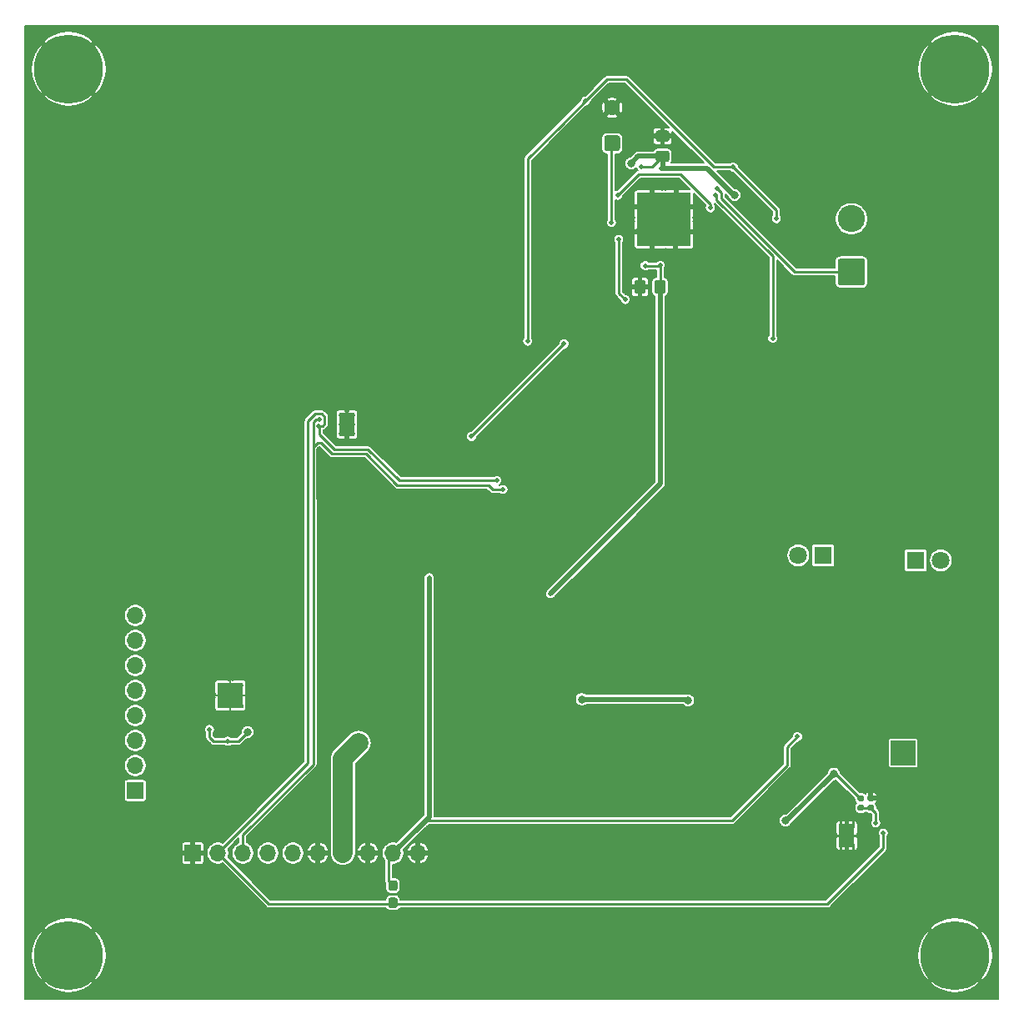
<source format=gbr>
G04 #@! TF.GenerationSoftware,KiCad,Pcbnew,5.1.6-c6e7f7d~87~ubuntu20.04.1*
G04 #@! TF.CreationDate,2020-12-28T10:08:45+02:00*
G04 #@! TF.ProjectId,LED_test_V1.2,4c45445f-7465-4737-945f-56312e322e6b,rev?*
G04 #@! TF.SameCoordinates,Original*
G04 #@! TF.FileFunction,Copper,L2,Bot*
G04 #@! TF.FilePolarity,Positive*
%FSLAX46Y46*%
G04 Gerber Fmt 4.6, Leading zero omitted, Abs format (unit mm)*
G04 Created by KiCad (PCBNEW 5.1.6-c6e7f7d~87~ubuntu20.04.1) date 2020-12-28 10:08:45*
%MOMM*%
%LPD*%
G01*
G04 APERTURE LIST*
G04 #@! TA.AperFunction,ViaPad*
%ADD10C,0.500000*%
G04 #@! TD*
G04 #@! TA.AperFunction,Conductor*
%ADD11R,1.650000X2.380000*%
G04 #@! TD*
G04 #@! TA.AperFunction,ComponentPad*
%ADD12C,2.750000*%
G04 #@! TD*
G04 #@! TA.AperFunction,Conductor*
%ADD13R,2.600000X2.600000*%
G04 #@! TD*
G04 #@! TA.AperFunction,ComponentPad*
%ADD14C,1.800000*%
G04 #@! TD*
G04 #@! TA.AperFunction,ComponentPad*
%ADD15R,1.800000X1.800000*%
G04 #@! TD*
G04 #@! TA.AperFunction,ComponentPad*
%ADD16O,1.700000X1.700000*%
G04 #@! TD*
G04 #@! TA.AperFunction,ComponentPad*
%ADD17R,1.700000X1.700000*%
G04 #@! TD*
G04 #@! TA.AperFunction,ComponentPad*
%ADD18C,7.000000*%
G04 #@! TD*
G04 #@! TA.AperFunction,ComponentPad*
%ADD19C,1.600000*%
G04 #@! TD*
G04 #@! TA.AperFunction,Conductor*
%ADD20R,5.450000X5.450000*%
G04 #@! TD*
G04 #@! TA.AperFunction,ViaPad*
%ADD21C,0.600000*%
G04 #@! TD*
G04 #@! TA.AperFunction,Conductor*
%ADD22R,2.500000X2.500000*%
G04 #@! TD*
G04 #@! TA.AperFunction,ViaPad*
%ADD23C,0.800000*%
G04 #@! TD*
G04 #@! TA.AperFunction,ViaPad*
%ADD24C,2.000000*%
G04 #@! TD*
G04 #@! TA.AperFunction,Conductor*
%ADD25C,0.500000*%
G04 #@! TD*
G04 #@! TA.AperFunction,Conductor*
%ADD26C,0.250000*%
G04 #@! TD*
G04 #@! TA.AperFunction,Conductor*
%ADD27C,2.000000*%
G04 #@! TD*
G04 #@! TA.AperFunction,Conductor*
%ADD28C,0.200000*%
G04 #@! TD*
G04 #@! TA.AperFunction,Conductor*
%ADD29C,0.190000*%
G04 #@! TD*
G04 APERTURE END LIST*
D10*
X132675000Y-90160000D03*
X133825000Y-90160000D03*
X132675000Y-91100000D03*
X133825000Y-91100000D03*
X132675000Y-92040000D03*
X133825000Y-92040000D03*
D11*
X133250000Y-91100000D03*
D12*
X184475000Y-70225000D03*
G04 #@! TA.AperFunction,ComponentPad*
G36*
G01*
X185600001Y-77000000D02*
X183349999Y-77000000D01*
G75*
G02*
X183100000Y-76750001I0J249999D01*
G01*
X183100000Y-74499999D01*
G75*
G02*
X183349999Y-74250000I249999J0D01*
G01*
X185600001Y-74250000D01*
G75*
G02*
X185850000Y-74499999I0J-249999D01*
G01*
X185850000Y-76750001D01*
G75*
G02*
X185600001Y-77000000I-249999J0D01*
G01*
G37*
G04 #@! TD.AperFunction*
D13*
X121412000Y-118618000D03*
D10*
X120362000Y-117568000D03*
X121412000Y-117568000D03*
X122462000Y-117568000D03*
X120362000Y-118618000D03*
X121412000Y-118618000D03*
X122462000Y-118618000D03*
X120362000Y-119668000D03*
X121412000Y-119668000D03*
X122462000Y-119668000D03*
D14*
X179070000Y-104394000D03*
D15*
X181610000Y-104394000D03*
G04 #@! TA.AperFunction,SMDPad,CuDef*
G36*
G01*
X186608500Y-129350000D02*
X186263500Y-129350000D01*
G75*
G02*
X186116000Y-129202500I0J147500D01*
G01*
X186116000Y-128907500D01*
G75*
G02*
X186263500Y-128760000I147500J0D01*
G01*
X186608500Y-128760000D01*
G75*
G02*
X186756000Y-128907500I0J-147500D01*
G01*
X186756000Y-129202500D01*
G75*
G02*
X186608500Y-129350000I-147500J0D01*
G01*
G37*
G04 #@! TD.AperFunction*
G04 #@! TA.AperFunction,SMDPad,CuDef*
G36*
G01*
X186608500Y-130320000D02*
X186263500Y-130320000D01*
G75*
G02*
X186116000Y-130172500I0J147500D01*
G01*
X186116000Y-129877500D01*
G75*
G02*
X186263500Y-129730000I147500J0D01*
G01*
X186608500Y-129730000D01*
G75*
G02*
X186756000Y-129877500I0J-147500D01*
G01*
X186756000Y-130172500D01*
G75*
G02*
X186608500Y-130320000I-147500J0D01*
G01*
G37*
G04 #@! TD.AperFunction*
G04 #@! TA.AperFunction,SMDPad,CuDef*
G36*
G01*
X185592500Y-129350000D02*
X185247500Y-129350000D01*
G75*
G02*
X185100000Y-129202500I0J147500D01*
G01*
X185100000Y-128907500D01*
G75*
G02*
X185247500Y-128760000I147500J0D01*
G01*
X185592500Y-128760000D01*
G75*
G02*
X185740000Y-128907500I0J-147500D01*
G01*
X185740000Y-129202500D01*
G75*
G02*
X185592500Y-129350000I-147500J0D01*
G01*
G37*
G04 #@! TD.AperFunction*
G04 #@! TA.AperFunction,SMDPad,CuDef*
G36*
G01*
X185592500Y-130320000D02*
X185247500Y-130320000D01*
G75*
G02*
X185100000Y-130172500I0J147500D01*
G01*
X185100000Y-129877500D01*
G75*
G02*
X185247500Y-129730000I147500J0D01*
G01*
X185592500Y-129730000D01*
G75*
G02*
X185740000Y-129877500I0J-147500D01*
G01*
X185740000Y-130172500D01*
G75*
G02*
X185592500Y-130320000I-147500J0D01*
G01*
G37*
G04 #@! TD.AperFunction*
D16*
X140462000Y-134620000D03*
X137922000Y-134620000D03*
X135382000Y-134620000D03*
X132842000Y-134620000D03*
X130302000Y-134620000D03*
X127762000Y-134620000D03*
X125222000Y-134620000D03*
X122682000Y-134620000D03*
X120142000Y-134620000D03*
D17*
X117602000Y-134620000D03*
D16*
X111760000Y-110490000D03*
X111760000Y-113030000D03*
X111760000Y-115570000D03*
X111760000Y-118110000D03*
X111760000Y-120650000D03*
X111760000Y-123190000D03*
X111760000Y-125730000D03*
D17*
X111760000Y-128270000D03*
G04 #@! TA.AperFunction,SMDPad,CuDef*
G36*
G01*
X164475000Y-77575001D02*
X164475000Y-76674999D01*
G75*
G02*
X164724999Y-76425000I249999J0D01*
G01*
X165375001Y-76425000D01*
G75*
G02*
X165625000Y-76674999I0J-249999D01*
G01*
X165625000Y-77575001D01*
G75*
G02*
X165375001Y-77825000I-249999J0D01*
G01*
X164724999Y-77825000D01*
G75*
G02*
X164475000Y-77575001I0J249999D01*
G01*
G37*
G04 #@! TD.AperFunction*
G04 #@! TA.AperFunction,SMDPad,CuDef*
G36*
G01*
X162425000Y-77575001D02*
X162425000Y-76674999D01*
G75*
G02*
X162674999Y-76425000I249999J0D01*
G01*
X163325001Y-76425000D01*
G75*
G02*
X163575000Y-76674999I0J-249999D01*
G01*
X163575000Y-77575001D01*
G75*
G02*
X163325001Y-77825000I-249999J0D01*
G01*
X162674999Y-77825000D01*
G75*
G02*
X162425000Y-77575001I0J249999D01*
G01*
G37*
G04 #@! TD.AperFunction*
G04 #@! TA.AperFunction,SMDPad,CuDef*
G36*
G01*
X164849999Y-63300000D02*
X165750001Y-63300000D01*
G75*
G02*
X166000000Y-63549999I0J-249999D01*
G01*
X166000000Y-64200001D01*
G75*
G02*
X165750001Y-64450000I-249999J0D01*
G01*
X164849999Y-64450000D01*
G75*
G02*
X164600000Y-64200001I0J249999D01*
G01*
X164600000Y-63549999D01*
G75*
G02*
X164849999Y-63300000I249999J0D01*
G01*
G37*
G04 #@! TD.AperFunction*
G04 #@! TA.AperFunction,SMDPad,CuDef*
G36*
G01*
X164849999Y-61250000D02*
X165750001Y-61250000D01*
G75*
G02*
X166000000Y-61499999I0J-249999D01*
G01*
X166000000Y-62150001D01*
G75*
G02*
X165750001Y-62400000I-249999J0D01*
G01*
X164849999Y-62400000D01*
G75*
G02*
X164600000Y-62150001I0J249999D01*
G01*
X164600000Y-61499999D01*
G75*
G02*
X164849999Y-61250000I249999J0D01*
G01*
G37*
G04 #@! TD.AperFunction*
D15*
X191008000Y-104902000D03*
D14*
X193548000Y-104902000D03*
D18*
X105000000Y-145000000D03*
X105000000Y-55000000D03*
X195000000Y-55000000D03*
X195000000Y-145000000D03*
G04 #@! TA.AperFunction,ComponentPad*
G36*
G01*
X160725000Y-63350000D02*
X159625000Y-63350000D01*
G75*
G02*
X159375000Y-63100000I0J250000D01*
G01*
X159375000Y-62000000D01*
G75*
G02*
X159625000Y-61750000I250000J0D01*
G01*
X160725000Y-61750000D01*
G75*
G02*
X160975000Y-62000000I0J-250000D01*
G01*
X160975000Y-63100000D01*
G75*
G02*
X160725000Y-63350000I-250000J0D01*
G01*
G37*
G04 #@! TD.AperFunction*
D19*
X160175000Y-58950000D03*
G04 #@! TA.AperFunction,SMDPad,CuDef*
G36*
G01*
X137684500Y-137397000D02*
X138159500Y-137397000D01*
G75*
G02*
X138397000Y-137634500I0J-237500D01*
G01*
X138397000Y-138209500D01*
G75*
G02*
X138159500Y-138447000I-237500J0D01*
G01*
X137684500Y-138447000D01*
G75*
G02*
X137447000Y-138209500I0J237500D01*
G01*
X137447000Y-137634500D01*
G75*
G02*
X137684500Y-137397000I237500J0D01*
G01*
G37*
G04 #@! TD.AperFunction*
G04 #@! TA.AperFunction,SMDPad,CuDef*
G36*
G01*
X137684500Y-139147000D02*
X138159500Y-139147000D01*
G75*
G02*
X138397000Y-139384500I0J-237500D01*
G01*
X138397000Y-139959500D01*
G75*
G02*
X138159500Y-140197000I-237500J0D01*
G01*
X137684500Y-140197000D01*
G75*
G02*
X137447000Y-139959500I0J237500D01*
G01*
X137447000Y-139384500D01*
G75*
G02*
X137684500Y-139147000I237500J0D01*
G01*
G37*
G04 #@! TD.AperFunction*
D10*
X167900000Y-67800000D03*
X167900000Y-69037500D03*
X167900000Y-70275000D03*
X167900000Y-71512500D03*
X167900000Y-72750000D03*
X166662500Y-67800000D03*
X166662500Y-69037500D03*
X166662500Y-70275000D03*
X166662500Y-71512500D03*
X166662500Y-72750000D03*
X165425000Y-67800000D03*
X165425000Y-69037500D03*
X165425000Y-70275000D03*
X165425000Y-71512500D03*
X165425000Y-72750000D03*
X164187500Y-67800000D03*
X164187500Y-69037500D03*
X164187500Y-70275000D03*
X164187500Y-71512500D03*
X164187500Y-72750000D03*
X162950000Y-67800000D03*
X162950000Y-69037500D03*
X162950000Y-70275000D03*
X162950000Y-71512500D03*
X162950000Y-72750000D03*
D20*
X165425000Y-70275000D03*
D11*
X183994000Y-132842000D03*
D10*
X183419000Y-131902000D03*
X184569000Y-131902000D03*
X183419000Y-132842000D03*
X184569000Y-132842000D03*
X183419000Y-133782000D03*
X184569000Y-133782000D03*
D21*
X188788000Y-123510000D03*
X189738000Y-123510000D03*
X190688000Y-123510000D03*
X188788000Y-124460000D03*
X189738000Y-124460000D03*
X190688000Y-124460000D03*
X188788000Y-125410000D03*
X189738000Y-125410000D03*
X190688000Y-125410000D03*
D22*
X189738000Y-124460000D03*
D23*
X177786007Y-131332007D03*
D10*
X165050000Y-74950000D03*
X165175000Y-65099990D03*
D24*
X134450000Y-123425000D03*
D10*
X163525000Y-74975000D03*
X163175000Y-64900000D03*
D23*
X123175000Y-122325000D03*
D10*
X121158000Y-123267000D03*
X119300000Y-122075000D03*
X153915000Y-108285000D03*
D23*
X182675496Y-126555496D03*
X162100000Y-64600000D03*
X172625000Y-67825000D03*
D10*
X186810000Y-114560000D03*
X179070000Y-136144000D03*
X177038000Y-133350000D03*
X176276000Y-115824000D03*
X174244000Y-117348000D03*
X148090000Y-92800000D03*
X165670000Y-101810000D03*
X132610000Y-97120000D03*
X147980000Y-107520000D03*
X186770000Y-133930000D03*
X144100000Y-109290000D03*
X186420000Y-128150000D03*
X171320000Y-71510000D03*
X121180000Y-127700000D03*
X192760000Y-128480000D03*
X190390000Y-127420000D03*
X192720000Y-125130000D03*
X186840000Y-124970000D03*
X188214000Y-117820000D03*
X152420000Y-128110000D03*
X152270000Y-129840000D03*
X142494000Y-130556000D03*
X141986000Y-132080000D03*
X140462000Y-130302000D03*
X128524000Y-121412000D03*
X128270000Y-124968000D03*
X130556000Y-124968000D03*
X130556000Y-121412000D03*
X121412000Y-115570000D03*
X121158000Y-122174000D03*
X149860000Y-96774000D03*
X151892000Y-96774000D03*
X144526000Y-100076000D03*
X144526000Y-98298000D03*
X128524000Y-95504000D03*
X128524000Y-97028000D03*
X168402000Y-55372000D03*
X152654000Y-60198000D03*
X151892000Y-61976000D03*
X140208000Y-90424000D03*
X141478000Y-92710000D03*
X140462000Y-95758000D03*
X139954000Y-98552000D03*
X142494000Y-118618000D03*
X140716000Y-122936000D03*
X142748000Y-120904000D03*
X140716000Y-119888000D03*
X149098000Y-125984000D03*
X159258000Y-121158000D03*
X155956000Y-119634000D03*
X161798000Y-117602000D03*
X168148000Y-85344000D03*
X166116000Y-96266000D03*
X163830000Y-96266000D03*
X180340000Y-66040000D03*
X182626000Y-64262000D03*
X176276000Y-66548000D03*
X176022000Y-69850000D03*
X170942000Y-74168000D03*
X164338000Y-60452000D03*
X166116000Y-59182000D03*
X140462000Y-60960000D03*
X146050000Y-109220000D03*
X161798000Y-77216000D03*
X165862000Y-84074000D03*
X164084000Y-84582000D03*
X156464000Y-68834000D03*
X156464000Y-72898000D03*
X135382000Y-82042000D03*
X133350000Y-84582000D03*
X145288000Y-66294000D03*
X129794000Y-80772000D03*
X155300000Y-82925000D03*
X145900000Y-92325008D03*
X172475000Y-64975000D03*
X151600000Y-82650000D03*
X157480000Y-58250000D03*
X176850000Y-70200000D03*
X176475000Y-82350000D03*
X170708118Y-67833186D03*
X141600000Y-106650000D03*
X178995000Y-122805000D03*
D23*
X157099000Y-118999000D03*
X167894000Y-119126000D03*
D10*
X130425000Y-90600000D03*
X149100000Y-97700000D03*
X187706000Y-132588000D03*
X130394594Y-91299341D03*
X148450000Y-96800000D03*
X160106594Y-70581594D03*
X170839707Y-67119762D03*
X161500000Y-78425000D03*
X160850305Y-72300305D03*
X186944000Y-131572000D03*
X160750000Y-67825000D03*
X170150000Y-69100000D03*
D25*
X182739000Y-126491992D02*
X182675496Y-126555496D01*
X177898985Y-131332007D02*
X177786007Y-131332007D01*
D26*
X165050000Y-76750000D02*
X165075000Y-76775000D01*
X165050000Y-74950000D02*
X165050000Y-76750000D01*
D25*
X165300000Y-63875000D02*
X165300000Y-64974990D01*
D26*
X165300000Y-64974990D02*
X165175000Y-65099990D01*
X165025000Y-74975000D02*
X165050000Y-74950000D01*
X163525000Y-74975000D02*
X165025000Y-74975000D01*
X164275000Y-64900000D02*
X165300000Y-63875000D01*
X163175000Y-64900000D02*
X164275000Y-64900000D01*
X122233000Y-123267000D02*
X123175000Y-122325000D01*
X121158000Y-123267000D02*
X122233000Y-123267000D01*
X119300000Y-122850000D02*
X119300000Y-122075000D01*
X119717000Y-123267000D02*
X119300000Y-122850000D01*
X121158000Y-123267000D02*
X119717000Y-123267000D01*
D25*
X165300000Y-63875000D02*
X162825000Y-63875000D01*
X162825000Y-63875000D02*
X162100000Y-64600000D01*
X165050000Y-77125000D02*
X165050000Y-97150000D01*
X165050000Y-97150000D02*
X153915000Y-108285000D01*
D26*
X153915000Y-108285000D02*
X153900000Y-108300000D01*
X185302008Y-129055000D02*
X182739000Y-126491992D01*
X185420000Y-129055000D02*
X185302008Y-129055000D01*
D25*
X182675496Y-126555496D02*
X177898985Y-131332007D01*
D27*
X132842000Y-134620000D02*
X132842000Y-125033000D01*
X132842000Y-125033000D02*
X134450000Y-123425000D01*
D26*
X162100000Y-64600000D02*
X162030000Y-64670000D01*
D25*
X165175000Y-65099990D02*
X169813580Y-65099990D01*
X169813580Y-65099990D02*
X172563592Y-67850002D01*
X166662500Y-69037500D02*
X168797500Y-69037500D01*
X166662500Y-70275000D02*
X167900000Y-71512500D01*
X166695000Y-70275000D02*
X167960000Y-71540000D01*
X167960000Y-71540000D02*
X168890000Y-71540000D01*
X164187500Y-70275000D02*
X162950000Y-69037500D01*
X165425000Y-70275000D02*
X164187500Y-70275000D01*
X162950000Y-69037500D02*
X161562500Y-69037500D01*
X165425000Y-70275000D02*
X163935000Y-70275000D01*
X163935000Y-70275000D02*
X162670000Y-71540000D01*
X162670000Y-71540000D02*
X161670000Y-71540000D01*
X165425000Y-70275000D02*
X165425000Y-71515000D01*
X165425000Y-71515000D02*
X164210000Y-72730000D01*
X164210000Y-72730000D02*
X164210000Y-73970000D01*
X165425000Y-71512500D02*
X166406250Y-72493750D01*
X165425000Y-70275000D02*
X165425000Y-71512500D01*
X166406250Y-72493750D02*
X166662500Y-72750000D01*
X165425000Y-70275000D02*
X165425000Y-71415000D01*
X165425000Y-71415000D02*
X166640000Y-72630000D01*
X166640000Y-72630000D02*
X166640000Y-74030000D01*
X165425000Y-70275000D02*
X165425000Y-69995000D01*
X165425000Y-69995000D02*
X164220000Y-68790000D01*
X164220000Y-68790000D02*
X164220000Y-66490000D01*
X165425000Y-69985000D02*
X165425000Y-70275000D01*
X165425000Y-70275000D02*
X165425000Y-69185000D01*
X165425000Y-69185000D02*
X166680000Y-67930000D01*
X166680000Y-67930000D02*
X166680000Y-66560000D01*
D26*
X183994000Y-132842000D02*
X182118000Y-132842000D01*
X183994000Y-132842000D02*
X185928000Y-132842000D01*
X183994000Y-132477000D02*
X184569000Y-131902000D01*
X183994000Y-132842000D02*
X183994000Y-132606000D01*
X183994000Y-132606000D02*
X184600000Y-132000000D01*
X184600000Y-132000000D02*
X184600000Y-131200000D01*
X183808500Y-132291500D02*
X183419000Y-131902000D01*
X183994000Y-132477000D02*
X183808500Y-132291500D01*
X183994000Y-132842000D02*
X183994000Y-132477000D01*
X183994000Y-132842000D02*
X183994000Y-132094000D01*
X183994000Y-132842000D02*
X183994000Y-132794000D01*
X183994000Y-132794000D02*
X183400000Y-132200000D01*
X183400000Y-132200000D02*
X183400000Y-131200000D01*
X183994000Y-132842000D02*
X183994000Y-133106000D01*
X183994000Y-133106000D02*
X183400000Y-133700000D01*
X183400000Y-133700000D02*
X183400000Y-134400000D01*
X183994000Y-132842000D02*
X183994000Y-133094000D01*
X183994000Y-133094000D02*
X184600000Y-133700000D01*
X184600000Y-133700000D02*
X184600000Y-134400000D01*
D28*
X121412000Y-118618000D02*
X121412000Y-116412000D01*
X121412000Y-118618000D02*
X121412000Y-120888000D01*
X121412000Y-118618000D02*
X123882000Y-118618000D01*
X121412000Y-118618000D02*
X118918000Y-118618000D01*
X122462000Y-119668000D02*
X122568000Y-119668000D01*
X122568000Y-119668000D02*
X122700000Y-119800000D01*
D26*
X155300000Y-82925000D02*
X145900000Y-92325000D01*
X145900000Y-92325000D02*
X145900000Y-92325008D01*
X151600000Y-82650000D02*
X151600000Y-64130000D01*
X151600000Y-64130000D02*
X154980000Y-60750000D01*
X172475000Y-64975000D02*
X170515000Y-64975000D01*
X170515000Y-64975000D02*
X161620000Y-56080000D01*
X161620000Y-56080000D02*
X159650000Y-56080000D01*
X159650000Y-56080000D02*
X157480000Y-58250000D01*
X157480000Y-58250000D02*
X154980000Y-60750000D01*
X176850000Y-69350000D02*
X172475000Y-64975000D01*
X176850000Y-70200000D02*
X176850000Y-69350000D01*
X176475000Y-74010127D02*
X170785961Y-68321088D01*
X170785961Y-68321088D02*
X170785961Y-67833186D01*
X170785961Y-67833186D02*
X170708118Y-67833186D01*
X176475000Y-82350000D02*
X176475000Y-74010127D01*
D25*
X141600000Y-130942000D02*
X140908500Y-131633500D01*
X137922000Y-134620000D02*
X140908500Y-131633500D01*
X141600000Y-129925000D02*
X141600000Y-130942000D01*
X141600000Y-106650000D02*
X141600000Y-129925000D01*
D26*
X177960000Y-125710000D02*
X172380000Y-131290000D01*
X177960000Y-123840000D02*
X177960000Y-125710000D01*
X178995000Y-122805000D02*
X177960000Y-123840000D01*
X141252000Y-131290000D02*
X140908500Y-131633500D01*
X172380000Y-131290000D02*
X143300000Y-131290000D01*
X143300000Y-131290000D02*
X141252000Y-131290000D01*
X137922000Y-134620000D02*
X137810000Y-134620000D01*
X137810000Y-134620000D02*
X137510000Y-134920000D01*
X137510000Y-137510000D02*
X137922000Y-137922000D01*
X137510000Y-134920000D02*
X137510000Y-137510000D01*
D25*
X167767000Y-118999000D02*
X167894000Y-119126000D01*
X157099000Y-118999000D02*
X167767000Y-118999000D01*
D26*
X130425000Y-90600000D02*
X130071447Y-90600000D01*
X130071447Y-90600000D02*
X129819593Y-90851854D01*
X149100000Y-97700000D02*
X149050000Y-97750000D01*
X130613590Y-92950000D02*
X130250000Y-92950000D01*
X131763599Y-94100009D02*
X130613590Y-92950000D01*
X130250000Y-92950000D02*
X129819593Y-93380407D01*
X135213600Y-94100010D02*
X131763599Y-94100009D01*
X148049990Y-97700000D02*
X147600000Y-97250010D01*
X149100000Y-97700000D02*
X148049990Y-97700000D01*
X147600000Y-97250010D02*
X138363599Y-97250009D01*
X138363599Y-97250009D02*
X135213600Y-94100010D01*
X129819593Y-90851854D02*
X129819593Y-93380407D01*
X129819593Y-98794593D02*
X129825000Y-98800000D01*
X129819593Y-93380407D02*
X129819593Y-98794593D01*
X129825000Y-98800000D02*
X129825000Y-98675000D01*
X129825000Y-125605000D02*
X129825000Y-98800000D01*
X122682000Y-132748000D02*
X129825000Y-125605000D01*
X122682000Y-134620000D02*
X122682000Y-132748000D01*
X130394594Y-91299341D02*
X130394594Y-91294594D01*
X138550000Y-96800000D02*
X148450000Y-96800000D01*
X135400000Y-93650000D02*
X138550000Y-96800000D01*
X131950000Y-93650000D02*
X135400000Y-93650000D01*
X130450000Y-92150000D02*
X131950000Y-93650000D01*
X130450000Y-91299341D02*
X130450000Y-92150000D01*
X130394594Y-91299341D02*
X130450000Y-91299341D01*
X131000001Y-90323999D02*
X131000001Y-91047487D01*
X130701001Y-90024999D02*
X131000001Y-90323999D01*
X130748147Y-91299341D02*
X130394594Y-91299341D01*
X130010038Y-90024999D02*
X130701001Y-90024999D01*
X131000001Y-91047487D02*
X130748147Y-91299341D01*
X129300000Y-125462000D02*
X129300000Y-90735037D01*
X129300000Y-90735037D02*
X130010038Y-90024999D01*
X120142000Y-134620000D02*
X129300000Y-125462000D01*
X187706000Y-132588000D02*
X187706000Y-134112000D01*
X187706000Y-134112000D02*
X182028000Y-139790000D01*
X125312000Y-139790000D02*
X120142000Y-134620000D01*
X182028000Y-139790000D02*
X125312000Y-139790000D01*
X160075000Y-70550000D02*
X160106594Y-70581594D01*
X160075000Y-62650000D02*
X160075000Y-70550000D01*
X160175000Y-62550000D02*
X160075000Y-62650000D01*
X184475000Y-75625000D02*
X178726284Y-75625000D01*
X178726284Y-75625000D02*
X171283128Y-68181844D01*
X171283128Y-67563183D02*
X170839707Y-67119762D01*
X171283128Y-68181844D02*
X171283128Y-67563183D01*
X161500000Y-78425000D02*
X160850305Y-77775305D01*
X160850305Y-77775305D02*
X160850305Y-72300305D01*
X186944000Y-130533000D02*
X186436000Y-130025000D01*
X186944000Y-131572000D02*
X186944000Y-130533000D01*
X186436000Y-130025000D02*
X185420000Y-130025000D01*
X170150000Y-69100000D02*
X170150000Y-69175000D01*
X170150000Y-69175000D02*
X170175000Y-69150000D01*
X162900000Y-65675000D02*
X160750000Y-67825000D01*
X167078553Y-65675000D02*
X162900000Y-65675000D01*
X170150000Y-68746447D02*
X167078553Y-65675000D01*
X170150000Y-69100000D02*
X170150000Y-68746447D01*
D29*
G36*
X199405000Y-149405000D02*
G01*
X100595000Y-149405000D01*
X100595000Y-147759686D01*
X102465174Y-147759686D01*
X102883233Y-148183986D01*
X103545071Y-148535767D01*
X104262821Y-148751671D01*
X105008901Y-148823400D01*
X105754638Y-148748198D01*
X106471375Y-148528954D01*
X107116767Y-148183986D01*
X107534826Y-147759686D01*
X192465174Y-147759686D01*
X192883233Y-148183986D01*
X193545071Y-148535767D01*
X194262821Y-148751671D01*
X195008901Y-148823400D01*
X195754638Y-148748198D01*
X196471375Y-148528954D01*
X197116767Y-148183986D01*
X197534826Y-147759686D01*
X195000000Y-145224860D01*
X192465174Y-147759686D01*
X107534826Y-147759686D01*
X105000000Y-145224860D01*
X102465174Y-147759686D01*
X100595000Y-147759686D01*
X100595000Y-145008901D01*
X101176600Y-145008901D01*
X101251802Y-145754638D01*
X101471046Y-146471375D01*
X101816014Y-147116767D01*
X102240314Y-147534826D01*
X104775140Y-145000000D01*
X105224860Y-145000000D01*
X107759686Y-147534826D01*
X108183986Y-147116767D01*
X108535767Y-146454929D01*
X108751671Y-145737179D01*
X108821688Y-145008901D01*
X191176600Y-145008901D01*
X191251802Y-145754638D01*
X191471046Y-146471375D01*
X191816014Y-147116767D01*
X192240314Y-147534826D01*
X194775140Y-145000000D01*
X195224860Y-145000000D01*
X197759686Y-147534826D01*
X198183986Y-147116767D01*
X198535767Y-146454929D01*
X198751671Y-145737179D01*
X198823400Y-144991099D01*
X198748198Y-144245362D01*
X198528954Y-143528625D01*
X198183986Y-142883233D01*
X197759686Y-142465174D01*
X195224860Y-145000000D01*
X194775140Y-145000000D01*
X192240314Y-142465174D01*
X191816014Y-142883233D01*
X191464233Y-143545071D01*
X191248329Y-144262821D01*
X191176600Y-145008901D01*
X108821688Y-145008901D01*
X108823400Y-144991099D01*
X108748198Y-144245362D01*
X108528954Y-143528625D01*
X108183986Y-142883233D01*
X107759686Y-142465174D01*
X105224860Y-145000000D01*
X104775140Y-145000000D01*
X102240314Y-142465174D01*
X101816014Y-142883233D01*
X101464233Y-143545071D01*
X101248329Y-144262821D01*
X101176600Y-145008901D01*
X100595000Y-145008901D01*
X100595000Y-142240314D01*
X102465174Y-142240314D01*
X105000000Y-144775140D01*
X107534826Y-142240314D01*
X192465174Y-142240314D01*
X195000000Y-144775140D01*
X197534826Y-142240314D01*
X197116767Y-141816014D01*
X196454929Y-141464233D01*
X195737179Y-141248329D01*
X194991099Y-141176600D01*
X194245362Y-141251802D01*
X193528625Y-141471046D01*
X192883233Y-141816014D01*
X192465174Y-142240314D01*
X107534826Y-142240314D01*
X107116767Y-141816014D01*
X106454929Y-141464233D01*
X105737179Y-141248329D01*
X104991099Y-141176600D01*
X104245362Y-141251802D01*
X103528625Y-141471046D01*
X102883233Y-141816014D01*
X102465174Y-142240314D01*
X100595000Y-142240314D01*
X100595000Y-135470000D01*
X116445524Y-135470000D01*
X116451413Y-135529791D01*
X116468853Y-135587283D01*
X116497175Y-135640269D01*
X116535289Y-135686711D01*
X116581731Y-135724825D01*
X116634717Y-135753147D01*
X116692209Y-135770587D01*
X116752000Y-135776476D01*
X117366750Y-135775000D01*
X117443000Y-135698750D01*
X117443000Y-134779000D01*
X117761000Y-134779000D01*
X117761000Y-135698750D01*
X117837250Y-135775000D01*
X118452000Y-135776476D01*
X118511791Y-135770587D01*
X118569283Y-135753147D01*
X118622269Y-135724825D01*
X118668711Y-135686711D01*
X118706825Y-135640269D01*
X118735147Y-135587283D01*
X118752587Y-135529791D01*
X118758476Y-135470000D01*
X118757000Y-134855250D01*
X118680750Y-134779000D01*
X117761000Y-134779000D01*
X117443000Y-134779000D01*
X116523250Y-134779000D01*
X116447000Y-134855250D01*
X116445524Y-135470000D01*
X100595000Y-135470000D01*
X100595000Y-134507227D01*
X118997000Y-134507227D01*
X118997000Y-134732773D01*
X119041002Y-134953984D01*
X119127314Y-135162361D01*
X119252621Y-135349895D01*
X119412105Y-135509379D01*
X119599639Y-135634686D01*
X119808016Y-135720998D01*
X120029227Y-135765000D01*
X120254773Y-135765000D01*
X120475984Y-135720998D01*
X120598346Y-135670314D01*
X125000421Y-140072390D01*
X125013578Y-140088422D01*
X125077532Y-140140907D01*
X125150495Y-140179907D01*
X125229666Y-140203923D01*
X125291368Y-140210000D01*
X125291370Y-140210000D01*
X125311999Y-140212032D01*
X125332628Y-140210000D01*
X137215897Y-140210000D01*
X137240556Y-140256134D01*
X137306957Y-140337043D01*
X137387866Y-140403444D01*
X137480175Y-140452784D01*
X137580336Y-140483168D01*
X137684500Y-140493427D01*
X138159500Y-140493427D01*
X138263664Y-140483168D01*
X138363825Y-140452784D01*
X138456134Y-140403444D01*
X138537043Y-140337043D01*
X138603444Y-140256134D01*
X138628103Y-140210000D01*
X182007371Y-140210000D01*
X182028000Y-140212032D01*
X182048629Y-140210000D01*
X182048632Y-140210000D01*
X182110334Y-140203923D01*
X182189505Y-140179907D01*
X182262468Y-140140907D01*
X182326422Y-140088422D01*
X182339583Y-140072385D01*
X187988396Y-134423574D01*
X188004422Y-134410422D01*
X188056907Y-134346468D01*
X188095907Y-134273505D01*
X188119923Y-134194334D01*
X188126000Y-134132632D01*
X188126000Y-134132629D01*
X188128032Y-134112000D01*
X188126000Y-134091371D01*
X188126000Y-132938746D01*
X188129329Y-132935417D01*
X188188973Y-132846154D01*
X188230056Y-132746971D01*
X188251000Y-132641678D01*
X188251000Y-132534322D01*
X188230056Y-132429029D01*
X188188973Y-132329846D01*
X188129329Y-132240583D01*
X188053417Y-132164671D01*
X187964154Y-132105027D01*
X187864971Y-132063944D01*
X187759678Y-132043000D01*
X187652322Y-132043000D01*
X187547029Y-132063944D01*
X187447846Y-132105027D01*
X187358583Y-132164671D01*
X187282671Y-132240583D01*
X187223027Y-132329846D01*
X187181944Y-132429029D01*
X187161000Y-132534322D01*
X187161000Y-132641678D01*
X187181944Y-132746971D01*
X187223027Y-132846154D01*
X187282671Y-132935417D01*
X187286000Y-132938746D01*
X187286001Y-133938029D01*
X181854032Y-139370000D01*
X138691999Y-139370000D01*
X138683168Y-139280336D01*
X138652784Y-139180175D01*
X138603444Y-139087866D01*
X138537043Y-139006957D01*
X138456134Y-138940556D01*
X138363825Y-138891216D01*
X138263664Y-138860832D01*
X138159500Y-138850573D01*
X137684500Y-138850573D01*
X137580336Y-138860832D01*
X137480175Y-138891216D01*
X137387866Y-138940556D01*
X137306957Y-139006957D01*
X137240556Y-139087866D01*
X137191216Y-139180175D01*
X137160832Y-139280336D01*
X137152001Y-139370000D01*
X125485969Y-139370000D01*
X121192314Y-135076346D01*
X121242998Y-134953984D01*
X121287000Y-134732773D01*
X121287000Y-134507227D01*
X121242998Y-134286016D01*
X121192314Y-134163654D01*
X122262001Y-133093968D01*
X122262001Y-133554631D01*
X122139639Y-133605314D01*
X121952105Y-133730621D01*
X121792621Y-133890105D01*
X121667314Y-134077639D01*
X121581002Y-134286016D01*
X121537000Y-134507227D01*
X121537000Y-134732773D01*
X121581002Y-134953984D01*
X121667314Y-135162361D01*
X121792621Y-135349895D01*
X121952105Y-135509379D01*
X122139639Y-135634686D01*
X122348016Y-135720998D01*
X122569227Y-135765000D01*
X122794773Y-135765000D01*
X123015984Y-135720998D01*
X123224361Y-135634686D01*
X123411895Y-135509379D01*
X123571379Y-135349895D01*
X123696686Y-135162361D01*
X123782998Y-134953984D01*
X123827000Y-134732773D01*
X123827000Y-134507227D01*
X124077000Y-134507227D01*
X124077000Y-134732773D01*
X124121002Y-134953984D01*
X124207314Y-135162361D01*
X124332621Y-135349895D01*
X124492105Y-135509379D01*
X124679639Y-135634686D01*
X124888016Y-135720998D01*
X125109227Y-135765000D01*
X125334773Y-135765000D01*
X125555984Y-135720998D01*
X125764361Y-135634686D01*
X125951895Y-135509379D01*
X126111379Y-135349895D01*
X126236686Y-135162361D01*
X126322998Y-134953984D01*
X126367000Y-134732773D01*
X126367000Y-134507227D01*
X126617000Y-134507227D01*
X126617000Y-134732773D01*
X126661002Y-134953984D01*
X126747314Y-135162361D01*
X126872621Y-135349895D01*
X127032105Y-135509379D01*
X127219639Y-135634686D01*
X127428016Y-135720998D01*
X127649227Y-135765000D01*
X127874773Y-135765000D01*
X128095984Y-135720998D01*
X128304361Y-135634686D01*
X128491895Y-135509379D01*
X128651379Y-135349895D01*
X128776686Y-135162361D01*
X128862160Y-134956005D01*
X129196947Y-134956005D01*
X129283732Y-135165134D01*
X129409648Y-135353314D01*
X129569857Y-135513313D01*
X129758202Y-135638982D01*
X129965996Y-135725045D01*
X130143000Y-135686968D01*
X130143000Y-134779000D01*
X130461000Y-134779000D01*
X130461000Y-135686968D01*
X130638004Y-135725045D01*
X130845798Y-135638982D01*
X131034143Y-135513313D01*
X131194352Y-135353314D01*
X131320268Y-135165134D01*
X131407053Y-134956005D01*
X131369761Y-134779000D01*
X130461000Y-134779000D01*
X130143000Y-134779000D01*
X129234239Y-134779000D01*
X129196947Y-134956005D01*
X128862160Y-134956005D01*
X128862998Y-134953984D01*
X128907000Y-134732773D01*
X128907000Y-134507227D01*
X128862998Y-134286016D01*
X128862161Y-134283995D01*
X129196947Y-134283995D01*
X129234239Y-134461000D01*
X130143000Y-134461000D01*
X130143000Y-133553032D01*
X130461000Y-133553032D01*
X130461000Y-134461000D01*
X131369761Y-134461000D01*
X131407053Y-134283995D01*
X131320268Y-134074866D01*
X131194352Y-133886686D01*
X131034143Y-133726687D01*
X130845798Y-133601018D01*
X130638004Y-133514955D01*
X130461000Y-133553032D01*
X130143000Y-133553032D01*
X129965996Y-133514955D01*
X129758202Y-133601018D01*
X129569857Y-133726687D01*
X129409648Y-133886686D01*
X129283732Y-134074866D01*
X129196947Y-134283995D01*
X128862161Y-134283995D01*
X128776686Y-134077639D01*
X128651379Y-133890105D01*
X128491895Y-133730621D01*
X128304361Y-133605314D01*
X128095984Y-133519002D01*
X127874773Y-133475000D01*
X127649227Y-133475000D01*
X127428016Y-133519002D01*
X127219639Y-133605314D01*
X127032105Y-133730621D01*
X126872621Y-133890105D01*
X126747314Y-134077639D01*
X126661002Y-134286016D01*
X126617000Y-134507227D01*
X126367000Y-134507227D01*
X126322998Y-134286016D01*
X126236686Y-134077639D01*
X126111379Y-133890105D01*
X125951895Y-133730621D01*
X125764361Y-133605314D01*
X125555984Y-133519002D01*
X125334773Y-133475000D01*
X125109227Y-133475000D01*
X124888016Y-133519002D01*
X124679639Y-133605314D01*
X124492105Y-133730621D01*
X124332621Y-133890105D01*
X124207314Y-134077639D01*
X124121002Y-134286016D01*
X124077000Y-134507227D01*
X123827000Y-134507227D01*
X123782998Y-134286016D01*
X123696686Y-134077639D01*
X123571379Y-133890105D01*
X123411895Y-133730621D01*
X123224361Y-133605314D01*
X123102000Y-133554631D01*
X123102000Y-132921968D01*
X130107397Y-125916573D01*
X130123422Y-125903422D01*
X130173195Y-125842773D01*
X130175906Y-125839470D01*
X130201100Y-125792335D01*
X130214907Y-125766505D01*
X130238923Y-125687334D01*
X130245000Y-125625632D01*
X130245000Y-125625630D01*
X130247032Y-125605001D01*
X130245000Y-125584372D01*
X130245000Y-125033000D01*
X131540736Y-125033000D01*
X131547001Y-125096611D01*
X131547000Y-134683610D01*
X131565738Y-134873863D01*
X131639788Y-135117972D01*
X131760038Y-135342943D01*
X131921867Y-135540133D01*
X132119056Y-135701962D01*
X132344027Y-135822212D01*
X132588136Y-135896262D01*
X132842000Y-135921265D01*
X133095863Y-135896262D01*
X133339972Y-135822212D01*
X133564943Y-135701962D01*
X133762133Y-135540133D01*
X133923962Y-135342944D01*
X134044212Y-135117973D01*
X134093344Y-134956005D01*
X134276947Y-134956005D01*
X134363732Y-135165134D01*
X134489648Y-135353314D01*
X134649857Y-135513313D01*
X134838202Y-135638982D01*
X135045996Y-135725045D01*
X135223000Y-135686968D01*
X135223000Y-134779000D01*
X135541000Y-134779000D01*
X135541000Y-135686968D01*
X135718004Y-135725045D01*
X135925798Y-135638982D01*
X136114143Y-135513313D01*
X136274352Y-135353314D01*
X136400268Y-135165134D01*
X136487053Y-134956005D01*
X136449761Y-134779000D01*
X135541000Y-134779000D01*
X135223000Y-134779000D01*
X134314239Y-134779000D01*
X134276947Y-134956005D01*
X134093344Y-134956005D01*
X134118262Y-134873864D01*
X134137000Y-134683611D01*
X134137000Y-134507227D01*
X136777000Y-134507227D01*
X136777000Y-134732773D01*
X136821002Y-134953984D01*
X136907314Y-135162361D01*
X137032621Y-135349895D01*
X137090000Y-135407274D01*
X137090001Y-137489361D01*
X137087968Y-137510000D01*
X137096078Y-137592334D01*
X137120093Y-137671504D01*
X137120094Y-137671505D01*
X137150573Y-137728527D01*
X137150573Y-138209500D01*
X137160832Y-138313664D01*
X137191216Y-138413825D01*
X137240556Y-138506134D01*
X137306957Y-138587043D01*
X137387866Y-138653444D01*
X137480175Y-138702784D01*
X137580336Y-138733168D01*
X137684500Y-138743427D01*
X138159500Y-138743427D01*
X138263664Y-138733168D01*
X138363825Y-138702784D01*
X138456134Y-138653444D01*
X138537043Y-138587043D01*
X138603444Y-138506134D01*
X138652784Y-138413825D01*
X138683168Y-138313664D01*
X138693427Y-138209500D01*
X138693427Y-137634500D01*
X138683168Y-137530336D01*
X138652784Y-137430175D01*
X138603444Y-137337866D01*
X138537043Y-137256957D01*
X138456134Y-137190556D01*
X138363825Y-137141216D01*
X138263664Y-137110832D01*
X138159500Y-137100573D01*
X137930000Y-137100573D01*
X137930000Y-135765000D01*
X138034773Y-135765000D01*
X138255984Y-135720998D01*
X138464361Y-135634686D01*
X138651895Y-135509379D01*
X138811379Y-135349895D01*
X138936686Y-135162361D01*
X139022160Y-134956005D01*
X139356947Y-134956005D01*
X139443732Y-135165134D01*
X139569648Y-135353314D01*
X139729857Y-135513313D01*
X139918202Y-135638982D01*
X140125996Y-135725045D01*
X140303000Y-135686968D01*
X140303000Y-134779000D01*
X140621000Y-134779000D01*
X140621000Y-135686968D01*
X140798004Y-135725045D01*
X141005798Y-135638982D01*
X141194143Y-135513313D01*
X141354352Y-135353314D01*
X141480268Y-135165134D01*
X141567053Y-134956005D01*
X141529761Y-134779000D01*
X140621000Y-134779000D01*
X140303000Y-134779000D01*
X139394239Y-134779000D01*
X139356947Y-134956005D01*
X139022160Y-134956005D01*
X139022998Y-134953984D01*
X139067000Y-134732773D01*
X139067000Y-134507227D01*
X139023617Y-134289128D01*
X139028750Y-134283995D01*
X139356947Y-134283995D01*
X139394239Y-134461000D01*
X140303000Y-134461000D01*
X140303000Y-133553032D01*
X140621000Y-133553032D01*
X140621000Y-134461000D01*
X141529761Y-134461000D01*
X141567053Y-134283995D01*
X141480268Y-134074866D01*
X141354352Y-133886686D01*
X141194143Y-133726687D01*
X141005798Y-133601018D01*
X140798004Y-133514955D01*
X140621000Y-133553032D01*
X140303000Y-133553032D01*
X140125996Y-133514955D01*
X139918202Y-133601018D01*
X139729857Y-133726687D01*
X139569648Y-133886686D01*
X139443732Y-134074866D01*
X139356947Y-134283995D01*
X139028750Y-134283995D01*
X141312804Y-131999942D01*
X141312808Y-131999937D01*
X141602745Y-131710000D01*
X172359371Y-131710000D01*
X172380000Y-131712032D01*
X172400629Y-131710000D01*
X172400632Y-131710000D01*
X172462334Y-131703923D01*
X172541505Y-131679907D01*
X172614468Y-131640907D01*
X172678422Y-131588422D01*
X172691583Y-131572385D01*
X173000413Y-131263555D01*
X177091007Y-131263555D01*
X177091007Y-131400459D01*
X177117715Y-131534731D01*
X177170106Y-131661213D01*
X177246165Y-131775044D01*
X177342970Y-131871849D01*
X177456801Y-131947908D01*
X177583283Y-132000299D01*
X177717555Y-132027007D01*
X177854459Y-132027007D01*
X177988731Y-132000299D01*
X178115213Y-131947908D01*
X178145519Y-131927658D01*
X182861906Y-131927658D01*
X182862961Y-131934926D01*
X182864000Y-132606750D01*
X182906703Y-132649453D01*
X182894493Y-132652514D01*
X182886758Y-132682998D01*
X182864000Y-132682998D01*
X182864000Y-132827536D01*
X182861906Y-132867658D01*
X182864000Y-132882079D01*
X182864000Y-133001002D01*
X182885246Y-133001002D01*
X182894493Y-133031486D01*
X182906703Y-133034547D01*
X182864000Y-133077250D01*
X182862900Y-133788607D01*
X182861906Y-133807658D01*
X182862861Y-133814233D01*
X182862524Y-134032000D01*
X182868413Y-134091791D01*
X182885853Y-134149283D01*
X182914175Y-134202269D01*
X182952289Y-134248711D01*
X182998731Y-134286825D01*
X183051717Y-134315147D01*
X183109209Y-134332587D01*
X183169000Y-134338476D01*
X183420745Y-134337846D01*
X183444658Y-134339094D01*
X183453823Y-134337763D01*
X183758750Y-134337000D01*
X183835000Y-134260750D01*
X183835000Y-134154037D01*
X183925450Y-134063587D01*
X183855427Y-133993564D01*
X183943507Y-133971486D01*
X183970396Y-133865519D01*
X183976094Y-133756342D01*
X183960384Y-133648151D01*
X183943507Y-133592514D01*
X183855427Y-133570436D01*
X183925450Y-133500413D01*
X183835000Y-133409963D01*
X183835000Y-133214037D01*
X183925450Y-133123587D01*
X183855427Y-133053564D01*
X183943507Y-133031486D01*
X183970396Y-132925519D01*
X183976094Y-132816342D01*
X183960384Y-132708151D01*
X183943507Y-132652514D01*
X183855427Y-132630436D01*
X183925450Y-132560413D01*
X183835000Y-132469963D01*
X183835000Y-132274037D01*
X183925450Y-132183587D01*
X183855427Y-132113564D01*
X183943507Y-132091486D01*
X183970396Y-131985519D01*
X183973415Y-131927658D01*
X184011906Y-131927658D01*
X184027616Y-132035849D01*
X184044493Y-132091486D01*
X184132573Y-132113564D01*
X184062550Y-132183587D01*
X184153000Y-132274037D01*
X184153000Y-132469963D01*
X184062550Y-132560413D01*
X184132573Y-132630436D01*
X184044493Y-132652514D01*
X184017604Y-132758481D01*
X184011906Y-132867658D01*
X184027616Y-132975849D01*
X184044493Y-133031486D01*
X184132573Y-133053564D01*
X184062550Y-133123587D01*
X184153000Y-133214037D01*
X184153000Y-133409963D01*
X184062550Y-133500413D01*
X184132573Y-133570436D01*
X184044493Y-133592514D01*
X184017604Y-133698481D01*
X184011906Y-133807658D01*
X184027616Y-133915849D01*
X184044493Y-133971486D01*
X184132573Y-133993564D01*
X184062550Y-134063587D01*
X184153000Y-134154037D01*
X184153000Y-134260750D01*
X184229250Y-134337000D01*
X184570920Y-134337855D01*
X184594658Y-134339094D01*
X184602643Y-134337935D01*
X184819000Y-134338476D01*
X184878791Y-134332587D01*
X184936283Y-134315147D01*
X184989269Y-134286825D01*
X185035711Y-134248711D01*
X185073825Y-134202269D01*
X185102147Y-134149283D01*
X185119587Y-134091791D01*
X185125476Y-134032000D01*
X185125080Y-133775773D01*
X185126094Y-133756342D01*
X185125039Y-133749074D01*
X185124000Y-133077250D01*
X185081297Y-133034547D01*
X185093507Y-133031486D01*
X185101242Y-133001002D01*
X185124000Y-133001002D01*
X185124000Y-132856464D01*
X185126094Y-132816342D01*
X185124000Y-132801921D01*
X185124000Y-132682998D01*
X185102754Y-132682998D01*
X185093507Y-132652514D01*
X185081297Y-132649453D01*
X185124000Y-132606750D01*
X185125100Y-131895393D01*
X185126094Y-131876342D01*
X185125139Y-131869767D01*
X185125476Y-131652000D01*
X185119587Y-131592209D01*
X185102147Y-131534717D01*
X185073825Y-131481731D01*
X185035711Y-131435289D01*
X184989269Y-131397175D01*
X184936283Y-131368853D01*
X184878791Y-131351413D01*
X184819000Y-131345524D01*
X184567255Y-131346154D01*
X184543342Y-131344906D01*
X184534177Y-131346237D01*
X184229250Y-131347000D01*
X184153000Y-131423250D01*
X184153000Y-131529963D01*
X184062550Y-131620413D01*
X184132573Y-131690436D01*
X184044493Y-131712514D01*
X184017604Y-131818481D01*
X184011906Y-131927658D01*
X183973415Y-131927658D01*
X183976094Y-131876342D01*
X183960384Y-131768151D01*
X183943507Y-131712514D01*
X183855427Y-131690436D01*
X183925450Y-131620413D01*
X183835000Y-131529963D01*
X183835000Y-131423250D01*
X183758750Y-131347000D01*
X183417080Y-131346145D01*
X183393342Y-131344906D01*
X183385357Y-131346065D01*
X183169000Y-131345524D01*
X183109209Y-131351413D01*
X183051717Y-131368853D01*
X182998731Y-131397175D01*
X182952289Y-131435289D01*
X182914175Y-131481731D01*
X182885853Y-131534717D01*
X182868413Y-131592209D01*
X182862524Y-131652000D01*
X182862920Y-131908227D01*
X182861906Y-131927658D01*
X178145519Y-131927658D01*
X178229044Y-131871849D01*
X178325849Y-131775044D01*
X178401908Y-131661213D01*
X178445314Y-131556423D01*
X182753053Y-127248685D01*
X182877059Y-127224019D01*
X184803573Y-129150535D01*
X184803573Y-129202500D01*
X184812103Y-129289106D01*
X184837365Y-129372384D01*
X184878388Y-129449133D01*
X184933596Y-129516404D01*
X184962348Y-129540000D01*
X184933596Y-129563596D01*
X184878388Y-129630867D01*
X184837365Y-129707616D01*
X184812103Y-129790894D01*
X184803573Y-129877500D01*
X184803573Y-130172500D01*
X184812103Y-130259106D01*
X184837365Y-130342384D01*
X184878388Y-130419133D01*
X184933596Y-130486404D01*
X185000867Y-130541612D01*
X185077616Y-130582635D01*
X185160894Y-130607897D01*
X185247500Y-130616427D01*
X185592500Y-130616427D01*
X185679106Y-130607897D01*
X185762384Y-130582635D01*
X185839133Y-130541612D01*
X185906404Y-130486404D01*
X185928000Y-130460089D01*
X185949596Y-130486404D01*
X186016867Y-130541612D01*
X186093616Y-130582635D01*
X186176894Y-130607897D01*
X186263500Y-130616427D01*
X186433458Y-130616427D01*
X186524001Y-130706970D01*
X186524000Y-131221254D01*
X186520671Y-131224583D01*
X186461027Y-131313846D01*
X186419944Y-131413029D01*
X186399000Y-131518322D01*
X186399000Y-131625678D01*
X186419944Y-131730971D01*
X186461027Y-131830154D01*
X186520671Y-131919417D01*
X186596583Y-131995329D01*
X186685846Y-132054973D01*
X186785029Y-132096056D01*
X186890322Y-132117000D01*
X186997678Y-132117000D01*
X187102971Y-132096056D01*
X187202154Y-132054973D01*
X187291417Y-131995329D01*
X187367329Y-131919417D01*
X187426973Y-131830154D01*
X187468056Y-131730971D01*
X187489000Y-131625678D01*
X187489000Y-131518322D01*
X187468056Y-131413029D01*
X187426973Y-131313846D01*
X187367329Y-131224583D01*
X187364000Y-131221254D01*
X187364000Y-130553628D01*
X187366032Y-130532999D01*
X187364000Y-130512368D01*
X187357923Y-130450666D01*
X187333907Y-130371495D01*
X187294907Y-130298532D01*
X187294906Y-130298530D01*
X187255573Y-130250603D01*
X187242422Y-130234578D01*
X187226395Y-130221425D01*
X187052427Y-130047458D01*
X187052427Y-129877500D01*
X187043897Y-129790894D01*
X187018635Y-129707616D01*
X186977612Y-129630867D01*
X186944178Y-129590128D01*
X186972711Y-129566711D01*
X187010825Y-129520269D01*
X187039147Y-129467283D01*
X187056587Y-129409791D01*
X187062476Y-129350000D01*
X187061000Y-129290250D01*
X186984750Y-129214000D01*
X186595000Y-129214000D01*
X186595000Y-129234000D01*
X186277000Y-129234000D01*
X186277000Y-129214000D01*
X186257000Y-129214000D01*
X186257000Y-128896000D01*
X186277000Y-128896000D01*
X186277000Y-128531250D01*
X186595000Y-128531250D01*
X186595000Y-128896000D01*
X186984750Y-128896000D01*
X187061000Y-128819750D01*
X187062476Y-128760000D01*
X187056587Y-128700209D01*
X187039147Y-128642717D01*
X187010825Y-128589731D01*
X186972711Y-128543289D01*
X186926269Y-128505175D01*
X186873283Y-128476853D01*
X186815791Y-128459413D01*
X186756000Y-128453524D01*
X186671250Y-128455000D01*
X186595000Y-128531250D01*
X186277000Y-128531250D01*
X186200750Y-128455000D01*
X186116000Y-128453524D01*
X186056209Y-128459413D01*
X185998717Y-128476853D01*
X185945731Y-128505175D01*
X185899289Y-128543289D01*
X185877482Y-128569861D01*
X185839133Y-128538388D01*
X185762384Y-128497365D01*
X185679106Y-128472103D01*
X185592500Y-128463573D01*
X185304551Y-128463573D01*
X183370496Y-126529520D01*
X183370496Y-126487044D01*
X183343788Y-126352772D01*
X183291397Y-126226290D01*
X183215338Y-126112459D01*
X183118533Y-126015654D01*
X183004702Y-125939595D01*
X182878220Y-125887204D01*
X182743948Y-125860496D01*
X182607044Y-125860496D01*
X182472772Y-125887204D01*
X182346290Y-125939595D01*
X182232459Y-126015654D01*
X182135654Y-126112459D01*
X182059595Y-126226290D01*
X182007204Y-126352772D01*
X181982307Y-126477939D01*
X177823240Y-130637007D01*
X177717555Y-130637007D01*
X177583283Y-130663715D01*
X177456801Y-130716106D01*
X177342970Y-130792165D01*
X177246165Y-130888970D01*
X177170106Y-131002801D01*
X177117715Y-131129283D01*
X177091007Y-131263555D01*
X173000413Y-131263555D01*
X178242396Y-126021574D01*
X178258422Y-126008422D01*
X178310907Y-125944468D01*
X178349907Y-125871505D01*
X178373923Y-125792334D01*
X178380000Y-125730632D01*
X178380000Y-125730629D01*
X178382032Y-125710000D01*
X178380000Y-125689371D01*
X178380000Y-124013968D01*
X179043969Y-123350000D01*
X179048678Y-123350000D01*
X179153971Y-123329056D01*
X179253154Y-123287973D01*
X179342417Y-123228329D01*
X179360746Y-123210000D01*
X188191573Y-123210000D01*
X188191573Y-125710000D01*
X188197269Y-125767830D01*
X188214137Y-125823438D01*
X188241530Y-125874686D01*
X188278394Y-125919606D01*
X188323314Y-125956470D01*
X188374562Y-125983863D01*
X188430170Y-126000731D01*
X188488000Y-126006427D01*
X190988000Y-126006427D01*
X191045830Y-126000731D01*
X191101438Y-125983863D01*
X191152686Y-125956470D01*
X191197606Y-125919606D01*
X191234470Y-125874686D01*
X191261863Y-125823438D01*
X191278731Y-125767830D01*
X191284427Y-125710000D01*
X191284427Y-123210000D01*
X191278731Y-123152170D01*
X191261863Y-123096562D01*
X191234470Y-123045314D01*
X191197606Y-123000394D01*
X191152686Y-122963530D01*
X191101438Y-122936137D01*
X191045830Y-122919269D01*
X190988000Y-122913573D01*
X188488000Y-122913573D01*
X188430170Y-122919269D01*
X188374562Y-122936137D01*
X188323314Y-122963530D01*
X188278394Y-123000394D01*
X188241530Y-123045314D01*
X188214137Y-123096562D01*
X188197269Y-123152170D01*
X188191573Y-123210000D01*
X179360746Y-123210000D01*
X179418329Y-123152417D01*
X179477973Y-123063154D01*
X179519056Y-122963971D01*
X179540000Y-122858678D01*
X179540000Y-122751322D01*
X179519056Y-122646029D01*
X179477973Y-122546846D01*
X179418329Y-122457583D01*
X179342417Y-122381671D01*
X179253154Y-122322027D01*
X179153971Y-122280944D01*
X179048678Y-122260000D01*
X178941322Y-122260000D01*
X178836029Y-122280944D01*
X178736846Y-122322027D01*
X178647583Y-122381671D01*
X178571671Y-122457583D01*
X178512027Y-122546846D01*
X178470944Y-122646029D01*
X178450000Y-122751322D01*
X178450000Y-122756031D01*
X177677615Y-123528417D01*
X177661578Y-123541578D01*
X177609093Y-123605533D01*
X177570093Y-123678496D01*
X177546077Y-123757667D01*
X177542789Y-123791056D01*
X177537968Y-123840000D01*
X177540000Y-123860629D01*
X177540001Y-125536029D01*
X172206032Y-130870000D01*
X142145000Y-130870000D01*
X142145000Y-118930548D01*
X156404000Y-118930548D01*
X156404000Y-119067452D01*
X156430708Y-119201724D01*
X156483099Y-119328206D01*
X156559158Y-119442037D01*
X156655963Y-119538842D01*
X156769794Y-119614901D01*
X156896276Y-119667292D01*
X157030548Y-119694000D01*
X157167452Y-119694000D01*
X157301724Y-119667292D01*
X157428206Y-119614901D01*
X157534317Y-119544000D01*
X167337429Y-119544000D01*
X167354158Y-119569037D01*
X167450963Y-119665842D01*
X167564794Y-119741901D01*
X167691276Y-119794292D01*
X167825548Y-119821000D01*
X167962452Y-119821000D01*
X168096724Y-119794292D01*
X168223206Y-119741901D01*
X168337037Y-119665842D01*
X168433842Y-119569037D01*
X168509901Y-119455206D01*
X168562292Y-119328724D01*
X168589000Y-119194452D01*
X168589000Y-119057548D01*
X168562292Y-118923276D01*
X168509901Y-118796794D01*
X168433842Y-118682963D01*
X168337037Y-118586158D01*
X168223206Y-118510099D01*
X168096724Y-118457708D01*
X167962452Y-118431000D01*
X167825548Y-118431000D01*
X167709918Y-118454000D01*
X157534317Y-118454000D01*
X157428206Y-118383099D01*
X157301724Y-118330708D01*
X157167452Y-118304000D01*
X157030548Y-118304000D01*
X156896276Y-118330708D01*
X156769794Y-118383099D01*
X156655963Y-118459158D01*
X156559158Y-118555963D01*
X156483099Y-118669794D01*
X156430708Y-118796276D01*
X156404000Y-118930548D01*
X142145000Y-118930548D01*
X142145000Y-108285000D01*
X153367363Y-108285000D01*
X153370000Y-108311773D01*
X153370000Y-108338678D01*
X153375249Y-108365068D01*
X153377886Y-108391838D01*
X153385694Y-108417580D01*
X153390944Y-108443971D01*
X153401240Y-108468828D01*
X153409049Y-108494571D01*
X153421730Y-108518295D01*
X153432027Y-108543154D01*
X153446978Y-108565529D01*
X153459657Y-108589250D01*
X153476719Y-108610041D01*
X153491671Y-108632417D01*
X153510701Y-108651447D01*
X153527763Y-108672237D01*
X153548553Y-108689299D01*
X153567583Y-108708329D01*
X153589959Y-108723281D01*
X153610750Y-108740343D01*
X153634471Y-108753022D01*
X153656846Y-108767973D01*
X153681705Y-108778270D01*
X153705429Y-108790951D01*
X153731172Y-108798760D01*
X153756029Y-108809056D01*
X153782420Y-108814306D01*
X153808162Y-108822114D01*
X153834932Y-108824751D01*
X153861322Y-108830000D01*
X153888227Y-108830000D01*
X153915000Y-108832637D01*
X153941773Y-108830000D01*
X153968678Y-108830000D01*
X153995068Y-108824751D01*
X154021838Y-108822114D01*
X154047580Y-108814306D01*
X154073971Y-108809056D01*
X154098828Y-108798760D01*
X154124571Y-108790951D01*
X154148295Y-108778270D01*
X154173154Y-108767973D01*
X154195529Y-108753022D01*
X154219250Y-108740343D01*
X154240041Y-108723280D01*
X154262417Y-108708329D01*
X154338329Y-108632417D01*
X154338331Y-108632414D01*
X158694442Y-104276303D01*
X177875000Y-104276303D01*
X177875000Y-104511697D01*
X177920923Y-104742569D01*
X178011005Y-104960045D01*
X178141783Y-105155768D01*
X178308232Y-105322217D01*
X178503955Y-105452995D01*
X178721431Y-105543077D01*
X178952303Y-105589000D01*
X179187697Y-105589000D01*
X179418569Y-105543077D01*
X179636045Y-105452995D01*
X179831768Y-105322217D01*
X179998217Y-105155768D01*
X180128995Y-104960045D01*
X180219077Y-104742569D01*
X180265000Y-104511697D01*
X180265000Y-104276303D01*
X180219077Y-104045431D01*
X180128995Y-103827955D01*
X179998217Y-103632232D01*
X179859985Y-103494000D01*
X180413573Y-103494000D01*
X180413573Y-105294000D01*
X180419269Y-105351830D01*
X180436137Y-105407438D01*
X180463530Y-105458686D01*
X180500394Y-105503606D01*
X180545314Y-105540470D01*
X180596562Y-105567863D01*
X180652170Y-105584731D01*
X180710000Y-105590427D01*
X182510000Y-105590427D01*
X182567830Y-105584731D01*
X182623438Y-105567863D01*
X182674686Y-105540470D01*
X182719606Y-105503606D01*
X182756470Y-105458686D01*
X182783863Y-105407438D01*
X182800731Y-105351830D01*
X182806427Y-105294000D01*
X182806427Y-104002000D01*
X189811573Y-104002000D01*
X189811573Y-105802000D01*
X189817269Y-105859830D01*
X189834137Y-105915438D01*
X189861530Y-105966686D01*
X189898394Y-106011606D01*
X189943314Y-106048470D01*
X189994562Y-106075863D01*
X190050170Y-106092731D01*
X190108000Y-106098427D01*
X191908000Y-106098427D01*
X191965830Y-106092731D01*
X192021438Y-106075863D01*
X192072686Y-106048470D01*
X192117606Y-106011606D01*
X192154470Y-105966686D01*
X192181863Y-105915438D01*
X192198731Y-105859830D01*
X192204427Y-105802000D01*
X192204427Y-104784303D01*
X192353000Y-104784303D01*
X192353000Y-105019697D01*
X192398923Y-105250569D01*
X192489005Y-105468045D01*
X192619783Y-105663768D01*
X192786232Y-105830217D01*
X192981955Y-105960995D01*
X193199431Y-106051077D01*
X193430303Y-106097000D01*
X193665697Y-106097000D01*
X193896569Y-106051077D01*
X194114045Y-105960995D01*
X194309768Y-105830217D01*
X194476217Y-105663768D01*
X194606995Y-105468045D01*
X194697077Y-105250569D01*
X194743000Y-105019697D01*
X194743000Y-104784303D01*
X194697077Y-104553431D01*
X194606995Y-104335955D01*
X194476217Y-104140232D01*
X194309768Y-103973783D01*
X194114045Y-103843005D01*
X193896569Y-103752923D01*
X193665697Y-103707000D01*
X193430303Y-103707000D01*
X193199431Y-103752923D01*
X192981955Y-103843005D01*
X192786232Y-103973783D01*
X192619783Y-104140232D01*
X192489005Y-104335955D01*
X192398923Y-104553431D01*
X192353000Y-104784303D01*
X192204427Y-104784303D01*
X192204427Y-104002000D01*
X192198731Y-103944170D01*
X192181863Y-103888562D01*
X192154470Y-103837314D01*
X192117606Y-103792394D01*
X192072686Y-103755530D01*
X192021438Y-103728137D01*
X191965830Y-103711269D01*
X191908000Y-103705573D01*
X190108000Y-103705573D01*
X190050170Y-103711269D01*
X189994562Y-103728137D01*
X189943314Y-103755530D01*
X189898394Y-103792394D01*
X189861530Y-103837314D01*
X189834137Y-103888562D01*
X189817269Y-103944170D01*
X189811573Y-104002000D01*
X182806427Y-104002000D01*
X182806427Y-103494000D01*
X182800731Y-103436170D01*
X182783863Y-103380562D01*
X182756470Y-103329314D01*
X182719606Y-103284394D01*
X182674686Y-103247530D01*
X182623438Y-103220137D01*
X182567830Y-103203269D01*
X182510000Y-103197573D01*
X180710000Y-103197573D01*
X180652170Y-103203269D01*
X180596562Y-103220137D01*
X180545314Y-103247530D01*
X180500394Y-103284394D01*
X180463530Y-103329314D01*
X180436137Y-103380562D01*
X180419269Y-103436170D01*
X180413573Y-103494000D01*
X179859985Y-103494000D01*
X179831768Y-103465783D01*
X179636045Y-103335005D01*
X179418569Y-103244923D01*
X179187697Y-103199000D01*
X178952303Y-103199000D01*
X178721431Y-103244923D01*
X178503955Y-103335005D01*
X178308232Y-103465783D01*
X178141783Y-103632232D01*
X178011005Y-103827955D01*
X177920923Y-104045431D01*
X177875000Y-104276303D01*
X158694442Y-104276303D01*
X165416437Y-97554309D01*
X165437238Y-97537238D01*
X165505344Y-97454251D01*
X165555951Y-97359572D01*
X165587114Y-97256839D01*
X165595000Y-97176773D01*
X165597637Y-97150001D01*
X165595000Y-97123228D01*
X165595000Y-78074012D01*
X165678579Y-78029338D01*
X165761383Y-77961383D01*
X165829338Y-77878579D01*
X165879833Y-77784109D01*
X165910928Y-77681603D01*
X165921427Y-77575001D01*
X165921427Y-76674999D01*
X165910928Y-76568397D01*
X165879833Y-76465891D01*
X165829338Y-76371421D01*
X165761383Y-76288617D01*
X165678579Y-76220662D01*
X165584109Y-76170167D01*
X165481603Y-76139072D01*
X165470000Y-76137929D01*
X165470000Y-75300746D01*
X165473329Y-75297417D01*
X165532973Y-75208154D01*
X165574056Y-75108971D01*
X165595000Y-75003678D01*
X165595000Y-74896322D01*
X165574056Y-74791029D01*
X165532973Y-74691846D01*
X165473329Y-74602583D01*
X165397417Y-74526671D01*
X165308154Y-74467027D01*
X165208971Y-74425944D01*
X165103678Y-74405000D01*
X164996322Y-74405000D01*
X164891029Y-74425944D01*
X164791846Y-74467027D01*
X164702583Y-74526671D01*
X164674254Y-74555000D01*
X163875746Y-74555000D01*
X163872417Y-74551671D01*
X163783154Y-74492027D01*
X163683971Y-74450944D01*
X163578678Y-74430000D01*
X163471322Y-74430000D01*
X163366029Y-74450944D01*
X163266846Y-74492027D01*
X163177583Y-74551671D01*
X163101671Y-74627583D01*
X163042027Y-74716846D01*
X163000944Y-74816029D01*
X162980000Y-74921322D01*
X162980000Y-75028678D01*
X163000944Y-75133971D01*
X163042027Y-75233154D01*
X163101671Y-75322417D01*
X163177583Y-75398329D01*
X163266846Y-75457973D01*
X163366029Y-75499056D01*
X163471322Y-75520000D01*
X163578678Y-75520000D01*
X163683971Y-75499056D01*
X163783154Y-75457973D01*
X163872417Y-75398329D01*
X163875746Y-75395000D01*
X164630000Y-75395000D01*
X164630001Y-76137929D01*
X164618397Y-76139072D01*
X164515891Y-76170167D01*
X164421421Y-76220662D01*
X164338617Y-76288617D01*
X164270662Y-76371421D01*
X164220167Y-76465891D01*
X164189072Y-76568397D01*
X164178573Y-76674999D01*
X164178573Y-77575001D01*
X164189072Y-77681603D01*
X164220167Y-77784109D01*
X164270662Y-77878579D01*
X164338617Y-77961383D01*
X164421421Y-78029338D01*
X164505000Y-78074012D01*
X164505001Y-96924253D01*
X153567586Y-107861669D01*
X153567583Y-107861671D01*
X153491671Y-107937583D01*
X153476720Y-107959959D01*
X153459657Y-107980750D01*
X153446978Y-108004471D01*
X153432027Y-108026846D01*
X153421730Y-108051705D01*
X153409049Y-108075429D01*
X153401240Y-108101172D01*
X153390944Y-108126029D01*
X153385694Y-108152420D01*
X153377886Y-108178162D01*
X153375249Y-108204932D01*
X153370000Y-108231322D01*
X153370000Y-108258227D01*
X153367363Y-108285000D01*
X142145000Y-108285000D01*
X142145000Y-106596322D01*
X142139751Y-106569933D01*
X142137114Y-106543161D01*
X142129305Y-106517418D01*
X142124056Y-106491029D01*
X142113761Y-106466175D01*
X142105951Y-106440428D01*
X142093267Y-106416698D01*
X142082973Y-106391846D01*
X142068029Y-106369480D01*
X142055344Y-106345749D01*
X142038273Y-106324948D01*
X142023329Y-106302583D01*
X142004309Y-106283563D01*
X141987238Y-106262762D01*
X141966437Y-106245691D01*
X141947417Y-106226671D01*
X141925052Y-106211727D01*
X141904251Y-106194656D01*
X141880521Y-106181972D01*
X141858154Y-106167027D01*
X141833299Y-106156732D01*
X141809571Y-106144049D01*
X141783828Y-106136240D01*
X141758971Y-106125944D01*
X141732580Y-106120694D01*
X141706838Y-106112886D01*
X141680068Y-106110249D01*
X141653678Y-106105000D01*
X141626773Y-106105000D01*
X141600000Y-106102363D01*
X141573227Y-106105000D01*
X141546322Y-106105000D01*
X141519933Y-106110249D01*
X141493161Y-106112886D01*
X141467418Y-106120695D01*
X141441029Y-106125944D01*
X141416175Y-106136239D01*
X141390428Y-106144049D01*
X141366698Y-106156733D01*
X141341846Y-106167027D01*
X141319480Y-106181971D01*
X141295749Y-106194656D01*
X141274948Y-106211727D01*
X141252583Y-106226671D01*
X141233563Y-106245691D01*
X141212762Y-106262762D01*
X141195691Y-106283563D01*
X141176671Y-106302583D01*
X141161727Y-106324948D01*
X141144656Y-106345749D01*
X141131972Y-106369479D01*
X141117027Y-106391846D01*
X141106732Y-106416701D01*
X141094049Y-106440429D01*
X141086240Y-106466172D01*
X141075944Y-106491029D01*
X141070694Y-106517420D01*
X141062886Y-106543162D01*
X141060249Y-106569932D01*
X141055000Y-106596322D01*
X141055000Y-106623228D01*
X141055001Y-129898218D01*
X141055000Y-129898228D01*
X141055001Y-130716253D01*
X140542063Y-131229192D01*
X140542058Y-131229196D01*
X138252872Y-133518383D01*
X138034773Y-133475000D01*
X137809227Y-133475000D01*
X137588016Y-133519002D01*
X137379639Y-133605314D01*
X137192105Y-133730621D01*
X137032621Y-133890105D01*
X136907314Y-134077639D01*
X136821002Y-134286016D01*
X136777000Y-134507227D01*
X134137000Y-134507227D01*
X134137000Y-134283995D01*
X134276947Y-134283995D01*
X134314239Y-134461000D01*
X135223000Y-134461000D01*
X135223000Y-133553032D01*
X135541000Y-133553032D01*
X135541000Y-134461000D01*
X136449761Y-134461000D01*
X136487053Y-134283995D01*
X136400268Y-134074866D01*
X136274352Y-133886686D01*
X136114143Y-133726687D01*
X135925798Y-133601018D01*
X135718004Y-133514955D01*
X135541000Y-133553032D01*
X135223000Y-133553032D01*
X135045996Y-133514955D01*
X134838202Y-133601018D01*
X134649857Y-133726687D01*
X134489648Y-133886686D01*
X134363732Y-134074866D01*
X134276947Y-134283995D01*
X134137000Y-134283995D01*
X134137000Y-125569406D01*
X135455892Y-124250514D01*
X135491411Y-124197356D01*
X135531962Y-124147945D01*
X135562093Y-124091573D01*
X135597614Y-124038413D01*
X135622082Y-123979343D01*
X135652212Y-123922973D01*
X135670765Y-123861812D01*
X135695234Y-123802738D01*
X135707710Y-123740019D01*
X135726260Y-123678865D01*
X135732524Y-123615268D01*
X135745000Y-123552546D01*
X135745000Y-123488599D01*
X135751264Y-123425001D01*
X135745000Y-123361403D01*
X135745000Y-123297454D01*
X135732524Y-123234730D01*
X135726260Y-123171137D01*
X135707711Y-123109987D01*
X135695234Y-123047262D01*
X135670762Y-122988182D01*
X135652212Y-122927029D01*
X135622085Y-122870665D01*
X135597614Y-122811587D01*
X135562090Y-122758422D01*
X135531962Y-122702056D01*
X135491414Y-122652648D01*
X135455892Y-122599486D01*
X135410682Y-122554276D01*
X135370133Y-122504867D01*
X135320724Y-122464318D01*
X135275514Y-122419108D01*
X135222352Y-122383586D01*
X135172944Y-122343038D01*
X135116578Y-122312910D01*
X135063413Y-122277386D01*
X135004335Y-122252915D01*
X134947971Y-122222788D01*
X134886818Y-122204238D01*
X134827738Y-122179766D01*
X134765013Y-122167289D01*
X134703863Y-122148740D01*
X134640270Y-122142476D01*
X134577546Y-122130000D01*
X134513597Y-122130000D01*
X134449999Y-122123736D01*
X134386401Y-122130000D01*
X134322454Y-122130000D01*
X134259732Y-122142476D01*
X134196135Y-122148740D01*
X134134981Y-122167290D01*
X134072262Y-122179766D01*
X134013188Y-122204235D01*
X133952027Y-122222788D01*
X133895657Y-122252918D01*
X133836587Y-122277386D01*
X133783427Y-122312907D01*
X133727055Y-122343038D01*
X133677644Y-122383589D01*
X133624486Y-122419108D01*
X131971271Y-124072323D01*
X131921868Y-124112867D01*
X131881324Y-124162270D01*
X131881317Y-124162277D01*
X131760038Y-124310056D01*
X131639788Y-124535028D01*
X131565739Y-124779136D01*
X131540736Y-125033000D01*
X130245000Y-125033000D01*
X130245000Y-98820629D01*
X130247032Y-98800000D01*
X130245000Y-98779368D01*
X130245000Y-98654369D01*
X130239593Y-98599470D01*
X130239593Y-93554376D01*
X130423969Y-93370000D01*
X130439622Y-93370000D01*
X131452029Y-94382409D01*
X131465177Y-94398430D01*
X131481198Y-94411578D01*
X131481202Y-94411582D01*
X131529129Y-94450915D01*
X131602094Y-94489915D01*
X131681263Y-94513931D01*
X131763598Y-94522041D01*
X131784237Y-94520008D01*
X135039632Y-94520010D01*
X138052029Y-97532409D01*
X138065177Y-97548430D01*
X138081198Y-97561578D01*
X138081202Y-97561582D01*
X138129129Y-97600915D01*
X138202094Y-97639915D01*
X138281263Y-97663931D01*
X138363598Y-97672041D01*
X138384237Y-97670008D01*
X147426032Y-97670010D01*
X147738411Y-97982390D01*
X147751568Y-97998422D01*
X147815522Y-98050907D01*
X147888485Y-98089907D01*
X147967656Y-98113923D01*
X148029358Y-98120000D01*
X148029361Y-98120000D01*
X148049990Y-98122032D01*
X148070619Y-98120000D01*
X148749254Y-98120000D01*
X148752583Y-98123329D01*
X148841846Y-98182973D01*
X148941029Y-98224056D01*
X149046322Y-98245000D01*
X149153678Y-98245000D01*
X149258971Y-98224056D01*
X149358154Y-98182973D01*
X149447417Y-98123329D01*
X149523329Y-98047417D01*
X149582973Y-97958154D01*
X149624056Y-97858971D01*
X149645000Y-97753678D01*
X149645000Y-97646322D01*
X149624056Y-97541029D01*
X149582973Y-97441846D01*
X149523329Y-97352583D01*
X149447417Y-97276671D01*
X149358154Y-97217027D01*
X149258971Y-97175944D01*
X149153678Y-97155000D01*
X149046322Y-97155000D01*
X148941029Y-97175944D01*
X148841846Y-97217027D01*
X148752583Y-97276671D01*
X148749254Y-97280000D01*
X148712603Y-97280000D01*
X148797417Y-97223329D01*
X148873329Y-97147417D01*
X148932973Y-97058154D01*
X148974056Y-96958971D01*
X148995000Y-96853678D01*
X148995000Y-96746322D01*
X148974056Y-96641029D01*
X148932973Y-96541846D01*
X148873329Y-96452583D01*
X148797417Y-96376671D01*
X148708154Y-96317027D01*
X148608971Y-96275944D01*
X148503678Y-96255000D01*
X148396322Y-96255000D01*
X148291029Y-96275944D01*
X148191846Y-96317027D01*
X148102583Y-96376671D01*
X148099254Y-96380000D01*
X138723970Y-96380000D01*
X135711583Y-93367615D01*
X135698422Y-93351578D01*
X135634468Y-93299093D01*
X135561505Y-93260093D01*
X135482334Y-93236077D01*
X135420632Y-93230000D01*
X135420629Y-93230000D01*
X135400000Y-93227968D01*
X135379371Y-93230000D01*
X132123970Y-93230000D01*
X130870000Y-91976032D01*
X130870000Y-91701276D01*
X130909652Y-91689248D01*
X130982615Y-91650248D01*
X131046569Y-91597763D01*
X131059730Y-91581726D01*
X131282391Y-91359066D01*
X131298423Y-91345909D01*
X131344728Y-91289486D01*
X131350907Y-91281957D01*
X131363178Y-91259000D01*
X131389908Y-91208992D01*
X131413924Y-91129821D01*
X131420001Y-91068119D01*
X131420001Y-91068117D01*
X131422033Y-91047488D01*
X131420001Y-91026859D01*
X131420001Y-90344628D01*
X131422033Y-90323999D01*
X131419825Y-90301578D01*
X131413924Y-90241665D01*
X131396935Y-90185658D01*
X132117906Y-90185658D01*
X132118961Y-90192926D01*
X132120000Y-90864750D01*
X132162703Y-90907453D01*
X132150493Y-90910514D01*
X132142758Y-90940998D01*
X132120000Y-90940998D01*
X132120000Y-91085536D01*
X132117906Y-91125658D01*
X132120000Y-91140079D01*
X132120000Y-91259002D01*
X132141246Y-91259002D01*
X132150493Y-91289486D01*
X132162703Y-91292547D01*
X132120000Y-91335250D01*
X132118900Y-92046607D01*
X132117906Y-92065658D01*
X132118861Y-92072233D01*
X132118524Y-92290000D01*
X132124413Y-92349791D01*
X132141853Y-92407283D01*
X132170175Y-92460269D01*
X132208289Y-92506711D01*
X132254731Y-92544825D01*
X132307717Y-92573147D01*
X132365209Y-92590587D01*
X132425000Y-92596476D01*
X132676745Y-92595846D01*
X132700658Y-92597094D01*
X132709823Y-92595763D01*
X133014750Y-92595000D01*
X133091000Y-92518750D01*
X133091000Y-92412037D01*
X133181450Y-92321587D01*
X133111427Y-92251564D01*
X133199507Y-92229486D01*
X133226396Y-92123519D01*
X133232094Y-92014342D01*
X133216384Y-91906151D01*
X133199507Y-91850514D01*
X133111427Y-91828436D01*
X133181450Y-91758413D01*
X133091000Y-91667963D01*
X133091000Y-91472037D01*
X133181450Y-91381587D01*
X133111427Y-91311564D01*
X133199507Y-91289486D01*
X133226396Y-91183519D01*
X133232094Y-91074342D01*
X133216384Y-90966151D01*
X133199507Y-90910514D01*
X133111427Y-90888436D01*
X133181450Y-90818413D01*
X133091000Y-90727963D01*
X133091000Y-90532037D01*
X133181450Y-90441587D01*
X133111427Y-90371564D01*
X133199507Y-90349486D01*
X133226396Y-90243519D01*
X133229415Y-90185658D01*
X133267906Y-90185658D01*
X133283616Y-90293849D01*
X133300493Y-90349486D01*
X133388573Y-90371564D01*
X133318550Y-90441587D01*
X133409000Y-90532037D01*
X133409000Y-90727963D01*
X133318550Y-90818413D01*
X133388573Y-90888436D01*
X133300493Y-90910514D01*
X133273604Y-91016481D01*
X133267906Y-91125658D01*
X133283616Y-91233849D01*
X133300493Y-91289486D01*
X133388573Y-91311564D01*
X133318550Y-91381587D01*
X133409000Y-91472037D01*
X133409000Y-91667963D01*
X133318550Y-91758413D01*
X133388573Y-91828436D01*
X133300493Y-91850514D01*
X133273604Y-91956481D01*
X133267906Y-92065658D01*
X133283616Y-92173849D01*
X133300493Y-92229486D01*
X133388573Y-92251564D01*
X133318550Y-92321587D01*
X133409000Y-92412037D01*
X133409000Y-92518750D01*
X133485250Y-92595000D01*
X133826920Y-92595855D01*
X133850658Y-92597094D01*
X133858643Y-92595935D01*
X134075000Y-92596476D01*
X134134791Y-92590587D01*
X134192283Y-92573147D01*
X134245269Y-92544825D01*
X134291711Y-92506711D01*
X134329825Y-92460269D01*
X134358147Y-92407283D01*
X134375587Y-92349791D01*
X134381476Y-92290000D01*
X134381448Y-92271330D01*
X145355000Y-92271330D01*
X145355000Y-92378686D01*
X145375944Y-92483979D01*
X145417027Y-92583162D01*
X145476671Y-92672425D01*
X145552583Y-92748337D01*
X145641846Y-92807981D01*
X145741029Y-92849064D01*
X145846322Y-92870008D01*
X145953678Y-92870008D01*
X146058971Y-92849064D01*
X146158154Y-92807981D01*
X146247417Y-92748337D01*
X146323329Y-92672425D01*
X146382973Y-92583162D01*
X146424056Y-92483979D01*
X146445000Y-92378686D01*
X146445000Y-92373968D01*
X155348970Y-83470000D01*
X155353678Y-83470000D01*
X155458971Y-83449056D01*
X155558154Y-83407973D01*
X155647417Y-83348329D01*
X155723329Y-83272417D01*
X155782973Y-83183154D01*
X155824056Y-83083971D01*
X155845000Y-82978678D01*
X155845000Y-82871322D01*
X155824056Y-82766029D01*
X155782973Y-82666846D01*
X155723329Y-82577583D01*
X155647417Y-82501671D01*
X155558154Y-82442027D01*
X155458971Y-82400944D01*
X155353678Y-82380000D01*
X155246322Y-82380000D01*
X155141029Y-82400944D01*
X155041846Y-82442027D01*
X154952583Y-82501671D01*
X154876671Y-82577583D01*
X154817027Y-82666846D01*
X154775944Y-82766029D01*
X154755000Y-82871322D01*
X154755000Y-82876030D01*
X145851024Y-91780008D01*
X145846322Y-91780008D01*
X145741029Y-91800952D01*
X145641846Y-91842035D01*
X145552583Y-91901679D01*
X145476671Y-91977591D01*
X145417027Y-92066854D01*
X145375944Y-92166037D01*
X145355000Y-92271330D01*
X134381448Y-92271330D01*
X134381080Y-92033773D01*
X134382094Y-92014342D01*
X134381039Y-92007074D01*
X134380000Y-91335250D01*
X134337297Y-91292547D01*
X134349507Y-91289486D01*
X134357242Y-91259002D01*
X134380000Y-91259002D01*
X134380000Y-91114464D01*
X134382094Y-91074342D01*
X134380000Y-91059921D01*
X134380000Y-90940998D01*
X134358754Y-90940998D01*
X134349507Y-90910514D01*
X134337297Y-90907453D01*
X134380000Y-90864750D01*
X134381100Y-90153393D01*
X134382094Y-90134342D01*
X134381139Y-90127767D01*
X134381476Y-89910000D01*
X134375587Y-89850209D01*
X134358147Y-89792717D01*
X134329825Y-89739731D01*
X134291711Y-89693289D01*
X134245269Y-89655175D01*
X134192283Y-89626853D01*
X134134791Y-89609413D01*
X134075000Y-89603524D01*
X133823255Y-89604154D01*
X133799342Y-89602906D01*
X133790177Y-89604237D01*
X133485250Y-89605000D01*
X133409000Y-89681250D01*
X133409000Y-89787963D01*
X133318550Y-89878413D01*
X133388573Y-89948436D01*
X133300493Y-89970514D01*
X133273604Y-90076481D01*
X133267906Y-90185658D01*
X133229415Y-90185658D01*
X133232094Y-90134342D01*
X133216384Y-90026151D01*
X133199507Y-89970514D01*
X133111427Y-89948436D01*
X133181450Y-89878413D01*
X133091000Y-89787963D01*
X133091000Y-89681250D01*
X133014750Y-89605000D01*
X132673080Y-89604145D01*
X132649342Y-89602906D01*
X132641357Y-89604065D01*
X132425000Y-89603524D01*
X132365209Y-89609413D01*
X132307717Y-89626853D01*
X132254731Y-89655175D01*
X132208289Y-89693289D01*
X132170175Y-89739731D01*
X132141853Y-89792717D01*
X132124413Y-89850209D01*
X132118524Y-89910000D01*
X132118920Y-90166227D01*
X132117906Y-90185658D01*
X131396935Y-90185658D01*
X131389908Y-90162494D01*
X131350908Y-90089531D01*
X131298423Y-90025577D01*
X131282392Y-90012421D01*
X131012584Y-89742614D01*
X130999423Y-89726577D01*
X130935469Y-89674092D01*
X130862506Y-89635092D01*
X130783335Y-89611076D01*
X130721633Y-89604999D01*
X130721630Y-89604999D01*
X130701001Y-89602967D01*
X130680372Y-89604999D01*
X130030666Y-89604999D01*
X130010037Y-89602967D01*
X129989408Y-89604999D01*
X129989406Y-89604999D01*
X129927704Y-89611076D01*
X129848533Y-89635092D01*
X129780280Y-89671575D01*
X129775568Y-89674093D01*
X129752178Y-89693289D01*
X129711616Y-89726577D01*
X129698463Y-89742604D01*
X129017610Y-90423459D01*
X129001579Y-90436615D01*
X128961458Y-90485503D01*
X128949094Y-90500569D01*
X128910093Y-90573533D01*
X128886078Y-90652703D01*
X128877968Y-90735037D01*
X128880001Y-90755676D01*
X128880000Y-125288030D01*
X120598346Y-133569686D01*
X120475984Y-133519002D01*
X120254773Y-133475000D01*
X120029227Y-133475000D01*
X119808016Y-133519002D01*
X119599639Y-133605314D01*
X119412105Y-133730621D01*
X119252621Y-133890105D01*
X119127314Y-134077639D01*
X119041002Y-134286016D01*
X118997000Y-134507227D01*
X100595000Y-134507227D01*
X100595000Y-133770000D01*
X116445524Y-133770000D01*
X116447000Y-134384750D01*
X116523250Y-134461000D01*
X117443000Y-134461000D01*
X117443000Y-133541250D01*
X117761000Y-133541250D01*
X117761000Y-134461000D01*
X118680750Y-134461000D01*
X118757000Y-134384750D01*
X118758476Y-133770000D01*
X118752587Y-133710209D01*
X118735147Y-133652717D01*
X118706825Y-133599731D01*
X118668711Y-133553289D01*
X118622269Y-133515175D01*
X118569283Y-133486853D01*
X118511791Y-133469413D01*
X118452000Y-133463524D01*
X117837250Y-133465000D01*
X117761000Y-133541250D01*
X117443000Y-133541250D01*
X117366750Y-133465000D01*
X116752000Y-133463524D01*
X116692209Y-133469413D01*
X116634717Y-133486853D01*
X116581731Y-133515175D01*
X116535289Y-133553289D01*
X116497175Y-133599731D01*
X116468853Y-133652717D01*
X116451413Y-133710209D01*
X116445524Y-133770000D01*
X100595000Y-133770000D01*
X100595000Y-127420000D01*
X110613573Y-127420000D01*
X110613573Y-129120000D01*
X110619269Y-129177830D01*
X110636137Y-129233438D01*
X110663530Y-129284686D01*
X110700394Y-129329606D01*
X110745314Y-129366470D01*
X110796562Y-129393863D01*
X110852170Y-129410731D01*
X110910000Y-129416427D01*
X112610000Y-129416427D01*
X112667830Y-129410731D01*
X112723438Y-129393863D01*
X112774686Y-129366470D01*
X112819606Y-129329606D01*
X112856470Y-129284686D01*
X112883863Y-129233438D01*
X112900731Y-129177830D01*
X112906427Y-129120000D01*
X112906427Y-127420000D01*
X112900731Y-127362170D01*
X112883863Y-127306562D01*
X112856470Y-127255314D01*
X112819606Y-127210394D01*
X112774686Y-127173530D01*
X112723438Y-127146137D01*
X112667830Y-127129269D01*
X112610000Y-127123573D01*
X110910000Y-127123573D01*
X110852170Y-127129269D01*
X110796562Y-127146137D01*
X110745314Y-127173530D01*
X110700394Y-127210394D01*
X110663530Y-127255314D01*
X110636137Y-127306562D01*
X110619269Y-127362170D01*
X110613573Y-127420000D01*
X100595000Y-127420000D01*
X100595000Y-125617227D01*
X110615000Y-125617227D01*
X110615000Y-125842773D01*
X110659002Y-126063984D01*
X110745314Y-126272361D01*
X110870621Y-126459895D01*
X111030105Y-126619379D01*
X111217639Y-126744686D01*
X111426016Y-126830998D01*
X111647227Y-126875000D01*
X111872773Y-126875000D01*
X112093984Y-126830998D01*
X112302361Y-126744686D01*
X112489895Y-126619379D01*
X112649379Y-126459895D01*
X112774686Y-126272361D01*
X112860998Y-126063984D01*
X112905000Y-125842773D01*
X112905000Y-125617227D01*
X112860998Y-125396016D01*
X112774686Y-125187639D01*
X112649379Y-125000105D01*
X112489895Y-124840621D01*
X112302361Y-124715314D01*
X112093984Y-124629002D01*
X111872773Y-124585000D01*
X111647227Y-124585000D01*
X111426016Y-124629002D01*
X111217639Y-124715314D01*
X111030105Y-124840621D01*
X110870621Y-125000105D01*
X110745314Y-125187639D01*
X110659002Y-125396016D01*
X110615000Y-125617227D01*
X100595000Y-125617227D01*
X100595000Y-123077227D01*
X110615000Y-123077227D01*
X110615000Y-123302773D01*
X110659002Y-123523984D01*
X110745314Y-123732361D01*
X110870621Y-123919895D01*
X111030105Y-124079379D01*
X111217639Y-124204686D01*
X111426016Y-124290998D01*
X111647227Y-124335000D01*
X111872773Y-124335000D01*
X112093984Y-124290998D01*
X112302361Y-124204686D01*
X112489895Y-124079379D01*
X112649379Y-123919895D01*
X112774686Y-123732361D01*
X112860998Y-123523984D01*
X112905000Y-123302773D01*
X112905000Y-123077227D01*
X112860998Y-122856016D01*
X112774686Y-122647639D01*
X112649379Y-122460105D01*
X112489895Y-122300621D01*
X112302361Y-122175314D01*
X112093984Y-122089002D01*
X111872773Y-122045000D01*
X111647227Y-122045000D01*
X111426016Y-122089002D01*
X111217639Y-122175314D01*
X111030105Y-122300621D01*
X110870621Y-122460105D01*
X110745314Y-122647639D01*
X110659002Y-122856016D01*
X110615000Y-123077227D01*
X100595000Y-123077227D01*
X100595000Y-122021322D01*
X118755000Y-122021322D01*
X118755000Y-122128678D01*
X118775944Y-122233971D01*
X118817027Y-122333154D01*
X118876671Y-122422417D01*
X118880001Y-122425747D01*
X118880000Y-122829370D01*
X118877968Y-122850000D01*
X118880000Y-122870629D01*
X118880000Y-122870631D01*
X118886077Y-122932333D01*
X118910093Y-123011504D01*
X118949093Y-123084467D01*
X119001578Y-123148422D01*
X119017615Y-123161583D01*
X119405421Y-123549390D01*
X119418578Y-123565422D01*
X119482532Y-123617907D01*
X119555495Y-123656907D01*
X119634666Y-123680923D01*
X119696368Y-123687000D01*
X119696370Y-123687000D01*
X119716999Y-123689032D01*
X119737628Y-123687000D01*
X120807254Y-123687000D01*
X120810583Y-123690329D01*
X120899846Y-123749973D01*
X120999029Y-123791056D01*
X121104322Y-123812000D01*
X121211678Y-123812000D01*
X121316971Y-123791056D01*
X121416154Y-123749973D01*
X121505417Y-123690329D01*
X121508746Y-123687000D01*
X122212371Y-123687000D01*
X122233000Y-123689032D01*
X122253629Y-123687000D01*
X122253632Y-123687000D01*
X122315334Y-123680923D01*
X122394505Y-123656907D01*
X122467468Y-123617907D01*
X122531422Y-123565422D01*
X122544583Y-123549385D01*
X123079374Y-123014595D01*
X123106548Y-123020000D01*
X123243452Y-123020000D01*
X123377724Y-122993292D01*
X123504206Y-122940901D01*
X123618037Y-122864842D01*
X123714842Y-122768037D01*
X123790901Y-122654206D01*
X123843292Y-122527724D01*
X123870000Y-122393452D01*
X123870000Y-122256548D01*
X123843292Y-122122276D01*
X123790901Y-121995794D01*
X123714842Y-121881963D01*
X123618037Y-121785158D01*
X123504206Y-121709099D01*
X123377724Y-121656708D01*
X123243452Y-121630000D01*
X123106548Y-121630000D01*
X122972276Y-121656708D01*
X122845794Y-121709099D01*
X122731963Y-121785158D01*
X122635158Y-121881963D01*
X122559099Y-121995794D01*
X122506708Y-122122276D01*
X122480000Y-122256548D01*
X122480000Y-122393452D01*
X122485405Y-122420626D01*
X122059032Y-122847000D01*
X121508746Y-122847000D01*
X121505417Y-122843671D01*
X121416154Y-122784027D01*
X121316971Y-122742944D01*
X121211678Y-122722000D01*
X121104322Y-122722000D01*
X120999029Y-122742944D01*
X120899846Y-122784027D01*
X120810583Y-122843671D01*
X120807254Y-122847000D01*
X119890969Y-122847000D01*
X119720000Y-122676032D01*
X119720000Y-122425746D01*
X119723329Y-122422417D01*
X119782973Y-122333154D01*
X119824056Y-122233971D01*
X119845000Y-122128678D01*
X119845000Y-122021322D01*
X119824056Y-121916029D01*
X119782973Y-121816846D01*
X119723329Y-121727583D01*
X119647417Y-121651671D01*
X119558154Y-121592027D01*
X119458971Y-121550944D01*
X119353678Y-121530000D01*
X119246322Y-121530000D01*
X119141029Y-121550944D01*
X119041846Y-121592027D01*
X118952583Y-121651671D01*
X118876671Y-121727583D01*
X118817027Y-121816846D01*
X118775944Y-121916029D01*
X118755000Y-122021322D01*
X100595000Y-122021322D01*
X100595000Y-120537227D01*
X110615000Y-120537227D01*
X110615000Y-120762773D01*
X110659002Y-120983984D01*
X110745314Y-121192361D01*
X110870621Y-121379895D01*
X111030105Y-121539379D01*
X111217639Y-121664686D01*
X111426016Y-121750998D01*
X111647227Y-121795000D01*
X111872773Y-121795000D01*
X112093984Y-121750998D01*
X112302361Y-121664686D01*
X112489895Y-121539379D01*
X112649379Y-121379895D01*
X112774686Y-121192361D01*
X112860998Y-120983984D01*
X112905000Y-120762773D01*
X112905000Y-120537227D01*
X112860998Y-120316016D01*
X112774686Y-120107639D01*
X112649379Y-119920105D01*
X112489895Y-119760621D01*
X112302361Y-119635314D01*
X112093984Y-119549002D01*
X111872773Y-119505000D01*
X111647227Y-119505000D01*
X111426016Y-119549002D01*
X111217639Y-119635314D01*
X111030105Y-119760621D01*
X110870621Y-119920105D01*
X110745314Y-120107639D01*
X110659002Y-120316016D01*
X110615000Y-120537227D01*
X100595000Y-120537227D01*
X100595000Y-117997227D01*
X110615000Y-117997227D01*
X110615000Y-118222773D01*
X110659002Y-118443984D01*
X110745314Y-118652361D01*
X110870621Y-118839895D01*
X111030105Y-118999379D01*
X111217639Y-119124686D01*
X111426016Y-119210998D01*
X111647227Y-119255000D01*
X111872773Y-119255000D01*
X112093984Y-119210998D01*
X112302361Y-119124686D01*
X112489895Y-118999379D01*
X112649379Y-118839895D01*
X112774686Y-118652361D01*
X112860998Y-118443984D01*
X112905000Y-118222773D01*
X112905000Y-117997227D01*
X112860998Y-117776016D01*
X112785464Y-117593658D01*
X119804906Y-117593658D01*
X119805916Y-117600612D01*
X119807000Y-118382750D01*
X119849703Y-118425453D01*
X119837493Y-118428514D01*
X119829758Y-118458998D01*
X119807000Y-118458998D01*
X119807000Y-118603536D01*
X119804906Y-118643658D01*
X119807000Y-118658079D01*
X119807000Y-118777002D01*
X119828246Y-118777002D01*
X119837493Y-118807486D01*
X119849703Y-118810547D01*
X119807000Y-118853250D01*
X119805860Y-119675372D01*
X119804906Y-119693658D01*
X119805826Y-119699995D01*
X119805524Y-119918000D01*
X119811413Y-119977791D01*
X119828853Y-120035283D01*
X119857175Y-120088269D01*
X119895289Y-120134711D01*
X119941731Y-120172825D01*
X119994717Y-120201147D01*
X120052209Y-120218587D01*
X120112000Y-120224476D01*
X120368991Y-120224120D01*
X120387658Y-120225094D01*
X120394612Y-120224084D01*
X121176750Y-120223000D01*
X121219453Y-120180297D01*
X121222514Y-120192507D01*
X121252998Y-120200242D01*
X121252998Y-120223000D01*
X121397536Y-120223000D01*
X121437658Y-120225094D01*
X121452079Y-120223000D01*
X121571002Y-120223000D01*
X121571002Y-120201754D01*
X121601486Y-120192507D01*
X121604547Y-120180297D01*
X121647250Y-120223000D01*
X122469372Y-120224140D01*
X122487658Y-120225094D01*
X122493995Y-120224174D01*
X122712000Y-120224476D01*
X122771791Y-120218587D01*
X122829283Y-120201147D01*
X122882269Y-120172825D01*
X122928711Y-120134711D01*
X122966825Y-120088269D01*
X122995147Y-120035283D01*
X123012587Y-119977791D01*
X123018476Y-119918000D01*
X123018120Y-119661009D01*
X123019094Y-119642342D01*
X123018084Y-119635388D01*
X123017000Y-118853250D01*
X122974297Y-118810547D01*
X122986507Y-118807486D01*
X122994242Y-118777002D01*
X123017000Y-118777002D01*
X123017000Y-118632464D01*
X123019094Y-118592342D01*
X123017000Y-118577921D01*
X123017000Y-118458998D01*
X122995754Y-118458998D01*
X122986507Y-118428514D01*
X122974297Y-118425453D01*
X123017000Y-118382750D01*
X123018140Y-117560628D01*
X123019094Y-117542342D01*
X123018174Y-117536005D01*
X123018476Y-117318000D01*
X123012587Y-117258209D01*
X122995147Y-117200717D01*
X122966825Y-117147731D01*
X122928711Y-117101289D01*
X122882269Y-117063175D01*
X122829283Y-117034853D01*
X122771791Y-117017413D01*
X122712000Y-117011524D01*
X122455009Y-117011880D01*
X122436342Y-117010906D01*
X122429388Y-117011916D01*
X121647250Y-117013000D01*
X121604547Y-117055703D01*
X121601486Y-117043493D01*
X121571002Y-117035758D01*
X121571002Y-117013000D01*
X121426464Y-117013000D01*
X121386342Y-117010906D01*
X121371921Y-117013000D01*
X121252998Y-117013000D01*
X121252998Y-117034246D01*
X121222514Y-117043493D01*
X121219453Y-117055703D01*
X121176750Y-117013000D01*
X120354628Y-117011860D01*
X120336342Y-117010906D01*
X120330005Y-117011826D01*
X120112000Y-117011524D01*
X120052209Y-117017413D01*
X119994717Y-117034853D01*
X119941731Y-117063175D01*
X119895289Y-117101289D01*
X119857175Y-117147731D01*
X119828853Y-117200717D01*
X119811413Y-117258209D01*
X119805524Y-117318000D01*
X119805880Y-117574991D01*
X119804906Y-117593658D01*
X112785464Y-117593658D01*
X112774686Y-117567639D01*
X112649379Y-117380105D01*
X112489895Y-117220621D01*
X112302361Y-117095314D01*
X112093984Y-117009002D01*
X111872773Y-116965000D01*
X111647227Y-116965000D01*
X111426016Y-117009002D01*
X111217639Y-117095314D01*
X111030105Y-117220621D01*
X110870621Y-117380105D01*
X110745314Y-117567639D01*
X110659002Y-117776016D01*
X110615000Y-117997227D01*
X100595000Y-117997227D01*
X100595000Y-115457227D01*
X110615000Y-115457227D01*
X110615000Y-115682773D01*
X110659002Y-115903984D01*
X110745314Y-116112361D01*
X110870621Y-116299895D01*
X111030105Y-116459379D01*
X111217639Y-116584686D01*
X111426016Y-116670998D01*
X111647227Y-116715000D01*
X111872773Y-116715000D01*
X112093984Y-116670998D01*
X112302361Y-116584686D01*
X112489895Y-116459379D01*
X112649379Y-116299895D01*
X112774686Y-116112361D01*
X112860998Y-115903984D01*
X112905000Y-115682773D01*
X112905000Y-115457227D01*
X112860998Y-115236016D01*
X112774686Y-115027639D01*
X112649379Y-114840105D01*
X112489895Y-114680621D01*
X112302361Y-114555314D01*
X112093984Y-114469002D01*
X111872773Y-114425000D01*
X111647227Y-114425000D01*
X111426016Y-114469002D01*
X111217639Y-114555314D01*
X111030105Y-114680621D01*
X110870621Y-114840105D01*
X110745314Y-115027639D01*
X110659002Y-115236016D01*
X110615000Y-115457227D01*
X100595000Y-115457227D01*
X100595000Y-112917227D01*
X110615000Y-112917227D01*
X110615000Y-113142773D01*
X110659002Y-113363984D01*
X110745314Y-113572361D01*
X110870621Y-113759895D01*
X111030105Y-113919379D01*
X111217639Y-114044686D01*
X111426016Y-114130998D01*
X111647227Y-114175000D01*
X111872773Y-114175000D01*
X112093984Y-114130998D01*
X112302361Y-114044686D01*
X112489895Y-113919379D01*
X112649379Y-113759895D01*
X112774686Y-113572361D01*
X112860998Y-113363984D01*
X112905000Y-113142773D01*
X112905000Y-112917227D01*
X112860998Y-112696016D01*
X112774686Y-112487639D01*
X112649379Y-112300105D01*
X112489895Y-112140621D01*
X112302361Y-112015314D01*
X112093984Y-111929002D01*
X111872773Y-111885000D01*
X111647227Y-111885000D01*
X111426016Y-111929002D01*
X111217639Y-112015314D01*
X111030105Y-112140621D01*
X110870621Y-112300105D01*
X110745314Y-112487639D01*
X110659002Y-112696016D01*
X110615000Y-112917227D01*
X100595000Y-112917227D01*
X100595000Y-110377227D01*
X110615000Y-110377227D01*
X110615000Y-110602773D01*
X110659002Y-110823984D01*
X110745314Y-111032361D01*
X110870621Y-111219895D01*
X111030105Y-111379379D01*
X111217639Y-111504686D01*
X111426016Y-111590998D01*
X111647227Y-111635000D01*
X111872773Y-111635000D01*
X112093984Y-111590998D01*
X112302361Y-111504686D01*
X112489895Y-111379379D01*
X112649379Y-111219895D01*
X112774686Y-111032361D01*
X112860998Y-110823984D01*
X112905000Y-110602773D01*
X112905000Y-110377227D01*
X112860998Y-110156016D01*
X112774686Y-109947639D01*
X112649379Y-109760105D01*
X112489895Y-109600621D01*
X112302361Y-109475314D01*
X112093984Y-109389002D01*
X111872773Y-109345000D01*
X111647227Y-109345000D01*
X111426016Y-109389002D01*
X111217639Y-109475314D01*
X111030105Y-109600621D01*
X110870621Y-109760105D01*
X110745314Y-109947639D01*
X110659002Y-110156016D01*
X110615000Y-110377227D01*
X100595000Y-110377227D01*
X100595000Y-82596322D01*
X151055000Y-82596322D01*
X151055000Y-82703678D01*
X151075944Y-82808971D01*
X151117027Y-82908154D01*
X151176671Y-82997417D01*
X151252583Y-83073329D01*
X151341846Y-83132973D01*
X151441029Y-83174056D01*
X151546322Y-83195000D01*
X151653678Y-83195000D01*
X151758971Y-83174056D01*
X151858154Y-83132973D01*
X151947417Y-83073329D01*
X152023329Y-82997417D01*
X152082973Y-82908154D01*
X152124056Y-82808971D01*
X152145000Y-82703678D01*
X152145000Y-82596322D01*
X152124056Y-82491029D01*
X152082973Y-82391846D01*
X152023329Y-82302583D01*
X152020000Y-82299254D01*
X152020000Y-72246627D01*
X160305305Y-72246627D01*
X160305305Y-72353983D01*
X160326249Y-72459276D01*
X160367332Y-72558459D01*
X160426976Y-72647722D01*
X160430306Y-72651052D01*
X160430305Y-77754676D01*
X160428273Y-77775305D01*
X160430305Y-77795934D01*
X160430305Y-77795936D01*
X160436382Y-77857638D01*
X160460398Y-77936809D01*
X160499398Y-78009772D01*
X160551883Y-78073727D01*
X160567920Y-78086888D01*
X160955000Y-78473969D01*
X160955000Y-78478678D01*
X160975944Y-78583971D01*
X161017027Y-78683154D01*
X161076671Y-78772417D01*
X161152583Y-78848329D01*
X161241846Y-78907973D01*
X161341029Y-78949056D01*
X161446322Y-78970000D01*
X161553678Y-78970000D01*
X161658971Y-78949056D01*
X161758154Y-78907973D01*
X161847417Y-78848329D01*
X161923329Y-78772417D01*
X161982973Y-78683154D01*
X162024056Y-78583971D01*
X162045000Y-78478678D01*
X162045000Y-78371322D01*
X162024056Y-78266029D01*
X161982973Y-78166846D01*
X161923329Y-78077583D01*
X161847417Y-78001671D01*
X161758154Y-77942027D01*
X161658971Y-77900944D01*
X161553678Y-77880000D01*
X161548969Y-77880000D01*
X161493969Y-77825000D01*
X162118524Y-77825000D01*
X162124413Y-77884791D01*
X162141853Y-77942283D01*
X162170175Y-77995269D01*
X162208289Y-78041711D01*
X162254731Y-78079825D01*
X162307717Y-78108147D01*
X162365209Y-78125587D01*
X162425000Y-78131476D01*
X162764750Y-78130000D01*
X162841000Y-78053750D01*
X162841000Y-77284000D01*
X163159000Y-77284000D01*
X163159000Y-78053750D01*
X163235250Y-78130000D01*
X163575000Y-78131476D01*
X163634791Y-78125587D01*
X163692283Y-78108147D01*
X163745269Y-78079825D01*
X163791711Y-78041711D01*
X163829825Y-77995269D01*
X163858147Y-77942283D01*
X163875587Y-77884791D01*
X163881476Y-77825000D01*
X163880000Y-77360250D01*
X163803750Y-77284000D01*
X163159000Y-77284000D01*
X162841000Y-77284000D01*
X162196250Y-77284000D01*
X162120000Y-77360250D01*
X162118524Y-77825000D01*
X161493969Y-77825000D01*
X161270305Y-77601337D01*
X161270305Y-76425000D01*
X162118524Y-76425000D01*
X162120000Y-76889750D01*
X162196250Y-76966000D01*
X162841000Y-76966000D01*
X162841000Y-76196250D01*
X163159000Y-76196250D01*
X163159000Y-76966000D01*
X163803750Y-76966000D01*
X163880000Y-76889750D01*
X163881476Y-76425000D01*
X163875587Y-76365209D01*
X163858147Y-76307717D01*
X163829825Y-76254731D01*
X163791711Y-76208289D01*
X163745269Y-76170175D01*
X163692283Y-76141853D01*
X163634791Y-76124413D01*
X163575000Y-76118524D01*
X163235250Y-76120000D01*
X163159000Y-76196250D01*
X162841000Y-76196250D01*
X162764750Y-76120000D01*
X162425000Y-76118524D01*
X162365209Y-76124413D01*
X162307717Y-76141853D01*
X162254731Y-76170175D01*
X162208289Y-76208289D01*
X162170175Y-76254731D01*
X162141853Y-76307717D01*
X162124413Y-76365209D01*
X162118524Y-76425000D01*
X161270305Y-76425000D01*
X161270305Y-72651051D01*
X161273634Y-72647722D01*
X161333278Y-72558459D01*
X161374361Y-72459276D01*
X161395305Y-72353983D01*
X161395305Y-72246627D01*
X161374361Y-72141334D01*
X161333278Y-72042151D01*
X161273634Y-71952888D01*
X161197722Y-71876976D01*
X161108459Y-71817332D01*
X161009276Y-71776249D01*
X160903983Y-71755305D01*
X160796627Y-71755305D01*
X160691334Y-71776249D01*
X160592151Y-71817332D01*
X160502888Y-71876976D01*
X160426976Y-71952888D01*
X160367332Y-72042151D01*
X160326249Y-72141334D01*
X160305305Y-72246627D01*
X152020000Y-72246627D01*
X152020000Y-64303968D01*
X155073968Y-61250000D01*
X164293524Y-61250000D01*
X164295000Y-61589750D01*
X164371250Y-61666000D01*
X165141000Y-61666000D01*
X165141000Y-61021250D01*
X165064750Y-60945000D01*
X164600000Y-60943524D01*
X164540209Y-60949413D01*
X164482717Y-60966853D01*
X164429731Y-60995175D01*
X164383289Y-61033289D01*
X164345175Y-61079731D01*
X164316853Y-61132717D01*
X164299413Y-61190209D01*
X164293524Y-61250000D01*
X155073968Y-61250000D01*
X155291573Y-61032396D01*
X155291578Y-61032390D01*
X156539016Y-59784952D01*
X159564908Y-59784952D01*
X159657714Y-59932490D01*
X159859328Y-60014529D01*
X160073073Y-60055660D01*
X160290735Y-60054300D01*
X160503950Y-60010502D01*
X160692286Y-59932490D01*
X160785092Y-59784952D01*
X160175000Y-59174860D01*
X159564908Y-59784952D01*
X156539016Y-59784952D01*
X157475895Y-58848073D01*
X159069340Y-58848073D01*
X159070700Y-59065735D01*
X159114498Y-59278950D01*
X159192510Y-59467286D01*
X159340048Y-59560092D01*
X159950140Y-58950000D01*
X160399860Y-58950000D01*
X161009952Y-59560092D01*
X161157490Y-59467286D01*
X161239529Y-59265672D01*
X161280660Y-59051927D01*
X161279300Y-58834265D01*
X161235502Y-58621050D01*
X161157490Y-58432714D01*
X161009952Y-58339908D01*
X160399860Y-58950000D01*
X159950140Y-58950000D01*
X159340048Y-58339908D01*
X159192510Y-58432714D01*
X159110471Y-58634328D01*
X159069340Y-58848073D01*
X157475895Y-58848073D01*
X157528969Y-58795000D01*
X157533678Y-58795000D01*
X157638971Y-58774056D01*
X157738154Y-58732973D01*
X157827417Y-58673329D01*
X157903329Y-58597417D01*
X157962973Y-58508154D01*
X158004056Y-58408971D01*
X158025000Y-58303678D01*
X158025000Y-58298968D01*
X158208920Y-58115048D01*
X159564908Y-58115048D01*
X160175000Y-58725140D01*
X160785092Y-58115048D01*
X160692286Y-57967510D01*
X160490672Y-57885471D01*
X160276927Y-57844340D01*
X160059265Y-57845700D01*
X159846050Y-57889498D01*
X159657714Y-57967510D01*
X159564908Y-58115048D01*
X158208920Y-58115048D01*
X159823970Y-56500000D01*
X161446032Y-56500000D01*
X165889905Y-60943874D01*
X165535250Y-60945000D01*
X165459000Y-61021250D01*
X165459000Y-61666000D01*
X166228750Y-61666000D01*
X166305000Y-61589750D01*
X166305998Y-61359967D01*
X169501020Y-64554990D01*
X166162146Y-64554990D01*
X166204338Y-64503579D01*
X166254833Y-64409109D01*
X166285928Y-64306603D01*
X166296427Y-64200001D01*
X166296427Y-63549999D01*
X166285928Y-63443397D01*
X166254833Y-63340891D01*
X166204338Y-63246421D01*
X166136383Y-63163617D01*
X166053579Y-63095662D01*
X165959109Y-63045167D01*
X165856603Y-63014072D01*
X165750001Y-63003573D01*
X164849999Y-63003573D01*
X164743397Y-63014072D01*
X164640891Y-63045167D01*
X164546421Y-63095662D01*
X164463617Y-63163617D01*
X164395662Y-63246421D01*
X164350988Y-63330000D01*
X162851773Y-63330000D01*
X162825000Y-63327363D01*
X162798227Y-63330000D01*
X162718161Y-63337886D01*
X162615428Y-63369049D01*
X162520749Y-63419656D01*
X162437762Y-63487762D01*
X162420691Y-63508563D01*
X162022444Y-63906811D01*
X161897276Y-63931708D01*
X161770794Y-63984099D01*
X161656963Y-64060158D01*
X161560158Y-64156963D01*
X161484099Y-64270794D01*
X161431708Y-64397276D01*
X161405000Y-64531548D01*
X161405000Y-64668452D01*
X161431708Y-64802724D01*
X161484099Y-64929206D01*
X161560158Y-65043037D01*
X161656963Y-65139842D01*
X161770794Y-65215901D01*
X161897276Y-65268292D01*
X162031548Y-65295000D01*
X162168452Y-65295000D01*
X162302724Y-65268292D01*
X162429206Y-65215901D01*
X162543037Y-65139842D01*
X162639842Y-65043037D01*
X162645955Y-65033888D01*
X162650944Y-65058971D01*
X162692027Y-65158154D01*
X162751671Y-65247417D01*
X162777512Y-65273258D01*
X162738495Y-65285093D01*
X162665532Y-65324093D01*
X162601578Y-65376578D01*
X162588421Y-65392610D01*
X160701032Y-67280000D01*
X160696322Y-67280000D01*
X160591029Y-67300944D01*
X160495000Y-67340721D01*
X160495000Y-63646427D01*
X160725000Y-63646427D01*
X160831603Y-63635928D01*
X160934109Y-63604833D01*
X161028579Y-63554337D01*
X161111382Y-63486382D01*
X161179337Y-63403579D01*
X161229833Y-63309109D01*
X161260928Y-63206603D01*
X161271427Y-63100000D01*
X161271427Y-62400000D01*
X164293524Y-62400000D01*
X164299413Y-62459791D01*
X164316853Y-62517283D01*
X164345175Y-62570269D01*
X164383289Y-62616711D01*
X164429731Y-62654825D01*
X164482717Y-62683147D01*
X164540209Y-62700587D01*
X164600000Y-62706476D01*
X165064750Y-62705000D01*
X165141000Y-62628750D01*
X165141000Y-61984000D01*
X165459000Y-61984000D01*
X165459000Y-62628750D01*
X165535250Y-62705000D01*
X166000000Y-62706476D01*
X166059791Y-62700587D01*
X166117283Y-62683147D01*
X166170269Y-62654825D01*
X166216711Y-62616711D01*
X166254825Y-62570269D01*
X166283147Y-62517283D01*
X166300587Y-62459791D01*
X166306476Y-62400000D01*
X166305000Y-62060250D01*
X166228750Y-61984000D01*
X165459000Y-61984000D01*
X165141000Y-61984000D01*
X164371250Y-61984000D01*
X164295000Y-62060250D01*
X164293524Y-62400000D01*
X161271427Y-62400000D01*
X161271427Y-62000000D01*
X161260928Y-61893397D01*
X161229833Y-61790891D01*
X161179337Y-61696421D01*
X161111382Y-61613618D01*
X161028579Y-61545663D01*
X160934109Y-61495167D01*
X160831603Y-61464072D01*
X160725000Y-61453573D01*
X159625000Y-61453573D01*
X159518397Y-61464072D01*
X159415891Y-61495167D01*
X159321421Y-61545663D01*
X159238618Y-61613618D01*
X159170663Y-61696421D01*
X159120167Y-61790891D01*
X159089072Y-61893397D01*
X159078573Y-62000000D01*
X159078573Y-63100000D01*
X159089072Y-63206603D01*
X159120167Y-63309109D01*
X159170663Y-63403579D01*
X159238618Y-63486382D01*
X159321421Y-63554337D01*
X159415891Y-63604833D01*
X159518397Y-63635928D01*
X159625000Y-63646427D01*
X159655000Y-63646427D01*
X159655001Y-70276477D01*
X159623621Y-70323440D01*
X159582538Y-70422623D01*
X159561594Y-70527916D01*
X159561594Y-70635272D01*
X159582538Y-70740565D01*
X159623621Y-70839748D01*
X159683265Y-70929011D01*
X159759177Y-71004923D01*
X159848440Y-71064567D01*
X159947623Y-71105650D01*
X160052916Y-71126594D01*
X160160272Y-71126594D01*
X160265565Y-71105650D01*
X160364748Y-71064567D01*
X160454011Y-71004923D01*
X160529923Y-70929011D01*
X160589567Y-70839748D01*
X160630650Y-70740565D01*
X160651594Y-70635272D01*
X160651594Y-70527916D01*
X160630650Y-70422623D01*
X160589567Y-70323440D01*
X160529923Y-70234177D01*
X160495000Y-70199254D01*
X160495000Y-68309279D01*
X160591029Y-68349056D01*
X160696322Y-68370000D01*
X160803678Y-68370000D01*
X160908971Y-68349056D01*
X161008154Y-68307973D01*
X161097417Y-68248329D01*
X161173329Y-68172417D01*
X161232973Y-68083154D01*
X161274056Y-67983971D01*
X161295000Y-67878678D01*
X161295000Y-67873968D01*
X163073969Y-66095000D01*
X166904585Y-66095000D01*
X168053166Y-67243581D01*
X167889146Y-67243679D01*
X167874342Y-67242906D01*
X167868938Y-67243691D01*
X166665545Y-67244404D01*
X166636842Y-67242906D01*
X166626365Y-67244427D01*
X165660250Y-67245000D01*
X165617547Y-67287703D01*
X165614486Y-67275493D01*
X165584002Y-67267758D01*
X165584002Y-67245000D01*
X165439464Y-67245000D01*
X165399342Y-67242906D01*
X165384921Y-67245000D01*
X165265998Y-67245000D01*
X165265998Y-67266246D01*
X165235514Y-67275493D01*
X165232453Y-67287703D01*
X165189750Y-67245000D01*
X164190615Y-67244408D01*
X164161842Y-67242906D01*
X164151659Y-67244385D01*
X162938897Y-67243666D01*
X162924342Y-67242906D01*
X162919191Y-67243654D01*
X162700000Y-67243524D01*
X162640209Y-67249413D01*
X162582717Y-67266853D01*
X162529731Y-67295175D01*
X162483289Y-67333289D01*
X162445175Y-67379731D01*
X162416853Y-67432717D01*
X162399413Y-67490209D01*
X162393524Y-67550000D01*
X162393679Y-67810854D01*
X162392906Y-67825658D01*
X162393691Y-67831062D01*
X162394404Y-69034455D01*
X162392906Y-69063158D01*
X162394427Y-69073635D01*
X162395000Y-70039750D01*
X162437703Y-70082453D01*
X162425493Y-70085514D01*
X162417758Y-70115998D01*
X162395000Y-70115998D01*
X162395000Y-70260536D01*
X162392906Y-70300658D01*
X162395000Y-70315079D01*
X162395000Y-70434002D01*
X162416246Y-70434002D01*
X162425493Y-70464486D01*
X162437703Y-70467547D01*
X162395000Y-70510250D01*
X162394408Y-71509385D01*
X162392906Y-71538158D01*
X162394385Y-71548341D01*
X162393666Y-72761103D01*
X162392906Y-72775658D01*
X162393654Y-72780809D01*
X162393524Y-73000000D01*
X162399413Y-73059791D01*
X162416853Y-73117283D01*
X162445175Y-73170269D01*
X162483289Y-73216711D01*
X162529731Y-73254825D01*
X162582717Y-73283147D01*
X162640209Y-73300587D01*
X162700000Y-73306476D01*
X162960854Y-73306321D01*
X162975658Y-73307094D01*
X162981062Y-73306309D01*
X164184455Y-73305596D01*
X164213158Y-73307094D01*
X164223635Y-73305573D01*
X165189750Y-73305000D01*
X165232453Y-73262297D01*
X165235514Y-73274507D01*
X165265998Y-73282242D01*
X165265998Y-73305000D01*
X165410536Y-73305000D01*
X165450658Y-73307094D01*
X165465079Y-73305000D01*
X165584002Y-73305000D01*
X165584002Y-73283754D01*
X165614486Y-73274507D01*
X165617547Y-73262297D01*
X165660250Y-73305000D01*
X166659385Y-73305592D01*
X166688158Y-73307094D01*
X166698341Y-73305615D01*
X167911103Y-73306334D01*
X167925658Y-73307094D01*
X167930809Y-73306346D01*
X168150000Y-73306476D01*
X168209791Y-73300587D01*
X168267283Y-73283147D01*
X168320269Y-73254825D01*
X168366711Y-73216711D01*
X168404825Y-73170269D01*
X168433147Y-73117283D01*
X168450587Y-73059791D01*
X168456476Y-73000000D01*
X168456321Y-72739146D01*
X168457094Y-72724342D01*
X168456309Y-72718938D01*
X168455596Y-71515545D01*
X168457094Y-71486842D01*
X168455573Y-71476365D01*
X168455000Y-70510250D01*
X168412297Y-70467547D01*
X168424507Y-70464486D01*
X168432242Y-70434002D01*
X168455000Y-70434002D01*
X168455000Y-70289464D01*
X168457094Y-70249342D01*
X168455000Y-70234921D01*
X168455000Y-70115998D01*
X168433754Y-70115998D01*
X168424507Y-70085514D01*
X168412297Y-70082453D01*
X168455000Y-70039750D01*
X168455592Y-69040615D01*
X168457094Y-69011842D01*
X168455615Y-69001659D01*
X168456334Y-67788897D01*
X168457094Y-67774342D01*
X168456346Y-67769191D01*
X168456419Y-67646834D01*
X169662459Y-68852875D01*
X169625944Y-68941029D01*
X169605000Y-69046322D01*
X169605000Y-69153678D01*
X169625944Y-69258971D01*
X169667027Y-69358154D01*
X169726671Y-69447417D01*
X169802583Y-69523329D01*
X169891846Y-69582973D01*
X169991029Y-69624056D01*
X170096322Y-69645000D01*
X170203678Y-69645000D01*
X170308971Y-69624056D01*
X170408154Y-69582973D01*
X170497417Y-69523329D01*
X170573329Y-69447417D01*
X170632973Y-69358154D01*
X170674056Y-69258971D01*
X170695000Y-69153678D01*
X170695000Y-69046322D01*
X170674056Y-68941029D01*
X170632973Y-68841846D01*
X170573329Y-68752583D01*
X170571598Y-68750852D01*
X170572032Y-68746446D01*
X170568540Y-68710995D01*
X170567081Y-68696176D01*
X176055001Y-74184097D01*
X176055000Y-81999254D01*
X176051671Y-82002583D01*
X175992027Y-82091846D01*
X175950944Y-82191029D01*
X175930000Y-82296322D01*
X175930000Y-82403678D01*
X175950944Y-82508971D01*
X175992027Y-82608154D01*
X176051671Y-82697417D01*
X176127583Y-82773329D01*
X176216846Y-82832973D01*
X176316029Y-82874056D01*
X176421322Y-82895000D01*
X176528678Y-82895000D01*
X176633971Y-82874056D01*
X176733154Y-82832973D01*
X176822417Y-82773329D01*
X176898329Y-82697417D01*
X176957973Y-82608154D01*
X176999056Y-82508971D01*
X177020000Y-82403678D01*
X177020000Y-82296322D01*
X176999056Y-82191029D01*
X176957973Y-82091846D01*
X176898329Y-82002583D01*
X176895000Y-81999254D01*
X176895000Y-74387685D01*
X178414705Y-75907390D01*
X178427862Y-75923422D01*
X178491816Y-75975907D01*
X178564779Y-76014907D01*
X178643950Y-76038923D01*
X178705652Y-76045000D01*
X178705654Y-76045000D01*
X178726283Y-76047032D01*
X178746912Y-76045000D01*
X182803573Y-76045000D01*
X182803573Y-76750001D01*
X182814072Y-76856603D01*
X182845167Y-76959109D01*
X182895662Y-77053579D01*
X182963617Y-77136383D01*
X183046421Y-77204338D01*
X183140891Y-77254833D01*
X183243397Y-77285928D01*
X183349999Y-77296427D01*
X185600001Y-77296427D01*
X185706603Y-77285928D01*
X185809109Y-77254833D01*
X185903579Y-77204338D01*
X185986383Y-77136383D01*
X186054338Y-77053579D01*
X186104833Y-76959109D01*
X186135928Y-76856603D01*
X186146427Y-76750001D01*
X186146427Y-74499999D01*
X186135928Y-74393397D01*
X186104833Y-74290891D01*
X186054338Y-74196421D01*
X185986383Y-74113617D01*
X185903579Y-74045662D01*
X185809109Y-73995167D01*
X185706603Y-73964072D01*
X185600001Y-73953573D01*
X183349999Y-73953573D01*
X183243397Y-73964072D01*
X183140891Y-73995167D01*
X183046421Y-74045662D01*
X182963617Y-74113617D01*
X182895662Y-74196421D01*
X182845167Y-74290891D01*
X182814072Y-74393397D01*
X182803573Y-74499999D01*
X182803573Y-75205000D01*
X178900253Y-75205000D01*
X171703128Y-68007876D01*
X171703128Y-67760285D01*
X171953267Y-68010424D01*
X171956708Y-68027724D01*
X172009099Y-68154206D01*
X172085158Y-68268037D01*
X172181963Y-68364842D01*
X172295794Y-68440901D01*
X172422276Y-68493292D01*
X172556548Y-68520000D01*
X172693452Y-68520000D01*
X172827724Y-68493292D01*
X172954206Y-68440901D01*
X173068037Y-68364842D01*
X173164842Y-68268037D01*
X173240901Y-68154206D01*
X173293292Y-68027724D01*
X173320000Y-67893452D01*
X173320000Y-67756548D01*
X173293292Y-67622276D01*
X173240901Y-67495794D01*
X173164842Y-67381963D01*
X173068037Y-67285158D01*
X172954206Y-67209099D01*
X172827724Y-67156708D01*
X172693452Y-67130000D01*
X172614337Y-67130000D01*
X170879336Y-65395000D01*
X172124254Y-65395000D01*
X172127583Y-65398329D01*
X172216846Y-65457973D01*
X172316029Y-65499056D01*
X172421322Y-65520000D01*
X172426032Y-65520000D01*
X176430001Y-69523971D01*
X176430000Y-69849254D01*
X176426671Y-69852583D01*
X176367027Y-69941846D01*
X176325944Y-70041029D01*
X176305000Y-70146322D01*
X176305000Y-70253678D01*
X176325944Y-70358971D01*
X176367027Y-70458154D01*
X176426671Y-70547417D01*
X176502583Y-70623329D01*
X176591846Y-70682973D01*
X176691029Y-70724056D01*
X176796322Y-70745000D01*
X176903678Y-70745000D01*
X177008971Y-70724056D01*
X177108154Y-70682973D01*
X177197417Y-70623329D01*
X177273329Y-70547417D01*
X177332973Y-70458154D01*
X177374056Y-70358971D01*
X177395000Y-70253678D01*
X177395000Y-70146322D01*
X177377933Y-70060519D01*
X182805000Y-70060519D01*
X182805000Y-70389481D01*
X182869178Y-70712121D01*
X182995066Y-71016041D01*
X183177827Y-71289563D01*
X183410437Y-71522173D01*
X183683959Y-71704934D01*
X183987879Y-71830822D01*
X184310519Y-71895000D01*
X184639481Y-71895000D01*
X184962121Y-71830822D01*
X185266041Y-71704934D01*
X185539563Y-71522173D01*
X185772173Y-71289563D01*
X185954934Y-71016041D01*
X186080822Y-70712121D01*
X186145000Y-70389481D01*
X186145000Y-70060519D01*
X186080822Y-69737879D01*
X185954934Y-69433959D01*
X185772173Y-69160437D01*
X185539563Y-68927827D01*
X185266041Y-68745066D01*
X184962121Y-68619178D01*
X184639481Y-68555000D01*
X184310519Y-68555000D01*
X183987879Y-68619178D01*
X183683959Y-68745066D01*
X183410437Y-68927827D01*
X183177827Y-69160437D01*
X182995066Y-69433959D01*
X182869178Y-69737879D01*
X182805000Y-70060519D01*
X177377933Y-70060519D01*
X177374056Y-70041029D01*
X177332973Y-69941846D01*
X177273329Y-69852583D01*
X177270000Y-69849254D01*
X177270000Y-69370628D01*
X177272032Y-69349999D01*
X177270000Y-69329368D01*
X177263923Y-69267666D01*
X177239907Y-69188495D01*
X177200907Y-69115532D01*
X177200906Y-69115530D01*
X177161573Y-69067603D01*
X177148422Y-69051578D01*
X177132396Y-69038426D01*
X173020000Y-64926032D01*
X173020000Y-64921322D01*
X172999056Y-64816029D01*
X172957973Y-64716846D01*
X172898329Y-64627583D01*
X172822417Y-64551671D01*
X172733154Y-64492027D01*
X172633971Y-64450944D01*
X172528678Y-64430000D01*
X172421322Y-64430000D01*
X172316029Y-64450944D01*
X172216846Y-64492027D01*
X172127583Y-64551671D01*
X172124254Y-64555000D01*
X170688970Y-64555000D01*
X163893655Y-57759686D01*
X192465174Y-57759686D01*
X192883233Y-58183986D01*
X193545071Y-58535767D01*
X194262821Y-58751671D01*
X195008901Y-58823400D01*
X195754638Y-58748198D01*
X196471375Y-58528954D01*
X197116767Y-58183986D01*
X197534826Y-57759686D01*
X195000000Y-55224860D01*
X192465174Y-57759686D01*
X163893655Y-57759686D01*
X161931583Y-55797615D01*
X161918422Y-55781578D01*
X161854468Y-55729093D01*
X161781505Y-55690093D01*
X161702334Y-55666077D01*
X161640632Y-55660000D01*
X161640629Y-55660000D01*
X161620000Y-55657968D01*
X161599371Y-55660000D01*
X159670628Y-55660000D01*
X159649999Y-55657968D01*
X159629370Y-55660000D01*
X159629368Y-55660000D01*
X159567666Y-55666077D01*
X159488495Y-55690093D01*
X159420242Y-55726575D01*
X159415530Y-55729094D01*
X159384405Y-55754638D01*
X159351578Y-55781578D01*
X159338426Y-55797604D01*
X157431032Y-57705000D01*
X157426322Y-57705000D01*
X157321029Y-57725944D01*
X157221846Y-57767027D01*
X157132583Y-57826671D01*
X157056671Y-57902583D01*
X156997027Y-57991846D01*
X156955944Y-58091029D01*
X156935000Y-58196322D01*
X156935000Y-58201031D01*
X154697610Y-60438422D01*
X154697604Y-60438427D01*
X151317611Y-63818421D01*
X151301579Y-63831578D01*
X151265944Y-63875000D01*
X151249094Y-63895532D01*
X151210093Y-63968496D01*
X151186078Y-64047666D01*
X151177968Y-64130000D01*
X151180001Y-64150639D01*
X151180000Y-82299254D01*
X151176671Y-82302583D01*
X151117027Y-82391846D01*
X151075944Y-82491029D01*
X151055000Y-82596322D01*
X100595000Y-82596322D01*
X100595000Y-57759686D01*
X102465174Y-57759686D01*
X102883233Y-58183986D01*
X103545071Y-58535767D01*
X104262821Y-58751671D01*
X105008901Y-58823400D01*
X105754638Y-58748198D01*
X106471375Y-58528954D01*
X107116767Y-58183986D01*
X107534826Y-57759686D01*
X105000000Y-55224860D01*
X102465174Y-57759686D01*
X100595000Y-57759686D01*
X100595000Y-55008901D01*
X101176600Y-55008901D01*
X101251802Y-55754638D01*
X101471046Y-56471375D01*
X101816014Y-57116767D01*
X102240314Y-57534826D01*
X104775140Y-55000000D01*
X105224860Y-55000000D01*
X107759686Y-57534826D01*
X108183986Y-57116767D01*
X108535767Y-56454929D01*
X108751671Y-55737179D01*
X108821688Y-55008901D01*
X191176600Y-55008901D01*
X191251802Y-55754638D01*
X191471046Y-56471375D01*
X191816014Y-57116767D01*
X192240314Y-57534826D01*
X194775140Y-55000000D01*
X195224860Y-55000000D01*
X197759686Y-57534826D01*
X198183986Y-57116767D01*
X198535767Y-56454929D01*
X198751671Y-55737179D01*
X198823400Y-54991099D01*
X198748198Y-54245362D01*
X198528954Y-53528625D01*
X198183986Y-52883233D01*
X197759686Y-52465174D01*
X195224860Y-55000000D01*
X194775140Y-55000000D01*
X192240314Y-52465174D01*
X191816014Y-52883233D01*
X191464233Y-53545071D01*
X191248329Y-54262821D01*
X191176600Y-55008901D01*
X108821688Y-55008901D01*
X108823400Y-54991099D01*
X108748198Y-54245362D01*
X108528954Y-53528625D01*
X108183986Y-52883233D01*
X107759686Y-52465174D01*
X105224860Y-55000000D01*
X104775140Y-55000000D01*
X102240314Y-52465174D01*
X101816014Y-52883233D01*
X101464233Y-53545071D01*
X101248329Y-54262821D01*
X101176600Y-55008901D01*
X100595000Y-55008901D01*
X100595000Y-52240314D01*
X102465174Y-52240314D01*
X105000000Y-54775140D01*
X107534826Y-52240314D01*
X192465174Y-52240314D01*
X195000000Y-54775140D01*
X197534826Y-52240314D01*
X197116767Y-51816014D01*
X196454929Y-51464233D01*
X195737179Y-51248329D01*
X194991099Y-51176600D01*
X194245362Y-51251802D01*
X193528625Y-51471046D01*
X192883233Y-51816014D01*
X192465174Y-52240314D01*
X107534826Y-52240314D01*
X107116767Y-51816014D01*
X106454929Y-51464233D01*
X105737179Y-51248329D01*
X104991099Y-51176600D01*
X104245362Y-51251802D01*
X103528625Y-51471046D01*
X102883233Y-51816014D01*
X102465174Y-52240314D01*
X100595000Y-52240314D01*
X100595000Y-50595000D01*
X199405000Y-50595000D01*
X199405000Y-149405000D01*
G37*
X199405000Y-149405000D02*
X100595000Y-149405000D01*
X100595000Y-147759686D01*
X102465174Y-147759686D01*
X102883233Y-148183986D01*
X103545071Y-148535767D01*
X104262821Y-148751671D01*
X105008901Y-148823400D01*
X105754638Y-148748198D01*
X106471375Y-148528954D01*
X107116767Y-148183986D01*
X107534826Y-147759686D01*
X192465174Y-147759686D01*
X192883233Y-148183986D01*
X193545071Y-148535767D01*
X194262821Y-148751671D01*
X195008901Y-148823400D01*
X195754638Y-148748198D01*
X196471375Y-148528954D01*
X197116767Y-148183986D01*
X197534826Y-147759686D01*
X195000000Y-145224860D01*
X192465174Y-147759686D01*
X107534826Y-147759686D01*
X105000000Y-145224860D01*
X102465174Y-147759686D01*
X100595000Y-147759686D01*
X100595000Y-145008901D01*
X101176600Y-145008901D01*
X101251802Y-145754638D01*
X101471046Y-146471375D01*
X101816014Y-147116767D01*
X102240314Y-147534826D01*
X104775140Y-145000000D01*
X105224860Y-145000000D01*
X107759686Y-147534826D01*
X108183986Y-147116767D01*
X108535767Y-146454929D01*
X108751671Y-145737179D01*
X108821688Y-145008901D01*
X191176600Y-145008901D01*
X191251802Y-145754638D01*
X191471046Y-146471375D01*
X191816014Y-147116767D01*
X192240314Y-147534826D01*
X194775140Y-145000000D01*
X195224860Y-145000000D01*
X197759686Y-147534826D01*
X198183986Y-147116767D01*
X198535767Y-146454929D01*
X198751671Y-145737179D01*
X198823400Y-144991099D01*
X198748198Y-144245362D01*
X198528954Y-143528625D01*
X198183986Y-142883233D01*
X197759686Y-142465174D01*
X195224860Y-145000000D01*
X194775140Y-145000000D01*
X192240314Y-142465174D01*
X191816014Y-142883233D01*
X191464233Y-143545071D01*
X191248329Y-144262821D01*
X191176600Y-145008901D01*
X108821688Y-145008901D01*
X108823400Y-144991099D01*
X108748198Y-144245362D01*
X108528954Y-143528625D01*
X108183986Y-142883233D01*
X107759686Y-142465174D01*
X105224860Y-145000000D01*
X104775140Y-145000000D01*
X102240314Y-142465174D01*
X101816014Y-142883233D01*
X101464233Y-143545071D01*
X101248329Y-144262821D01*
X101176600Y-145008901D01*
X100595000Y-145008901D01*
X100595000Y-142240314D01*
X102465174Y-142240314D01*
X105000000Y-144775140D01*
X107534826Y-142240314D01*
X192465174Y-142240314D01*
X195000000Y-144775140D01*
X197534826Y-142240314D01*
X197116767Y-141816014D01*
X196454929Y-141464233D01*
X195737179Y-141248329D01*
X194991099Y-141176600D01*
X194245362Y-141251802D01*
X193528625Y-141471046D01*
X192883233Y-141816014D01*
X192465174Y-142240314D01*
X107534826Y-142240314D01*
X107116767Y-141816014D01*
X106454929Y-141464233D01*
X105737179Y-141248329D01*
X104991099Y-141176600D01*
X104245362Y-141251802D01*
X103528625Y-141471046D01*
X102883233Y-141816014D01*
X102465174Y-142240314D01*
X100595000Y-142240314D01*
X100595000Y-135470000D01*
X116445524Y-135470000D01*
X116451413Y-135529791D01*
X116468853Y-135587283D01*
X116497175Y-135640269D01*
X116535289Y-135686711D01*
X116581731Y-135724825D01*
X116634717Y-135753147D01*
X116692209Y-135770587D01*
X116752000Y-135776476D01*
X117366750Y-135775000D01*
X117443000Y-135698750D01*
X117443000Y-134779000D01*
X117761000Y-134779000D01*
X117761000Y-135698750D01*
X117837250Y-135775000D01*
X118452000Y-135776476D01*
X118511791Y-135770587D01*
X118569283Y-135753147D01*
X118622269Y-135724825D01*
X118668711Y-135686711D01*
X118706825Y-135640269D01*
X118735147Y-135587283D01*
X118752587Y-135529791D01*
X118758476Y-135470000D01*
X118757000Y-134855250D01*
X118680750Y-134779000D01*
X117761000Y-134779000D01*
X117443000Y-134779000D01*
X116523250Y-134779000D01*
X116447000Y-134855250D01*
X116445524Y-135470000D01*
X100595000Y-135470000D01*
X100595000Y-134507227D01*
X118997000Y-134507227D01*
X118997000Y-134732773D01*
X119041002Y-134953984D01*
X119127314Y-135162361D01*
X119252621Y-135349895D01*
X119412105Y-135509379D01*
X119599639Y-135634686D01*
X119808016Y-135720998D01*
X120029227Y-135765000D01*
X120254773Y-135765000D01*
X120475984Y-135720998D01*
X120598346Y-135670314D01*
X125000421Y-140072390D01*
X125013578Y-140088422D01*
X125077532Y-140140907D01*
X125150495Y-140179907D01*
X125229666Y-140203923D01*
X125291368Y-140210000D01*
X125291370Y-140210000D01*
X125311999Y-140212032D01*
X125332628Y-140210000D01*
X137215897Y-140210000D01*
X137240556Y-140256134D01*
X137306957Y-140337043D01*
X137387866Y-140403444D01*
X137480175Y-140452784D01*
X137580336Y-140483168D01*
X137684500Y-140493427D01*
X138159500Y-140493427D01*
X138263664Y-140483168D01*
X138363825Y-140452784D01*
X138456134Y-140403444D01*
X138537043Y-140337043D01*
X138603444Y-140256134D01*
X138628103Y-140210000D01*
X182007371Y-140210000D01*
X182028000Y-140212032D01*
X182048629Y-140210000D01*
X182048632Y-140210000D01*
X182110334Y-140203923D01*
X182189505Y-140179907D01*
X182262468Y-140140907D01*
X182326422Y-140088422D01*
X182339583Y-140072385D01*
X187988396Y-134423574D01*
X188004422Y-134410422D01*
X188056907Y-134346468D01*
X188095907Y-134273505D01*
X188119923Y-134194334D01*
X188126000Y-134132632D01*
X188126000Y-134132629D01*
X188128032Y-134112000D01*
X188126000Y-134091371D01*
X188126000Y-132938746D01*
X188129329Y-132935417D01*
X188188973Y-132846154D01*
X188230056Y-132746971D01*
X188251000Y-132641678D01*
X188251000Y-132534322D01*
X188230056Y-132429029D01*
X188188973Y-132329846D01*
X188129329Y-132240583D01*
X188053417Y-132164671D01*
X187964154Y-132105027D01*
X187864971Y-132063944D01*
X187759678Y-132043000D01*
X187652322Y-132043000D01*
X187547029Y-132063944D01*
X187447846Y-132105027D01*
X187358583Y-132164671D01*
X187282671Y-132240583D01*
X187223027Y-132329846D01*
X187181944Y-132429029D01*
X187161000Y-132534322D01*
X187161000Y-132641678D01*
X187181944Y-132746971D01*
X187223027Y-132846154D01*
X187282671Y-132935417D01*
X187286000Y-132938746D01*
X187286001Y-133938029D01*
X181854032Y-139370000D01*
X138691999Y-139370000D01*
X138683168Y-139280336D01*
X138652784Y-139180175D01*
X138603444Y-139087866D01*
X138537043Y-139006957D01*
X138456134Y-138940556D01*
X138363825Y-138891216D01*
X138263664Y-138860832D01*
X138159500Y-138850573D01*
X137684500Y-138850573D01*
X137580336Y-138860832D01*
X137480175Y-138891216D01*
X137387866Y-138940556D01*
X137306957Y-139006957D01*
X137240556Y-139087866D01*
X137191216Y-139180175D01*
X137160832Y-139280336D01*
X137152001Y-139370000D01*
X125485969Y-139370000D01*
X121192314Y-135076346D01*
X121242998Y-134953984D01*
X121287000Y-134732773D01*
X121287000Y-134507227D01*
X121242998Y-134286016D01*
X121192314Y-134163654D01*
X122262001Y-133093968D01*
X122262001Y-133554631D01*
X122139639Y-133605314D01*
X121952105Y-133730621D01*
X121792621Y-133890105D01*
X121667314Y-134077639D01*
X121581002Y-134286016D01*
X121537000Y-134507227D01*
X121537000Y-134732773D01*
X121581002Y-134953984D01*
X121667314Y-135162361D01*
X121792621Y-135349895D01*
X121952105Y-135509379D01*
X122139639Y-135634686D01*
X122348016Y-135720998D01*
X122569227Y-135765000D01*
X122794773Y-135765000D01*
X123015984Y-135720998D01*
X123224361Y-135634686D01*
X123411895Y-135509379D01*
X123571379Y-135349895D01*
X123696686Y-135162361D01*
X123782998Y-134953984D01*
X123827000Y-134732773D01*
X123827000Y-134507227D01*
X124077000Y-134507227D01*
X124077000Y-134732773D01*
X124121002Y-134953984D01*
X124207314Y-135162361D01*
X124332621Y-135349895D01*
X124492105Y-135509379D01*
X124679639Y-135634686D01*
X124888016Y-135720998D01*
X125109227Y-135765000D01*
X125334773Y-135765000D01*
X125555984Y-135720998D01*
X125764361Y-135634686D01*
X125951895Y-135509379D01*
X126111379Y-135349895D01*
X126236686Y-135162361D01*
X126322998Y-134953984D01*
X126367000Y-134732773D01*
X126367000Y-134507227D01*
X126617000Y-134507227D01*
X126617000Y-134732773D01*
X126661002Y-134953984D01*
X126747314Y-135162361D01*
X126872621Y-135349895D01*
X127032105Y-135509379D01*
X127219639Y-135634686D01*
X127428016Y-135720998D01*
X127649227Y-135765000D01*
X127874773Y-135765000D01*
X128095984Y-135720998D01*
X128304361Y-135634686D01*
X128491895Y-135509379D01*
X128651379Y-135349895D01*
X128776686Y-135162361D01*
X128862160Y-134956005D01*
X129196947Y-134956005D01*
X129283732Y-135165134D01*
X129409648Y-135353314D01*
X129569857Y-135513313D01*
X129758202Y-135638982D01*
X129965996Y-135725045D01*
X130143000Y-135686968D01*
X130143000Y-134779000D01*
X130461000Y-134779000D01*
X130461000Y-135686968D01*
X130638004Y-135725045D01*
X130845798Y-135638982D01*
X131034143Y-135513313D01*
X131194352Y-135353314D01*
X131320268Y-135165134D01*
X131407053Y-134956005D01*
X131369761Y-134779000D01*
X130461000Y-134779000D01*
X130143000Y-134779000D01*
X129234239Y-134779000D01*
X129196947Y-134956005D01*
X128862160Y-134956005D01*
X128862998Y-134953984D01*
X128907000Y-134732773D01*
X128907000Y-134507227D01*
X128862998Y-134286016D01*
X128862161Y-134283995D01*
X129196947Y-134283995D01*
X129234239Y-134461000D01*
X130143000Y-134461000D01*
X130143000Y-133553032D01*
X130461000Y-133553032D01*
X130461000Y-134461000D01*
X131369761Y-134461000D01*
X131407053Y-134283995D01*
X131320268Y-134074866D01*
X131194352Y-133886686D01*
X131034143Y-133726687D01*
X130845798Y-133601018D01*
X130638004Y-133514955D01*
X130461000Y-133553032D01*
X130143000Y-133553032D01*
X129965996Y-133514955D01*
X129758202Y-133601018D01*
X129569857Y-133726687D01*
X129409648Y-133886686D01*
X129283732Y-134074866D01*
X129196947Y-134283995D01*
X128862161Y-134283995D01*
X128776686Y-134077639D01*
X128651379Y-133890105D01*
X128491895Y-133730621D01*
X128304361Y-133605314D01*
X128095984Y-133519002D01*
X127874773Y-133475000D01*
X127649227Y-133475000D01*
X127428016Y-133519002D01*
X127219639Y-133605314D01*
X127032105Y-133730621D01*
X126872621Y-133890105D01*
X126747314Y-134077639D01*
X126661002Y-134286016D01*
X126617000Y-134507227D01*
X126367000Y-134507227D01*
X126322998Y-134286016D01*
X126236686Y-134077639D01*
X126111379Y-133890105D01*
X125951895Y-133730621D01*
X125764361Y-133605314D01*
X125555984Y-133519002D01*
X125334773Y-133475000D01*
X125109227Y-133475000D01*
X124888016Y-133519002D01*
X124679639Y-133605314D01*
X124492105Y-133730621D01*
X124332621Y-133890105D01*
X124207314Y-134077639D01*
X124121002Y-134286016D01*
X124077000Y-134507227D01*
X123827000Y-134507227D01*
X123782998Y-134286016D01*
X123696686Y-134077639D01*
X123571379Y-133890105D01*
X123411895Y-133730621D01*
X123224361Y-133605314D01*
X123102000Y-133554631D01*
X123102000Y-132921968D01*
X130107397Y-125916573D01*
X130123422Y-125903422D01*
X130173195Y-125842773D01*
X130175906Y-125839470D01*
X130201100Y-125792335D01*
X130214907Y-125766505D01*
X130238923Y-125687334D01*
X130245000Y-125625632D01*
X130245000Y-125625630D01*
X130247032Y-125605001D01*
X130245000Y-125584372D01*
X130245000Y-125033000D01*
X131540736Y-125033000D01*
X131547001Y-125096611D01*
X131547000Y-134683610D01*
X131565738Y-134873863D01*
X131639788Y-135117972D01*
X131760038Y-135342943D01*
X131921867Y-135540133D01*
X132119056Y-135701962D01*
X132344027Y-135822212D01*
X132588136Y-135896262D01*
X132842000Y-135921265D01*
X133095863Y-135896262D01*
X133339972Y-135822212D01*
X133564943Y-135701962D01*
X133762133Y-135540133D01*
X133923962Y-135342944D01*
X134044212Y-135117973D01*
X134093344Y-134956005D01*
X134276947Y-134956005D01*
X134363732Y-135165134D01*
X134489648Y-135353314D01*
X134649857Y-135513313D01*
X134838202Y-135638982D01*
X135045996Y-135725045D01*
X135223000Y-135686968D01*
X135223000Y-134779000D01*
X135541000Y-134779000D01*
X135541000Y-135686968D01*
X135718004Y-135725045D01*
X135925798Y-135638982D01*
X136114143Y-135513313D01*
X136274352Y-135353314D01*
X136400268Y-135165134D01*
X136487053Y-134956005D01*
X136449761Y-134779000D01*
X135541000Y-134779000D01*
X135223000Y-134779000D01*
X134314239Y-134779000D01*
X134276947Y-134956005D01*
X134093344Y-134956005D01*
X134118262Y-134873864D01*
X134137000Y-134683611D01*
X134137000Y-134507227D01*
X136777000Y-134507227D01*
X136777000Y-134732773D01*
X136821002Y-134953984D01*
X136907314Y-135162361D01*
X137032621Y-135349895D01*
X137090000Y-135407274D01*
X137090001Y-137489361D01*
X137087968Y-137510000D01*
X137096078Y-137592334D01*
X137120093Y-137671504D01*
X137120094Y-137671505D01*
X137150573Y-137728527D01*
X137150573Y-138209500D01*
X137160832Y-138313664D01*
X137191216Y-138413825D01*
X137240556Y-138506134D01*
X137306957Y-138587043D01*
X137387866Y-138653444D01*
X137480175Y-138702784D01*
X137580336Y-138733168D01*
X137684500Y-138743427D01*
X138159500Y-138743427D01*
X138263664Y-138733168D01*
X138363825Y-138702784D01*
X138456134Y-138653444D01*
X138537043Y-138587043D01*
X138603444Y-138506134D01*
X138652784Y-138413825D01*
X138683168Y-138313664D01*
X138693427Y-138209500D01*
X138693427Y-137634500D01*
X138683168Y-137530336D01*
X138652784Y-137430175D01*
X138603444Y-137337866D01*
X138537043Y-137256957D01*
X138456134Y-137190556D01*
X138363825Y-137141216D01*
X138263664Y-137110832D01*
X138159500Y-137100573D01*
X137930000Y-137100573D01*
X137930000Y-135765000D01*
X138034773Y-135765000D01*
X138255984Y-135720998D01*
X138464361Y-135634686D01*
X138651895Y-135509379D01*
X138811379Y-135349895D01*
X138936686Y-135162361D01*
X139022160Y-134956005D01*
X139356947Y-134956005D01*
X139443732Y-135165134D01*
X139569648Y-135353314D01*
X139729857Y-135513313D01*
X139918202Y-135638982D01*
X140125996Y-135725045D01*
X140303000Y-135686968D01*
X140303000Y-134779000D01*
X140621000Y-134779000D01*
X140621000Y-135686968D01*
X140798004Y-135725045D01*
X141005798Y-135638982D01*
X141194143Y-135513313D01*
X141354352Y-135353314D01*
X141480268Y-135165134D01*
X141567053Y-134956005D01*
X141529761Y-134779000D01*
X140621000Y-134779000D01*
X140303000Y-134779000D01*
X139394239Y-134779000D01*
X139356947Y-134956005D01*
X139022160Y-134956005D01*
X139022998Y-134953984D01*
X139067000Y-134732773D01*
X139067000Y-134507227D01*
X139023617Y-134289128D01*
X139028750Y-134283995D01*
X139356947Y-134283995D01*
X139394239Y-134461000D01*
X140303000Y-134461000D01*
X140303000Y-133553032D01*
X140621000Y-133553032D01*
X140621000Y-134461000D01*
X141529761Y-134461000D01*
X141567053Y-134283995D01*
X141480268Y-134074866D01*
X141354352Y-133886686D01*
X141194143Y-133726687D01*
X141005798Y-133601018D01*
X140798004Y-133514955D01*
X140621000Y-133553032D01*
X140303000Y-133553032D01*
X140125996Y-133514955D01*
X139918202Y-133601018D01*
X139729857Y-133726687D01*
X139569648Y-133886686D01*
X139443732Y-134074866D01*
X139356947Y-134283995D01*
X139028750Y-134283995D01*
X141312804Y-131999942D01*
X141312808Y-131999937D01*
X141602745Y-131710000D01*
X172359371Y-131710000D01*
X172380000Y-131712032D01*
X172400629Y-131710000D01*
X172400632Y-131710000D01*
X172462334Y-131703923D01*
X172541505Y-131679907D01*
X172614468Y-131640907D01*
X172678422Y-131588422D01*
X172691583Y-131572385D01*
X173000413Y-131263555D01*
X177091007Y-131263555D01*
X177091007Y-131400459D01*
X177117715Y-131534731D01*
X177170106Y-131661213D01*
X177246165Y-131775044D01*
X177342970Y-131871849D01*
X177456801Y-131947908D01*
X177583283Y-132000299D01*
X177717555Y-132027007D01*
X177854459Y-132027007D01*
X177988731Y-132000299D01*
X178115213Y-131947908D01*
X178145519Y-131927658D01*
X182861906Y-131927658D01*
X182862961Y-131934926D01*
X182864000Y-132606750D01*
X182906703Y-132649453D01*
X182894493Y-132652514D01*
X182886758Y-132682998D01*
X182864000Y-132682998D01*
X182864000Y-132827536D01*
X182861906Y-132867658D01*
X182864000Y-132882079D01*
X182864000Y-133001002D01*
X182885246Y-133001002D01*
X182894493Y-133031486D01*
X182906703Y-133034547D01*
X182864000Y-133077250D01*
X182862900Y-133788607D01*
X182861906Y-133807658D01*
X182862861Y-133814233D01*
X182862524Y-134032000D01*
X182868413Y-134091791D01*
X182885853Y-134149283D01*
X182914175Y-134202269D01*
X182952289Y-134248711D01*
X182998731Y-134286825D01*
X183051717Y-134315147D01*
X183109209Y-134332587D01*
X183169000Y-134338476D01*
X183420745Y-134337846D01*
X183444658Y-134339094D01*
X183453823Y-134337763D01*
X183758750Y-134337000D01*
X183835000Y-134260750D01*
X183835000Y-134154037D01*
X183925450Y-134063587D01*
X183855427Y-133993564D01*
X183943507Y-133971486D01*
X183970396Y-133865519D01*
X183976094Y-133756342D01*
X183960384Y-133648151D01*
X183943507Y-133592514D01*
X183855427Y-133570436D01*
X183925450Y-133500413D01*
X183835000Y-133409963D01*
X183835000Y-133214037D01*
X183925450Y-133123587D01*
X183855427Y-133053564D01*
X183943507Y-133031486D01*
X183970396Y-132925519D01*
X183976094Y-132816342D01*
X183960384Y-132708151D01*
X183943507Y-132652514D01*
X183855427Y-132630436D01*
X183925450Y-132560413D01*
X183835000Y-132469963D01*
X183835000Y-132274037D01*
X183925450Y-132183587D01*
X183855427Y-132113564D01*
X183943507Y-132091486D01*
X183970396Y-131985519D01*
X183973415Y-131927658D01*
X184011906Y-131927658D01*
X184027616Y-132035849D01*
X184044493Y-132091486D01*
X184132573Y-132113564D01*
X184062550Y-132183587D01*
X184153000Y-132274037D01*
X184153000Y-132469963D01*
X184062550Y-132560413D01*
X184132573Y-132630436D01*
X184044493Y-132652514D01*
X184017604Y-132758481D01*
X184011906Y-132867658D01*
X184027616Y-132975849D01*
X184044493Y-133031486D01*
X184132573Y-133053564D01*
X184062550Y-133123587D01*
X184153000Y-133214037D01*
X184153000Y-133409963D01*
X184062550Y-133500413D01*
X184132573Y-133570436D01*
X184044493Y-133592514D01*
X184017604Y-133698481D01*
X184011906Y-133807658D01*
X184027616Y-133915849D01*
X184044493Y-133971486D01*
X184132573Y-133993564D01*
X184062550Y-134063587D01*
X184153000Y-134154037D01*
X184153000Y-134260750D01*
X184229250Y-134337000D01*
X184570920Y-134337855D01*
X184594658Y-134339094D01*
X184602643Y-134337935D01*
X184819000Y-134338476D01*
X184878791Y-134332587D01*
X184936283Y-134315147D01*
X184989269Y-134286825D01*
X185035711Y-134248711D01*
X185073825Y-134202269D01*
X185102147Y-134149283D01*
X185119587Y-134091791D01*
X185125476Y-134032000D01*
X185125080Y-133775773D01*
X185126094Y-133756342D01*
X185125039Y-133749074D01*
X185124000Y-133077250D01*
X185081297Y-133034547D01*
X185093507Y-133031486D01*
X185101242Y-133001002D01*
X185124000Y-133001002D01*
X185124000Y-132856464D01*
X185126094Y-132816342D01*
X185124000Y-132801921D01*
X185124000Y-132682998D01*
X185102754Y-132682998D01*
X185093507Y-132652514D01*
X185081297Y-132649453D01*
X185124000Y-132606750D01*
X185125100Y-131895393D01*
X185126094Y-131876342D01*
X185125139Y-131869767D01*
X185125476Y-131652000D01*
X185119587Y-131592209D01*
X185102147Y-131534717D01*
X185073825Y-131481731D01*
X185035711Y-131435289D01*
X184989269Y-131397175D01*
X184936283Y-131368853D01*
X184878791Y-131351413D01*
X184819000Y-131345524D01*
X184567255Y-131346154D01*
X184543342Y-131344906D01*
X184534177Y-131346237D01*
X184229250Y-131347000D01*
X184153000Y-131423250D01*
X184153000Y-131529963D01*
X184062550Y-131620413D01*
X184132573Y-131690436D01*
X184044493Y-131712514D01*
X184017604Y-131818481D01*
X184011906Y-131927658D01*
X183973415Y-131927658D01*
X183976094Y-131876342D01*
X183960384Y-131768151D01*
X183943507Y-131712514D01*
X183855427Y-131690436D01*
X183925450Y-131620413D01*
X183835000Y-131529963D01*
X183835000Y-131423250D01*
X183758750Y-131347000D01*
X183417080Y-131346145D01*
X183393342Y-131344906D01*
X183385357Y-131346065D01*
X183169000Y-131345524D01*
X183109209Y-131351413D01*
X183051717Y-131368853D01*
X182998731Y-131397175D01*
X182952289Y-131435289D01*
X182914175Y-131481731D01*
X182885853Y-131534717D01*
X182868413Y-131592209D01*
X182862524Y-131652000D01*
X182862920Y-131908227D01*
X182861906Y-131927658D01*
X178145519Y-131927658D01*
X178229044Y-131871849D01*
X178325849Y-131775044D01*
X178401908Y-131661213D01*
X178445314Y-131556423D01*
X182753053Y-127248685D01*
X182877059Y-127224019D01*
X184803573Y-129150535D01*
X184803573Y-129202500D01*
X184812103Y-129289106D01*
X184837365Y-129372384D01*
X184878388Y-129449133D01*
X184933596Y-129516404D01*
X184962348Y-129540000D01*
X184933596Y-129563596D01*
X184878388Y-129630867D01*
X184837365Y-129707616D01*
X184812103Y-129790894D01*
X184803573Y-129877500D01*
X184803573Y-130172500D01*
X184812103Y-130259106D01*
X184837365Y-130342384D01*
X184878388Y-130419133D01*
X184933596Y-130486404D01*
X185000867Y-130541612D01*
X185077616Y-130582635D01*
X185160894Y-130607897D01*
X185247500Y-130616427D01*
X185592500Y-130616427D01*
X185679106Y-130607897D01*
X185762384Y-130582635D01*
X185839133Y-130541612D01*
X185906404Y-130486404D01*
X185928000Y-130460089D01*
X185949596Y-130486404D01*
X186016867Y-130541612D01*
X186093616Y-130582635D01*
X186176894Y-130607897D01*
X186263500Y-130616427D01*
X186433458Y-130616427D01*
X186524001Y-130706970D01*
X186524000Y-131221254D01*
X186520671Y-131224583D01*
X186461027Y-131313846D01*
X186419944Y-131413029D01*
X186399000Y-131518322D01*
X186399000Y-131625678D01*
X186419944Y-131730971D01*
X186461027Y-131830154D01*
X186520671Y-131919417D01*
X186596583Y-131995329D01*
X186685846Y-132054973D01*
X186785029Y-132096056D01*
X186890322Y-132117000D01*
X186997678Y-132117000D01*
X187102971Y-132096056D01*
X187202154Y-132054973D01*
X187291417Y-131995329D01*
X187367329Y-131919417D01*
X187426973Y-131830154D01*
X187468056Y-131730971D01*
X187489000Y-131625678D01*
X187489000Y-131518322D01*
X187468056Y-131413029D01*
X187426973Y-131313846D01*
X187367329Y-131224583D01*
X187364000Y-131221254D01*
X187364000Y-130553628D01*
X187366032Y-130532999D01*
X187364000Y-130512368D01*
X187357923Y-130450666D01*
X187333907Y-130371495D01*
X187294907Y-130298532D01*
X187294906Y-130298530D01*
X187255573Y-130250603D01*
X187242422Y-130234578D01*
X187226395Y-130221425D01*
X187052427Y-130047458D01*
X187052427Y-129877500D01*
X187043897Y-129790894D01*
X187018635Y-129707616D01*
X186977612Y-129630867D01*
X186944178Y-129590128D01*
X186972711Y-129566711D01*
X187010825Y-129520269D01*
X187039147Y-129467283D01*
X187056587Y-129409791D01*
X187062476Y-129350000D01*
X187061000Y-129290250D01*
X186984750Y-129214000D01*
X186595000Y-129214000D01*
X186595000Y-129234000D01*
X186277000Y-129234000D01*
X186277000Y-129214000D01*
X186257000Y-129214000D01*
X186257000Y-128896000D01*
X186277000Y-128896000D01*
X186277000Y-128531250D01*
X186595000Y-128531250D01*
X186595000Y-128896000D01*
X186984750Y-128896000D01*
X187061000Y-128819750D01*
X187062476Y-128760000D01*
X187056587Y-128700209D01*
X187039147Y-128642717D01*
X187010825Y-128589731D01*
X186972711Y-128543289D01*
X186926269Y-128505175D01*
X186873283Y-128476853D01*
X186815791Y-128459413D01*
X186756000Y-128453524D01*
X186671250Y-128455000D01*
X186595000Y-128531250D01*
X186277000Y-128531250D01*
X186200750Y-128455000D01*
X186116000Y-128453524D01*
X186056209Y-128459413D01*
X185998717Y-128476853D01*
X185945731Y-128505175D01*
X185899289Y-128543289D01*
X185877482Y-128569861D01*
X185839133Y-128538388D01*
X185762384Y-128497365D01*
X185679106Y-128472103D01*
X185592500Y-128463573D01*
X185304551Y-128463573D01*
X183370496Y-126529520D01*
X183370496Y-126487044D01*
X183343788Y-126352772D01*
X183291397Y-126226290D01*
X183215338Y-126112459D01*
X183118533Y-126015654D01*
X183004702Y-125939595D01*
X182878220Y-125887204D01*
X182743948Y-125860496D01*
X182607044Y-125860496D01*
X182472772Y-125887204D01*
X182346290Y-125939595D01*
X182232459Y-126015654D01*
X182135654Y-126112459D01*
X182059595Y-126226290D01*
X182007204Y-126352772D01*
X181982307Y-126477939D01*
X177823240Y-130637007D01*
X177717555Y-130637007D01*
X177583283Y-130663715D01*
X177456801Y-130716106D01*
X177342970Y-130792165D01*
X177246165Y-130888970D01*
X177170106Y-131002801D01*
X177117715Y-131129283D01*
X177091007Y-131263555D01*
X173000413Y-131263555D01*
X178242396Y-126021574D01*
X178258422Y-126008422D01*
X178310907Y-125944468D01*
X178349907Y-125871505D01*
X178373923Y-125792334D01*
X178380000Y-125730632D01*
X178380000Y-125730629D01*
X178382032Y-125710000D01*
X178380000Y-125689371D01*
X178380000Y-124013968D01*
X179043969Y-123350000D01*
X179048678Y-123350000D01*
X179153971Y-123329056D01*
X179253154Y-123287973D01*
X179342417Y-123228329D01*
X179360746Y-123210000D01*
X188191573Y-123210000D01*
X188191573Y-125710000D01*
X188197269Y-125767830D01*
X188214137Y-125823438D01*
X188241530Y-125874686D01*
X188278394Y-125919606D01*
X188323314Y-125956470D01*
X188374562Y-125983863D01*
X188430170Y-126000731D01*
X188488000Y-126006427D01*
X190988000Y-126006427D01*
X191045830Y-126000731D01*
X191101438Y-125983863D01*
X191152686Y-125956470D01*
X191197606Y-125919606D01*
X191234470Y-125874686D01*
X191261863Y-125823438D01*
X191278731Y-125767830D01*
X191284427Y-125710000D01*
X191284427Y-123210000D01*
X191278731Y-123152170D01*
X191261863Y-123096562D01*
X191234470Y-123045314D01*
X191197606Y-123000394D01*
X191152686Y-122963530D01*
X191101438Y-122936137D01*
X191045830Y-122919269D01*
X190988000Y-122913573D01*
X188488000Y-122913573D01*
X188430170Y-122919269D01*
X188374562Y-122936137D01*
X188323314Y-122963530D01*
X188278394Y-123000394D01*
X188241530Y-123045314D01*
X188214137Y-123096562D01*
X188197269Y-123152170D01*
X188191573Y-123210000D01*
X179360746Y-123210000D01*
X179418329Y-123152417D01*
X179477973Y-123063154D01*
X179519056Y-122963971D01*
X179540000Y-122858678D01*
X179540000Y-122751322D01*
X179519056Y-122646029D01*
X179477973Y-122546846D01*
X179418329Y-122457583D01*
X179342417Y-122381671D01*
X179253154Y-122322027D01*
X179153971Y-122280944D01*
X179048678Y-122260000D01*
X178941322Y-122260000D01*
X178836029Y-122280944D01*
X178736846Y-122322027D01*
X178647583Y-122381671D01*
X178571671Y-122457583D01*
X178512027Y-122546846D01*
X178470944Y-122646029D01*
X178450000Y-122751322D01*
X178450000Y-122756031D01*
X177677615Y-123528417D01*
X177661578Y-123541578D01*
X177609093Y-123605533D01*
X177570093Y-123678496D01*
X177546077Y-123757667D01*
X177542789Y-123791056D01*
X177537968Y-123840000D01*
X177540000Y-123860629D01*
X177540001Y-125536029D01*
X172206032Y-130870000D01*
X142145000Y-130870000D01*
X142145000Y-118930548D01*
X156404000Y-118930548D01*
X156404000Y-119067452D01*
X156430708Y-119201724D01*
X156483099Y-119328206D01*
X156559158Y-119442037D01*
X156655963Y-119538842D01*
X156769794Y-119614901D01*
X156896276Y-119667292D01*
X157030548Y-119694000D01*
X157167452Y-119694000D01*
X157301724Y-119667292D01*
X157428206Y-119614901D01*
X157534317Y-119544000D01*
X167337429Y-119544000D01*
X167354158Y-119569037D01*
X167450963Y-119665842D01*
X167564794Y-119741901D01*
X167691276Y-119794292D01*
X167825548Y-119821000D01*
X167962452Y-119821000D01*
X168096724Y-119794292D01*
X168223206Y-119741901D01*
X168337037Y-119665842D01*
X168433842Y-119569037D01*
X168509901Y-119455206D01*
X168562292Y-119328724D01*
X168589000Y-119194452D01*
X168589000Y-119057548D01*
X168562292Y-118923276D01*
X168509901Y-118796794D01*
X168433842Y-118682963D01*
X168337037Y-118586158D01*
X168223206Y-118510099D01*
X168096724Y-118457708D01*
X167962452Y-118431000D01*
X167825548Y-118431000D01*
X167709918Y-118454000D01*
X157534317Y-118454000D01*
X157428206Y-118383099D01*
X157301724Y-118330708D01*
X157167452Y-118304000D01*
X157030548Y-118304000D01*
X156896276Y-118330708D01*
X156769794Y-118383099D01*
X156655963Y-118459158D01*
X156559158Y-118555963D01*
X156483099Y-118669794D01*
X156430708Y-118796276D01*
X156404000Y-118930548D01*
X142145000Y-118930548D01*
X142145000Y-108285000D01*
X153367363Y-108285000D01*
X153370000Y-108311773D01*
X153370000Y-108338678D01*
X153375249Y-108365068D01*
X153377886Y-108391838D01*
X153385694Y-108417580D01*
X153390944Y-108443971D01*
X153401240Y-108468828D01*
X153409049Y-108494571D01*
X153421730Y-108518295D01*
X153432027Y-108543154D01*
X153446978Y-108565529D01*
X153459657Y-108589250D01*
X153476719Y-108610041D01*
X153491671Y-108632417D01*
X153510701Y-108651447D01*
X153527763Y-108672237D01*
X153548553Y-108689299D01*
X153567583Y-108708329D01*
X153589959Y-108723281D01*
X153610750Y-108740343D01*
X153634471Y-108753022D01*
X153656846Y-108767973D01*
X153681705Y-108778270D01*
X153705429Y-108790951D01*
X153731172Y-108798760D01*
X153756029Y-108809056D01*
X153782420Y-108814306D01*
X153808162Y-108822114D01*
X153834932Y-108824751D01*
X153861322Y-108830000D01*
X153888227Y-108830000D01*
X153915000Y-108832637D01*
X153941773Y-108830000D01*
X153968678Y-108830000D01*
X153995068Y-108824751D01*
X154021838Y-108822114D01*
X154047580Y-108814306D01*
X154073971Y-108809056D01*
X154098828Y-108798760D01*
X154124571Y-108790951D01*
X154148295Y-108778270D01*
X154173154Y-108767973D01*
X154195529Y-108753022D01*
X154219250Y-108740343D01*
X154240041Y-108723280D01*
X154262417Y-108708329D01*
X154338329Y-108632417D01*
X154338331Y-108632414D01*
X158694442Y-104276303D01*
X177875000Y-104276303D01*
X177875000Y-104511697D01*
X177920923Y-104742569D01*
X178011005Y-104960045D01*
X178141783Y-105155768D01*
X178308232Y-105322217D01*
X178503955Y-105452995D01*
X178721431Y-105543077D01*
X178952303Y-105589000D01*
X179187697Y-105589000D01*
X179418569Y-105543077D01*
X179636045Y-105452995D01*
X179831768Y-105322217D01*
X179998217Y-105155768D01*
X180128995Y-104960045D01*
X180219077Y-104742569D01*
X180265000Y-104511697D01*
X180265000Y-104276303D01*
X180219077Y-104045431D01*
X180128995Y-103827955D01*
X179998217Y-103632232D01*
X179859985Y-103494000D01*
X180413573Y-103494000D01*
X180413573Y-105294000D01*
X180419269Y-105351830D01*
X180436137Y-105407438D01*
X180463530Y-105458686D01*
X180500394Y-105503606D01*
X180545314Y-105540470D01*
X180596562Y-105567863D01*
X180652170Y-105584731D01*
X180710000Y-105590427D01*
X182510000Y-105590427D01*
X182567830Y-105584731D01*
X182623438Y-105567863D01*
X182674686Y-105540470D01*
X182719606Y-105503606D01*
X182756470Y-105458686D01*
X182783863Y-105407438D01*
X182800731Y-105351830D01*
X182806427Y-105294000D01*
X182806427Y-104002000D01*
X189811573Y-104002000D01*
X189811573Y-105802000D01*
X189817269Y-105859830D01*
X189834137Y-105915438D01*
X189861530Y-105966686D01*
X189898394Y-106011606D01*
X189943314Y-106048470D01*
X189994562Y-106075863D01*
X190050170Y-106092731D01*
X190108000Y-106098427D01*
X191908000Y-106098427D01*
X191965830Y-106092731D01*
X192021438Y-106075863D01*
X192072686Y-106048470D01*
X192117606Y-106011606D01*
X192154470Y-105966686D01*
X192181863Y-105915438D01*
X192198731Y-105859830D01*
X192204427Y-105802000D01*
X192204427Y-104784303D01*
X192353000Y-104784303D01*
X192353000Y-105019697D01*
X192398923Y-105250569D01*
X192489005Y-105468045D01*
X192619783Y-105663768D01*
X192786232Y-105830217D01*
X192981955Y-105960995D01*
X193199431Y-106051077D01*
X193430303Y-106097000D01*
X193665697Y-106097000D01*
X193896569Y-106051077D01*
X194114045Y-105960995D01*
X194309768Y-105830217D01*
X194476217Y-105663768D01*
X194606995Y-105468045D01*
X194697077Y-105250569D01*
X194743000Y-105019697D01*
X194743000Y-104784303D01*
X194697077Y-104553431D01*
X194606995Y-104335955D01*
X194476217Y-104140232D01*
X194309768Y-103973783D01*
X194114045Y-103843005D01*
X193896569Y-103752923D01*
X193665697Y-103707000D01*
X193430303Y-103707000D01*
X193199431Y-103752923D01*
X192981955Y-103843005D01*
X192786232Y-103973783D01*
X192619783Y-104140232D01*
X192489005Y-104335955D01*
X192398923Y-104553431D01*
X192353000Y-104784303D01*
X192204427Y-104784303D01*
X192204427Y-104002000D01*
X192198731Y-103944170D01*
X192181863Y-103888562D01*
X192154470Y-103837314D01*
X192117606Y-103792394D01*
X192072686Y-103755530D01*
X192021438Y-103728137D01*
X191965830Y-103711269D01*
X191908000Y-103705573D01*
X190108000Y-103705573D01*
X190050170Y-103711269D01*
X189994562Y-103728137D01*
X189943314Y-103755530D01*
X189898394Y-103792394D01*
X189861530Y-103837314D01*
X189834137Y-103888562D01*
X189817269Y-103944170D01*
X189811573Y-104002000D01*
X182806427Y-104002000D01*
X182806427Y-103494000D01*
X182800731Y-103436170D01*
X182783863Y-103380562D01*
X182756470Y-103329314D01*
X182719606Y-103284394D01*
X182674686Y-103247530D01*
X182623438Y-103220137D01*
X182567830Y-103203269D01*
X182510000Y-103197573D01*
X180710000Y-103197573D01*
X180652170Y-103203269D01*
X180596562Y-103220137D01*
X180545314Y-103247530D01*
X180500394Y-103284394D01*
X180463530Y-103329314D01*
X180436137Y-103380562D01*
X180419269Y-103436170D01*
X180413573Y-103494000D01*
X179859985Y-103494000D01*
X179831768Y-103465783D01*
X179636045Y-103335005D01*
X179418569Y-103244923D01*
X179187697Y-103199000D01*
X178952303Y-103199000D01*
X178721431Y-103244923D01*
X178503955Y-103335005D01*
X178308232Y-103465783D01*
X178141783Y-103632232D01*
X178011005Y-103827955D01*
X177920923Y-104045431D01*
X177875000Y-104276303D01*
X158694442Y-104276303D01*
X165416437Y-97554309D01*
X165437238Y-97537238D01*
X165505344Y-97454251D01*
X165555951Y-97359572D01*
X165587114Y-97256839D01*
X165595000Y-97176773D01*
X165597637Y-97150001D01*
X165595000Y-97123228D01*
X165595000Y-78074012D01*
X165678579Y-78029338D01*
X165761383Y-77961383D01*
X165829338Y-77878579D01*
X165879833Y-77784109D01*
X165910928Y-77681603D01*
X165921427Y-77575001D01*
X165921427Y-76674999D01*
X165910928Y-76568397D01*
X165879833Y-76465891D01*
X165829338Y-76371421D01*
X165761383Y-76288617D01*
X165678579Y-76220662D01*
X165584109Y-76170167D01*
X165481603Y-76139072D01*
X165470000Y-76137929D01*
X165470000Y-75300746D01*
X165473329Y-75297417D01*
X165532973Y-75208154D01*
X165574056Y-75108971D01*
X165595000Y-75003678D01*
X165595000Y-74896322D01*
X165574056Y-74791029D01*
X165532973Y-74691846D01*
X165473329Y-74602583D01*
X165397417Y-74526671D01*
X165308154Y-74467027D01*
X165208971Y-74425944D01*
X165103678Y-74405000D01*
X164996322Y-74405000D01*
X164891029Y-74425944D01*
X164791846Y-74467027D01*
X164702583Y-74526671D01*
X164674254Y-74555000D01*
X163875746Y-74555000D01*
X163872417Y-74551671D01*
X163783154Y-74492027D01*
X163683971Y-74450944D01*
X163578678Y-74430000D01*
X163471322Y-74430000D01*
X163366029Y-74450944D01*
X163266846Y-74492027D01*
X163177583Y-74551671D01*
X163101671Y-74627583D01*
X163042027Y-74716846D01*
X163000944Y-74816029D01*
X162980000Y-74921322D01*
X162980000Y-75028678D01*
X163000944Y-75133971D01*
X163042027Y-75233154D01*
X163101671Y-75322417D01*
X163177583Y-75398329D01*
X163266846Y-75457973D01*
X163366029Y-75499056D01*
X163471322Y-75520000D01*
X163578678Y-75520000D01*
X163683971Y-75499056D01*
X163783154Y-75457973D01*
X163872417Y-75398329D01*
X163875746Y-75395000D01*
X164630000Y-75395000D01*
X164630001Y-76137929D01*
X164618397Y-76139072D01*
X164515891Y-76170167D01*
X164421421Y-76220662D01*
X164338617Y-76288617D01*
X164270662Y-76371421D01*
X164220167Y-76465891D01*
X164189072Y-76568397D01*
X164178573Y-76674999D01*
X164178573Y-77575001D01*
X164189072Y-77681603D01*
X164220167Y-77784109D01*
X164270662Y-77878579D01*
X164338617Y-77961383D01*
X164421421Y-78029338D01*
X164505000Y-78074012D01*
X164505001Y-96924253D01*
X153567586Y-107861669D01*
X153567583Y-107861671D01*
X153491671Y-107937583D01*
X153476720Y-107959959D01*
X153459657Y-107980750D01*
X153446978Y-108004471D01*
X153432027Y-108026846D01*
X153421730Y-108051705D01*
X153409049Y-108075429D01*
X153401240Y-108101172D01*
X153390944Y-108126029D01*
X153385694Y-108152420D01*
X153377886Y-108178162D01*
X153375249Y-108204932D01*
X153370000Y-108231322D01*
X153370000Y-108258227D01*
X153367363Y-108285000D01*
X142145000Y-108285000D01*
X142145000Y-106596322D01*
X142139751Y-106569933D01*
X142137114Y-106543161D01*
X142129305Y-106517418D01*
X142124056Y-106491029D01*
X142113761Y-106466175D01*
X142105951Y-106440428D01*
X142093267Y-106416698D01*
X142082973Y-106391846D01*
X142068029Y-106369480D01*
X142055344Y-106345749D01*
X142038273Y-106324948D01*
X142023329Y-106302583D01*
X142004309Y-106283563D01*
X141987238Y-106262762D01*
X141966437Y-106245691D01*
X141947417Y-106226671D01*
X141925052Y-106211727D01*
X141904251Y-106194656D01*
X141880521Y-106181972D01*
X141858154Y-106167027D01*
X141833299Y-106156732D01*
X141809571Y-106144049D01*
X141783828Y-106136240D01*
X141758971Y-106125944D01*
X141732580Y-106120694D01*
X141706838Y-106112886D01*
X141680068Y-106110249D01*
X141653678Y-106105000D01*
X141626773Y-106105000D01*
X141600000Y-106102363D01*
X141573227Y-106105000D01*
X141546322Y-106105000D01*
X141519933Y-106110249D01*
X141493161Y-106112886D01*
X141467418Y-106120695D01*
X141441029Y-106125944D01*
X141416175Y-106136239D01*
X141390428Y-106144049D01*
X141366698Y-106156733D01*
X141341846Y-106167027D01*
X141319480Y-106181971D01*
X141295749Y-106194656D01*
X141274948Y-106211727D01*
X141252583Y-106226671D01*
X141233563Y-106245691D01*
X141212762Y-106262762D01*
X141195691Y-106283563D01*
X141176671Y-106302583D01*
X141161727Y-106324948D01*
X141144656Y-106345749D01*
X141131972Y-106369479D01*
X141117027Y-106391846D01*
X141106732Y-106416701D01*
X141094049Y-106440429D01*
X141086240Y-106466172D01*
X141075944Y-106491029D01*
X141070694Y-106517420D01*
X141062886Y-106543162D01*
X141060249Y-106569932D01*
X141055000Y-106596322D01*
X141055000Y-106623228D01*
X141055001Y-129898218D01*
X141055000Y-129898228D01*
X141055001Y-130716253D01*
X140542063Y-131229192D01*
X140542058Y-131229196D01*
X138252872Y-133518383D01*
X138034773Y-133475000D01*
X137809227Y-133475000D01*
X137588016Y-133519002D01*
X137379639Y-133605314D01*
X137192105Y-133730621D01*
X137032621Y-133890105D01*
X136907314Y-134077639D01*
X136821002Y-134286016D01*
X136777000Y-134507227D01*
X134137000Y-134507227D01*
X134137000Y-134283995D01*
X134276947Y-134283995D01*
X134314239Y-134461000D01*
X135223000Y-134461000D01*
X135223000Y-133553032D01*
X135541000Y-133553032D01*
X135541000Y-134461000D01*
X136449761Y-134461000D01*
X136487053Y-134283995D01*
X136400268Y-134074866D01*
X136274352Y-133886686D01*
X136114143Y-133726687D01*
X135925798Y-133601018D01*
X135718004Y-133514955D01*
X135541000Y-133553032D01*
X135223000Y-133553032D01*
X135045996Y-133514955D01*
X134838202Y-133601018D01*
X134649857Y-133726687D01*
X134489648Y-133886686D01*
X134363732Y-134074866D01*
X134276947Y-134283995D01*
X134137000Y-134283995D01*
X134137000Y-125569406D01*
X135455892Y-124250514D01*
X135491411Y-124197356D01*
X135531962Y-124147945D01*
X135562093Y-124091573D01*
X135597614Y-124038413D01*
X135622082Y-123979343D01*
X135652212Y-123922973D01*
X135670765Y-123861812D01*
X135695234Y-123802738D01*
X135707710Y-123740019D01*
X135726260Y-123678865D01*
X135732524Y-123615268D01*
X135745000Y-123552546D01*
X135745000Y-123488599D01*
X135751264Y-123425001D01*
X135745000Y-123361403D01*
X135745000Y-123297454D01*
X135732524Y-123234730D01*
X135726260Y-123171137D01*
X135707711Y-123109987D01*
X135695234Y-123047262D01*
X135670762Y-122988182D01*
X135652212Y-122927029D01*
X135622085Y-122870665D01*
X135597614Y-122811587D01*
X135562090Y-122758422D01*
X135531962Y-122702056D01*
X135491414Y-122652648D01*
X135455892Y-122599486D01*
X135410682Y-122554276D01*
X135370133Y-122504867D01*
X135320724Y-122464318D01*
X135275514Y-122419108D01*
X135222352Y-122383586D01*
X135172944Y-122343038D01*
X135116578Y-122312910D01*
X135063413Y-122277386D01*
X135004335Y-122252915D01*
X134947971Y-122222788D01*
X134886818Y-122204238D01*
X134827738Y-122179766D01*
X134765013Y-122167289D01*
X134703863Y-122148740D01*
X134640270Y-122142476D01*
X134577546Y-122130000D01*
X134513597Y-122130000D01*
X134449999Y-122123736D01*
X134386401Y-122130000D01*
X134322454Y-122130000D01*
X134259732Y-122142476D01*
X134196135Y-122148740D01*
X134134981Y-122167290D01*
X134072262Y-122179766D01*
X134013188Y-122204235D01*
X133952027Y-122222788D01*
X133895657Y-122252918D01*
X133836587Y-122277386D01*
X133783427Y-122312907D01*
X133727055Y-122343038D01*
X133677644Y-122383589D01*
X133624486Y-122419108D01*
X131971271Y-124072323D01*
X131921868Y-124112867D01*
X131881324Y-124162270D01*
X131881317Y-124162277D01*
X131760038Y-124310056D01*
X131639788Y-124535028D01*
X131565739Y-124779136D01*
X131540736Y-125033000D01*
X130245000Y-125033000D01*
X130245000Y-98820629D01*
X130247032Y-98800000D01*
X130245000Y-98779368D01*
X130245000Y-98654369D01*
X130239593Y-98599470D01*
X130239593Y-93554376D01*
X130423969Y-93370000D01*
X130439622Y-93370000D01*
X131452029Y-94382409D01*
X131465177Y-94398430D01*
X131481198Y-94411578D01*
X131481202Y-94411582D01*
X131529129Y-94450915D01*
X131602094Y-94489915D01*
X131681263Y-94513931D01*
X131763598Y-94522041D01*
X131784237Y-94520008D01*
X135039632Y-94520010D01*
X138052029Y-97532409D01*
X138065177Y-97548430D01*
X138081198Y-97561578D01*
X138081202Y-97561582D01*
X138129129Y-97600915D01*
X138202094Y-97639915D01*
X138281263Y-97663931D01*
X138363598Y-97672041D01*
X138384237Y-97670008D01*
X147426032Y-97670010D01*
X147738411Y-97982390D01*
X147751568Y-97998422D01*
X147815522Y-98050907D01*
X147888485Y-98089907D01*
X147967656Y-98113923D01*
X148029358Y-98120000D01*
X148029361Y-98120000D01*
X148049990Y-98122032D01*
X148070619Y-98120000D01*
X148749254Y-98120000D01*
X148752583Y-98123329D01*
X148841846Y-98182973D01*
X148941029Y-98224056D01*
X149046322Y-98245000D01*
X149153678Y-98245000D01*
X149258971Y-98224056D01*
X149358154Y-98182973D01*
X149447417Y-98123329D01*
X149523329Y-98047417D01*
X149582973Y-97958154D01*
X149624056Y-97858971D01*
X149645000Y-97753678D01*
X149645000Y-97646322D01*
X149624056Y-97541029D01*
X149582973Y-97441846D01*
X149523329Y-97352583D01*
X149447417Y-97276671D01*
X149358154Y-97217027D01*
X149258971Y-97175944D01*
X149153678Y-97155000D01*
X149046322Y-97155000D01*
X148941029Y-97175944D01*
X148841846Y-97217027D01*
X148752583Y-97276671D01*
X148749254Y-97280000D01*
X148712603Y-97280000D01*
X148797417Y-97223329D01*
X148873329Y-97147417D01*
X148932973Y-97058154D01*
X148974056Y-96958971D01*
X148995000Y-96853678D01*
X148995000Y-96746322D01*
X148974056Y-96641029D01*
X148932973Y-96541846D01*
X148873329Y-96452583D01*
X148797417Y-96376671D01*
X148708154Y-96317027D01*
X148608971Y-96275944D01*
X148503678Y-96255000D01*
X148396322Y-96255000D01*
X148291029Y-96275944D01*
X148191846Y-96317027D01*
X148102583Y-96376671D01*
X148099254Y-96380000D01*
X138723970Y-96380000D01*
X135711583Y-93367615D01*
X135698422Y-93351578D01*
X135634468Y-93299093D01*
X135561505Y-93260093D01*
X135482334Y-93236077D01*
X135420632Y-93230000D01*
X135420629Y-93230000D01*
X135400000Y-93227968D01*
X135379371Y-93230000D01*
X132123970Y-93230000D01*
X130870000Y-91976032D01*
X130870000Y-91701276D01*
X130909652Y-91689248D01*
X130982615Y-91650248D01*
X131046569Y-91597763D01*
X131059730Y-91581726D01*
X131282391Y-91359066D01*
X131298423Y-91345909D01*
X131344728Y-91289486D01*
X131350907Y-91281957D01*
X131363178Y-91259000D01*
X131389908Y-91208992D01*
X131413924Y-91129821D01*
X131420001Y-91068119D01*
X131420001Y-91068117D01*
X131422033Y-91047488D01*
X131420001Y-91026859D01*
X131420001Y-90344628D01*
X131422033Y-90323999D01*
X131419825Y-90301578D01*
X131413924Y-90241665D01*
X131396935Y-90185658D01*
X132117906Y-90185658D01*
X132118961Y-90192926D01*
X132120000Y-90864750D01*
X132162703Y-90907453D01*
X132150493Y-90910514D01*
X132142758Y-90940998D01*
X132120000Y-90940998D01*
X132120000Y-91085536D01*
X132117906Y-91125658D01*
X132120000Y-91140079D01*
X132120000Y-91259002D01*
X132141246Y-91259002D01*
X132150493Y-91289486D01*
X132162703Y-91292547D01*
X132120000Y-91335250D01*
X132118900Y-92046607D01*
X132117906Y-92065658D01*
X132118861Y-92072233D01*
X132118524Y-92290000D01*
X132124413Y-92349791D01*
X132141853Y-92407283D01*
X132170175Y-92460269D01*
X132208289Y-92506711D01*
X132254731Y-92544825D01*
X132307717Y-92573147D01*
X132365209Y-92590587D01*
X132425000Y-92596476D01*
X132676745Y-92595846D01*
X132700658Y-92597094D01*
X132709823Y-92595763D01*
X133014750Y-92595000D01*
X133091000Y-92518750D01*
X133091000Y-92412037D01*
X133181450Y-92321587D01*
X133111427Y-92251564D01*
X133199507Y-92229486D01*
X133226396Y-92123519D01*
X133232094Y-92014342D01*
X133216384Y-91906151D01*
X133199507Y-91850514D01*
X133111427Y-91828436D01*
X133181450Y-91758413D01*
X133091000Y-91667963D01*
X133091000Y-91472037D01*
X133181450Y-91381587D01*
X133111427Y-91311564D01*
X133199507Y-91289486D01*
X133226396Y-91183519D01*
X133232094Y-91074342D01*
X133216384Y-90966151D01*
X133199507Y-90910514D01*
X133111427Y-90888436D01*
X133181450Y-90818413D01*
X133091000Y-90727963D01*
X133091000Y-90532037D01*
X133181450Y-90441587D01*
X133111427Y-90371564D01*
X133199507Y-90349486D01*
X133226396Y-90243519D01*
X133229415Y-90185658D01*
X133267906Y-90185658D01*
X133283616Y-90293849D01*
X133300493Y-90349486D01*
X133388573Y-90371564D01*
X133318550Y-90441587D01*
X133409000Y-90532037D01*
X133409000Y-90727963D01*
X133318550Y-90818413D01*
X133388573Y-90888436D01*
X133300493Y-90910514D01*
X133273604Y-91016481D01*
X133267906Y-91125658D01*
X133283616Y-91233849D01*
X133300493Y-91289486D01*
X133388573Y-91311564D01*
X133318550Y-91381587D01*
X133409000Y-91472037D01*
X133409000Y-91667963D01*
X133318550Y-91758413D01*
X133388573Y-91828436D01*
X133300493Y-91850514D01*
X133273604Y-91956481D01*
X133267906Y-92065658D01*
X133283616Y-92173849D01*
X133300493Y-92229486D01*
X133388573Y-92251564D01*
X133318550Y-92321587D01*
X133409000Y-92412037D01*
X133409000Y-92518750D01*
X133485250Y-92595000D01*
X133826920Y-92595855D01*
X133850658Y-92597094D01*
X133858643Y-92595935D01*
X134075000Y-92596476D01*
X134134791Y-92590587D01*
X134192283Y-92573147D01*
X134245269Y-92544825D01*
X134291711Y-92506711D01*
X134329825Y-92460269D01*
X134358147Y-92407283D01*
X134375587Y-92349791D01*
X134381476Y-92290000D01*
X134381448Y-92271330D01*
X145355000Y-92271330D01*
X145355000Y-92378686D01*
X145375944Y-92483979D01*
X145417027Y-92583162D01*
X145476671Y-92672425D01*
X145552583Y-92748337D01*
X145641846Y-92807981D01*
X145741029Y-92849064D01*
X145846322Y-92870008D01*
X145953678Y-92870008D01*
X146058971Y-92849064D01*
X146158154Y-92807981D01*
X146247417Y-92748337D01*
X146323329Y-92672425D01*
X146382973Y-92583162D01*
X146424056Y-92483979D01*
X146445000Y-92378686D01*
X146445000Y-92373968D01*
X155348970Y-83470000D01*
X155353678Y-83470000D01*
X155458971Y-83449056D01*
X155558154Y-83407973D01*
X155647417Y-83348329D01*
X155723329Y-83272417D01*
X155782973Y-83183154D01*
X155824056Y-83083971D01*
X155845000Y-82978678D01*
X155845000Y-82871322D01*
X155824056Y-82766029D01*
X155782973Y-82666846D01*
X155723329Y-82577583D01*
X155647417Y-82501671D01*
X155558154Y-82442027D01*
X155458971Y-82400944D01*
X155353678Y-82380000D01*
X155246322Y-82380000D01*
X155141029Y-82400944D01*
X155041846Y-82442027D01*
X154952583Y-82501671D01*
X154876671Y-82577583D01*
X154817027Y-82666846D01*
X154775944Y-82766029D01*
X154755000Y-82871322D01*
X154755000Y-82876030D01*
X145851024Y-91780008D01*
X145846322Y-91780008D01*
X145741029Y-91800952D01*
X145641846Y-91842035D01*
X145552583Y-91901679D01*
X145476671Y-91977591D01*
X145417027Y-92066854D01*
X145375944Y-92166037D01*
X145355000Y-92271330D01*
X134381448Y-92271330D01*
X134381080Y-92033773D01*
X134382094Y-92014342D01*
X134381039Y-92007074D01*
X134380000Y-91335250D01*
X134337297Y-91292547D01*
X134349507Y-91289486D01*
X134357242Y-91259002D01*
X134380000Y-91259002D01*
X134380000Y-91114464D01*
X134382094Y-91074342D01*
X134380000Y-91059921D01*
X134380000Y-90940998D01*
X134358754Y-90940998D01*
X134349507Y-90910514D01*
X134337297Y-90907453D01*
X134380000Y-90864750D01*
X134381100Y-90153393D01*
X134382094Y-90134342D01*
X134381139Y-90127767D01*
X134381476Y-89910000D01*
X134375587Y-89850209D01*
X134358147Y-89792717D01*
X134329825Y-89739731D01*
X134291711Y-89693289D01*
X134245269Y-89655175D01*
X134192283Y-89626853D01*
X134134791Y-89609413D01*
X134075000Y-89603524D01*
X133823255Y-89604154D01*
X133799342Y-89602906D01*
X133790177Y-89604237D01*
X133485250Y-89605000D01*
X133409000Y-89681250D01*
X133409000Y-89787963D01*
X133318550Y-89878413D01*
X133388573Y-89948436D01*
X133300493Y-89970514D01*
X133273604Y-90076481D01*
X133267906Y-90185658D01*
X133229415Y-90185658D01*
X133232094Y-90134342D01*
X133216384Y-90026151D01*
X133199507Y-89970514D01*
X133111427Y-89948436D01*
X133181450Y-89878413D01*
X133091000Y-89787963D01*
X133091000Y-89681250D01*
X133014750Y-89605000D01*
X132673080Y-89604145D01*
X132649342Y-89602906D01*
X132641357Y-89604065D01*
X132425000Y-89603524D01*
X132365209Y-89609413D01*
X132307717Y-89626853D01*
X132254731Y-89655175D01*
X132208289Y-89693289D01*
X132170175Y-89739731D01*
X132141853Y-89792717D01*
X132124413Y-89850209D01*
X132118524Y-89910000D01*
X132118920Y-90166227D01*
X132117906Y-90185658D01*
X131396935Y-90185658D01*
X131389908Y-90162494D01*
X131350908Y-90089531D01*
X131298423Y-90025577D01*
X131282392Y-90012421D01*
X131012584Y-89742614D01*
X130999423Y-89726577D01*
X130935469Y-89674092D01*
X130862506Y-89635092D01*
X130783335Y-89611076D01*
X130721633Y-89604999D01*
X130721630Y-89604999D01*
X130701001Y-89602967D01*
X130680372Y-89604999D01*
X130030666Y-89604999D01*
X130010037Y-89602967D01*
X129989408Y-89604999D01*
X129989406Y-89604999D01*
X129927704Y-89611076D01*
X129848533Y-89635092D01*
X129780280Y-89671575D01*
X129775568Y-89674093D01*
X129752178Y-89693289D01*
X129711616Y-89726577D01*
X129698463Y-89742604D01*
X129017610Y-90423459D01*
X129001579Y-90436615D01*
X128961458Y-90485503D01*
X128949094Y-90500569D01*
X128910093Y-90573533D01*
X128886078Y-90652703D01*
X128877968Y-90735037D01*
X128880001Y-90755676D01*
X128880000Y-125288030D01*
X120598346Y-133569686D01*
X120475984Y-133519002D01*
X120254773Y-133475000D01*
X120029227Y-133475000D01*
X119808016Y-133519002D01*
X119599639Y-133605314D01*
X119412105Y-133730621D01*
X119252621Y-133890105D01*
X119127314Y-134077639D01*
X119041002Y-134286016D01*
X118997000Y-134507227D01*
X100595000Y-134507227D01*
X100595000Y-133770000D01*
X116445524Y-133770000D01*
X116447000Y-134384750D01*
X116523250Y-134461000D01*
X117443000Y-134461000D01*
X117443000Y-133541250D01*
X117761000Y-133541250D01*
X117761000Y-134461000D01*
X118680750Y-134461000D01*
X118757000Y-134384750D01*
X118758476Y-133770000D01*
X118752587Y-133710209D01*
X118735147Y-133652717D01*
X118706825Y-133599731D01*
X118668711Y-133553289D01*
X118622269Y-133515175D01*
X118569283Y-133486853D01*
X118511791Y-133469413D01*
X118452000Y-133463524D01*
X117837250Y-133465000D01*
X117761000Y-133541250D01*
X117443000Y-133541250D01*
X117366750Y-133465000D01*
X116752000Y-133463524D01*
X116692209Y-133469413D01*
X116634717Y-133486853D01*
X116581731Y-133515175D01*
X116535289Y-133553289D01*
X116497175Y-133599731D01*
X116468853Y-133652717D01*
X116451413Y-133710209D01*
X116445524Y-133770000D01*
X100595000Y-133770000D01*
X100595000Y-127420000D01*
X110613573Y-127420000D01*
X110613573Y-129120000D01*
X110619269Y-129177830D01*
X110636137Y-129233438D01*
X110663530Y-129284686D01*
X110700394Y-129329606D01*
X110745314Y-129366470D01*
X110796562Y-129393863D01*
X110852170Y-129410731D01*
X110910000Y-129416427D01*
X112610000Y-129416427D01*
X112667830Y-129410731D01*
X112723438Y-129393863D01*
X112774686Y-129366470D01*
X112819606Y-129329606D01*
X112856470Y-129284686D01*
X112883863Y-129233438D01*
X112900731Y-129177830D01*
X112906427Y-129120000D01*
X112906427Y-127420000D01*
X112900731Y-127362170D01*
X112883863Y-127306562D01*
X112856470Y-127255314D01*
X112819606Y-127210394D01*
X112774686Y-127173530D01*
X112723438Y-127146137D01*
X112667830Y-127129269D01*
X112610000Y-127123573D01*
X110910000Y-127123573D01*
X110852170Y-127129269D01*
X110796562Y-127146137D01*
X110745314Y-127173530D01*
X110700394Y-127210394D01*
X110663530Y-127255314D01*
X110636137Y-127306562D01*
X110619269Y-127362170D01*
X110613573Y-127420000D01*
X100595000Y-127420000D01*
X100595000Y-125617227D01*
X110615000Y-125617227D01*
X110615000Y-125842773D01*
X110659002Y-126063984D01*
X110745314Y-126272361D01*
X110870621Y-126459895D01*
X111030105Y-126619379D01*
X111217639Y-126744686D01*
X111426016Y-126830998D01*
X111647227Y-126875000D01*
X111872773Y-126875000D01*
X112093984Y-126830998D01*
X112302361Y-126744686D01*
X112489895Y-126619379D01*
X112649379Y-126459895D01*
X112774686Y-126272361D01*
X112860998Y-126063984D01*
X112905000Y-125842773D01*
X112905000Y-125617227D01*
X112860998Y-125396016D01*
X112774686Y-125187639D01*
X112649379Y-125000105D01*
X112489895Y-124840621D01*
X112302361Y-124715314D01*
X112093984Y-124629002D01*
X111872773Y-124585000D01*
X111647227Y-124585000D01*
X111426016Y-124629002D01*
X111217639Y-124715314D01*
X111030105Y-124840621D01*
X110870621Y-125000105D01*
X110745314Y-125187639D01*
X110659002Y-125396016D01*
X110615000Y-125617227D01*
X100595000Y-125617227D01*
X100595000Y-123077227D01*
X110615000Y-123077227D01*
X110615000Y-123302773D01*
X110659002Y-123523984D01*
X110745314Y-123732361D01*
X110870621Y-123919895D01*
X111030105Y-124079379D01*
X111217639Y-124204686D01*
X111426016Y-124290998D01*
X111647227Y-124335000D01*
X111872773Y-124335000D01*
X112093984Y-124290998D01*
X112302361Y-124204686D01*
X112489895Y-124079379D01*
X112649379Y-123919895D01*
X112774686Y-123732361D01*
X112860998Y-123523984D01*
X112905000Y-123302773D01*
X112905000Y-123077227D01*
X112860998Y-122856016D01*
X112774686Y-122647639D01*
X112649379Y-122460105D01*
X112489895Y-122300621D01*
X112302361Y-122175314D01*
X112093984Y-122089002D01*
X111872773Y-122045000D01*
X111647227Y-122045000D01*
X111426016Y-122089002D01*
X111217639Y-122175314D01*
X111030105Y-122300621D01*
X110870621Y-122460105D01*
X110745314Y-122647639D01*
X110659002Y-122856016D01*
X110615000Y-123077227D01*
X100595000Y-123077227D01*
X100595000Y-122021322D01*
X118755000Y-122021322D01*
X118755000Y-122128678D01*
X118775944Y-122233971D01*
X118817027Y-122333154D01*
X118876671Y-122422417D01*
X118880001Y-122425747D01*
X118880000Y-122829370D01*
X118877968Y-122850000D01*
X118880000Y-122870629D01*
X118880000Y-122870631D01*
X118886077Y-122932333D01*
X118910093Y-123011504D01*
X118949093Y-123084467D01*
X119001578Y-123148422D01*
X119017615Y-123161583D01*
X119405421Y-123549390D01*
X119418578Y-123565422D01*
X119482532Y-123617907D01*
X119555495Y-123656907D01*
X119634666Y-123680923D01*
X119696368Y-123687000D01*
X119696370Y-123687000D01*
X119716999Y-123689032D01*
X119737628Y-123687000D01*
X120807254Y-123687000D01*
X120810583Y-123690329D01*
X120899846Y-123749973D01*
X120999029Y-123791056D01*
X121104322Y-123812000D01*
X121211678Y-123812000D01*
X121316971Y-123791056D01*
X121416154Y-123749973D01*
X121505417Y-123690329D01*
X121508746Y-123687000D01*
X122212371Y-123687000D01*
X122233000Y-123689032D01*
X122253629Y-123687000D01*
X122253632Y-123687000D01*
X122315334Y-123680923D01*
X122394505Y-123656907D01*
X122467468Y-123617907D01*
X122531422Y-123565422D01*
X122544583Y-123549385D01*
X123079374Y-123014595D01*
X123106548Y-123020000D01*
X123243452Y-123020000D01*
X123377724Y-122993292D01*
X123504206Y-122940901D01*
X123618037Y-122864842D01*
X123714842Y-122768037D01*
X123790901Y-122654206D01*
X123843292Y-122527724D01*
X123870000Y-122393452D01*
X123870000Y-122256548D01*
X123843292Y-122122276D01*
X123790901Y-121995794D01*
X123714842Y-121881963D01*
X123618037Y-121785158D01*
X123504206Y-121709099D01*
X123377724Y-121656708D01*
X123243452Y-121630000D01*
X123106548Y-121630000D01*
X122972276Y-121656708D01*
X122845794Y-121709099D01*
X122731963Y-121785158D01*
X122635158Y-121881963D01*
X122559099Y-121995794D01*
X122506708Y-122122276D01*
X122480000Y-122256548D01*
X122480000Y-122393452D01*
X122485405Y-122420626D01*
X122059032Y-122847000D01*
X121508746Y-122847000D01*
X121505417Y-122843671D01*
X121416154Y-122784027D01*
X121316971Y-122742944D01*
X121211678Y-122722000D01*
X121104322Y-122722000D01*
X120999029Y-122742944D01*
X120899846Y-122784027D01*
X120810583Y-122843671D01*
X120807254Y-122847000D01*
X119890969Y-122847000D01*
X119720000Y-122676032D01*
X119720000Y-122425746D01*
X119723329Y-122422417D01*
X119782973Y-122333154D01*
X119824056Y-122233971D01*
X119845000Y-122128678D01*
X119845000Y-122021322D01*
X119824056Y-121916029D01*
X119782973Y-121816846D01*
X119723329Y-121727583D01*
X119647417Y-121651671D01*
X119558154Y-121592027D01*
X119458971Y-121550944D01*
X119353678Y-121530000D01*
X119246322Y-121530000D01*
X119141029Y-121550944D01*
X119041846Y-121592027D01*
X118952583Y-121651671D01*
X118876671Y-121727583D01*
X118817027Y-121816846D01*
X118775944Y-121916029D01*
X118755000Y-122021322D01*
X100595000Y-122021322D01*
X100595000Y-120537227D01*
X110615000Y-120537227D01*
X110615000Y-120762773D01*
X110659002Y-120983984D01*
X110745314Y-121192361D01*
X110870621Y-121379895D01*
X111030105Y-121539379D01*
X111217639Y-121664686D01*
X111426016Y-121750998D01*
X111647227Y-121795000D01*
X111872773Y-121795000D01*
X112093984Y-121750998D01*
X112302361Y-121664686D01*
X112489895Y-121539379D01*
X112649379Y-121379895D01*
X112774686Y-121192361D01*
X112860998Y-120983984D01*
X112905000Y-120762773D01*
X112905000Y-120537227D01*
X112860998Y-120316016D01*
X112774686Y-120107639D01*
X112649379Y-119920105D01*
X112489895Y-119760621D01*
X112302361Y-119635314D01*
X112093984Y-119549002D01*
X111872773Y-119505000D01*
X111647227Y-119505000D01*
X111426016Y-119549002D01*
X111217639Y-119635314D01*
X111030105Y-119760621D01*
X110870621Y-119920105D01*
X110745314Y-120107639D01*
X110659002Y-120316016D01*
X110615000Y-120537227D01*
X100595000Y-120537227D01*
X100595000Y-117997227D01*
X110615000Y-117997227D01*
X110615000Y-118222773D01*
X110659002Y-118443984D01*
X110745314Y-118652361D01*
X110870621Y-118839895D01*
X111030105Y-118999379D01*
X111217639Y-119124686D01*
X111426016Y-119210998D01*
X111647227Y-119255000D01*
X111872773Y-119255000D01*
X112093984Y-119210998D01*
X112302361Y-119124686D01*
X112489895Y-118999379D01*
X112649379Y-118839895D01*
X112774686Y-118652361D01*
X112860998Y-118443984D01*
X112905000Y-118222773D01*
X112905000Y-117997227D01*
X112860998Y-117776016D01*
X112785464Y-117593658D01*
X119804906Y-117593658D01*
X119805916Y-117600612D01*
X119807000Y-118382750D01*
X119849703Y-118425453D01*
X119837493Y-118428514D01*
X119829758Y-118458998D01*
X119807000Y-118458998D01*
X119807000Y-118603536D01*
X119804906Y-118643658D01*
X119807000Y-118658079D01*
X119807000Y-118777002D01*
X119828246Y-118777002D01*
X119837493Y-118807486D01*
X119849703Y-118810547D01*
X119807000Y-118853250D01*
X119805860Y-119675372D01*
X119804906Y-119693658D01*
X119805826Y-119699995D01*
X119805524Y-119918000D01*
X119811413Y-119977791D01*
X119828853Y-120035283D01*
X119857175Y-120088269D01*
X119895289Y-120134711D01*
X119941731Y-120172825D01*
X119994717Y-120201147D01*
X120052209Y-120218587D01*
X120112000Y-120224476D01*
X120368991Y-120224120D01*
X120387658Y-120225094D01*
X120394612Y-120224084D01*
X121176750Y-120223000D01*
X121219453Y-120180297D01*
X121222514Y-120192507D01*
X121252998Y-120200242D01*
X121252998Y-120223000D01*
X121397536Y-120223000D01*
X121437658Y-120225094D01*
X121452079Y-120223000D01*
X121571002Y-120223000D01*
X121571002Y-120201754D01*
X121601486Y-120192507D01*
X121604547Y-120180297D01*
X121647250Y-120223000D01*
X122469372Y-120224140D01*
X122487658Y-120225094D01*
X122493995Y-120224174D01*
X122712000Y-120224476D01*
X122771791Y-120218587D01*
X122829283Y-120201147D01*
X122882269Y-120172825D01*
X122928711Y-120134711D01*
X122966825Y-120088269D01*
X122995147Y-120035283D01*
X123012587Y-119977791D01*
X123018476Y-119918000D01*
X123018120Y-119661009D01*
X123019094Y-119642342D01*
X123018084Y-119635388D01*
X123017000Y-118853250D01*
X122974297Y-118810547D01*
X122986507Y-118807486D01*
X122994242Y-118777002D01*
X123017000Y-118777002D01*
X123017000Y-118632464D01*
X123019094Y-118592342D01*
X123017000Y-118577921D01*
X123017000Y-118458998D01*
X122995754Y-118458998D01*
X122986507Y-118428514D01*
X122974297Y-118425453D01*
X123017000Y-118382750D01*
X123018140Y-117560628D01*
X123019094Y-117542342D01*
X123018174Y-117536005D01*
X123018476Y-117318000D01*
X123012587Y-117258209D01*
X122995147Y-117200717D01*
X122966825Y-117147731D01*
X122928711Y-117101289D01*
X122882269Y-117063175D01*
X122829283Y-117034853D01*
X122771791Y-117017413D01*
X122712000Y-117011524D01*
X122455009Y-117011880D01*
X122436342Y-117010906D01*
X122429388Y-117011916D01*
X121647250Y-117013000D01*
X121604547Y-117055703D01*
X121601486Y-117043493D01*
X121571002Y-117035758D01*
X121571002Y-117013000D01*
X121426464Y-117013000D01*
X121386342Y-117010906D01*
X121371921Y-117013000D01*
X121252998Y-117013000D01*
X121252998Y-117034246D01*
X121222514Y-117043493D01*
X121219453Y-117055703D01*
X121176750Y-117013000D01*
X120354628Y-117011860D01*
X120336342Y-117010906D01*
X120330005Y-117011826D01*
X120112000Y-117011524D01*
X120052209Y-117017413D01*
X119994717Y-117034853D01*
X119941731Y-117063175D01*
X119895289Y-117101289D01*
X119857175Y-117147731D01*
X119828853Y-117200717D01*
X119811413Y-117258209D01*
X119805524Y-117318000D01*
X119805880Y-117574991D01*
X119804906Y-117593658D01*
X112785464Y-117593658D01*
X112774686Y-117567639D01*
X112649379Y-117380105D01*
X112489895Y-117220621D01*
X112302361Y-117095314D01*
X112093984Y-117009002D01*
X111872773Y-116965000D01*
X111647227Y-116965000D01*
X111426016Y-117009002D01*
X111217639Y-117095314D01*
X111030105Y-117220621D01*
X110870621Y-117380105D01*
X110745314Y-117567639D01*
X110659002Y-117776016D01*
X110615000Y-117997227D01*
X100595000Y-117997227D01*
X100595000Y-115457227D01*
X110615000Y-115457227D01*
X110615000Y-115682773D01*
X110659002Y-115903984D01*
X110745314Y-116112361D01*
X110870621Y-116299895D01*
X111030105Y-116459379D01*
X111217639Y-116584686D01*
X111426016Y-116670998D01*
X111647227Y-116715000D01*
X111872773Y-116715000D01*
X112093984Y-116670998D01*
X112302361Y-116584686D01*
X112489895Y-116459379D01*
X112649379Y-116299895D01*
X112774686Y-116112361D01*
X112860998Y-115903984D01*
X112905000Y-115682773D01*
X112905000Y-115457227D01*
X112860998Y-115236016D01*
X112774686Y-115027639D01*
X112649379Y-114840105D01*
X112489895Y-114680621D01*
X112302361Y-114555314D01*
X112093984Y-114469002D01*
X111872773Y-114425000D01*
X111647227Y-114425000D01*
X111426016Y-114469002D01*
X111217639Y-114555314D01*
X111030105Y-114680621D01*
X110870621Y-114840105D01*
X110745314Y-115027639D01*
X110659002Y-115236016D01*
X110615000Y-115457227D01*
X100595000Y-115457227D01*
X100595000Y-112917227D01*
X110615000Y-112917227D01*
X110615000Y-113142773D01*
X110659002Y-113363984D01*
X110745314Y-113572361D01*
X110870621Y-113759895D01*
X111030105Y-113919379D01*
X111217639Y-114044686D01*
X111426016Y-114130998D01*
X111647227Y-114175000D01*
X111872773Y-114175000D01*
X112093984Y-114130998D01*
X112302361Y-114044686D01*
X112489895Y-113919379D01*
X112649379Y-113759895D01*
X112774686Y-113572361D01*
X112860998Y-113363984D01*
X112905000Y-113142773D01*
X112905000Y-112917227D01*
X112860998Y-112696016D01*
X112774686Y-112487639D01*
X112649379Y-112300105D01*
X112489895Y-112140621D01*
X112302361Y-112015314D01*
X112093984Y-111929002D01*
X111872773Y-111885000D01*
X111647227Y-111885000D01*
X111426016Y-111929002D01*
X111217639Y-112015314D01*
X111030105Y-112140621D01*
X110870621Y-112300105D01*
X110745314Y-112487639D01*
X110659002Y-112696016D01*
X110615000Y-112917227D01*
X100595000Y-112917227D01*
X100595000Y-110377227D01*
X110615000Y-110377227D01*
X110615000Y-110602773D01*
X110659002Y-110823984D01*
X110745314Y-111032361D01*
X110870621Y-111219895D01*
X111030105Y-111379379D01*
X111217639Y-111504686D01*
X111426016Y-111590998D01*
X111647227Y-111635000D01*
X111872773Y-111635000D01*
X112093984Y-111590998D01*
X112302361Y-111504686D01*
X112489895Y-111379379D01*
X112649379Y-111219895D01*
X112774686Y-111032361D01*
X112860998Y-110823984D01*
X112905000Y-110602773D01*
X112905000Y-110377227D01*
X112860998Y-110156016D01*
X112774686Y-109947639D01*
X112649379Y-109760105D01*
X112489895Y-109600621D01*
X112302361Y-109475314D01*
X112093984Y-109389002D01*
X111872773Y-109345000D01*
X111647227Y-109345000D01*
X111426016Y-109389002D01*
X111217639Y-109475314D01*
X111030105Y-109600621D01*
X110870621Y-109760105D01*
X110745314Y-109947639D01*
X110659002Y-110156016D01*
X110615000Y-110377227D01*
X100595000Y-110377227D01*
X100595000Y-82596322D01*
X151055000Y-82596322D01*
X151055000Y-82703678D01*
X151075944Y-82808971D01*
X151117027Y-82908154D01*
X151176671Y-82997417D01*
X151252583Y-83073329D01*
X151341846Y-83132973D01*
X151441029Y-83174056D01*
X151546322Y-83195000D01*
X151653678Y-83195000D01*
X151758971Y-83174056D01*
X151858154Y-83132973D01*
X151947417Y-83073329D01*
X152023329Y-82997417D01*
X152082973Y-82908154D01*
X152124056Y-82808971D01*
X152145000Y-82703678D01*
X152145000Y-82596322D01*
X152124056Y-82491029D01*
X152082973Y-82391846D01*
X152023329Y-82302583D01*
X152020000Y-82299254D01*
X152020000Y-72246627D01*
X160305305Y-72246627D01*
X160305305Y-72353983D01*
X160326249Y-72459276D01*
X160367332Y-72558459D01*
X160426976Y-72647722D01*
X160430306Y-72651052D01*
X160430305Y-77754676D01*
X160428273Y-77775305D01*
X160430305Y-77795934D01*
X160430305Y-77795936D01*
X160436382Y-77857638D01*
X160460398Y-77936809D01*
X160499398Y-78009772D01*
X160551883Y-78073727D01*
X160567920Y-78086888D01*
X160955000Y-78473969D01*
X160955000Y-78478678D01*
X160975944Y-78583971D01*
X161017027Y-78683154D01*
X161076671Y-78772417D01*
X161152583Y-78848329D01*
X161241846Y-78907973D01*
X161341029Y-78949056D01*
X161446322Y-78970000D01*
X161553678Y-78970000D01*
X161658971Y-78949056D01*
X161758154Y-78907973D01*
X161847417Y-78848329D01*
X161923329Y-78772417D01*
X161982973Y-78683154D01*
X162024056Y-78583971D01*
X162045000Y-78478678D01*
X162045000Y-78371322D01*
X162024056Y-78266029D01*
X161982973Y-78166846D01*
X161923329Y-78077583D01*
X161847417Y-78001671D01*
X161758154Y-77942027D01*
X161658971Y-77900944D01*
X161553678Y-77880000D01*
X161548969Y-77880000D01*
X161493969Y-77825000D01*
X162118524Y-77825000D01*
X162124413Y-77884791D01*
X162141853Y-77942283D01*
X162170175Y-77995269D01*
X162208289Y-78041711D01*
X162254731Y-78079825D01*
X162307717Y-78108147D01*
X162365209Y-78125587D01*
X162425000Y-78131476D01*
X162764750Y-78130000D01*
X162841000Y-78053750D01*
X162841000Y-77284000D01*
X163159000Y-77284000D01*
X163159000Y-78053750D01*
X163235250Y-78130000D01*
X163575000Y-78131476D01*
X163634791Y-78125587D01*
X163692283Y-78108147D01*
X163745269Y-78079825D01*
X163791711Y-78041711D01*
X163829825Y-77995269D01*
X163858147Y-77942283D01*
X163875587Y-77884791D01*
X163881476Y-77825000D01*
X163880000Y-77360250D01*
X163803750Y-77284000D01*
X163159000Y-77284000D01*
X162841000Y-77284000D01*
X162196250Y-77284000D01*
X162120000Y-77360250D01*
X162118524Y-77825000D01*
X161493969Y-77825000D01*
X161270305Y-77601337D01*
X161270305Y-76425000D01*
X162118524Y-76425000D01*
X162120000Y-76889750D01*
X162196250Y-76966000D01*
X162841000Y-76966000D01*
X162841000Y-76196250D01*
X163159000Y-76196250D01*
X163159000Y-76966000D01*
X163803750Y-76966000D01*
X163880000Y-76889750D01*
X163881476Y-76425000D01*
X163875587Y-76365209D01*
X163858147Y-76307717D01*
X163829825Y-76254731D01*
X163791711Y-76208289D01*
X163745269Y-76170175D01*
X163692283Y-76141853D01*
X163634791Y-76124413D01*
X163575000Y-76118524D01*
X163235250Y-76120000D01*
X163159000Y-76196250D01*
X162841000Y-76196250D01*
X162764750Y-76120000D01*
X162425000Y-76118524D01*
X162365209Y-76124413D01*
X162307717Y-76141853D01*
X162254731Y-76170175D01*
X162208289Y-76208289D01*
X162170175Y-76254731D01*
X162141853Y-76307717D01*
X162124413Y-76365209D01*
X162118524Y-76425000D01*
X161270305Y-76425000D01*
X161270305Y-72651051D01*
X161273634Y-72647722D01*
X161333278Y-72558459D01*
X161374361Y-72459276D01*
X161395305Y-72353983D01*
X161395305Y-72246627D01*
X161374361Y-72141334D01*
X161333278Y-72042151D01*
X161273634Y-71952888D01*
X161197722Y-71876976D01*
X161108459Y-71817332D01*
X161009276Y-71776249D01*
X160903983Y-71755305D01*
X160796627Y-71755305D01*
X160691334Y-71776249D01*
X160592151Y-71817332D01*
X160502888Y-71876976D01*
X160426976Y-71952888D01*
X160367332Y-72042151D01*
X160326249Y-72141334D01*
X160305305Y-72246627D01*
X152020000Y-72246627D01*
X152020000Y-64303968D01*
X155073968Y-61250000D01*
X164293524Y-61250000D01*
X164295000Y-61589750D01*
X164371250Y-61666000D01*
X165141000Y-61666000D01*
X165141000Y-61021250D01*
X165064750Y-60945000D01*
X164600000Y-60943524D01*
X164540209Y-60949413D01*
X164482717Y-60966853D01*
X164429731Y-60995175D01*
X164383289Y-61033289D01*
X164345175Y-61079731D01*
X164316853Y-61132717D01*
X164299413Y-61190209D01*
X164293524Y-61250000D01*
X155073968Y-61250000D01*
X155291573Y-61032396D01*
X155291578Y-61032390D01*
X156539016Y-59784952D01*
X159564908Y-59784952D01*
X159657714Y-59932490D01*
X159859328Y-60014529D01*
X160073073Y-60055660D01*
X160290735Y-60054300D01*
X160503950Y-60010502D01*
X160692286Y-59932490D01*
X160785092Y-59784952D01*
X160175000Y-59174860D01*
X159564908Y-59784952D01*
X156539016Y-59784952D01*
X157475895Y-58848073D01*
X159069340Y-58848073D01*
X159070700Y-59065735D01*
X159114498Y-59278950D01*
X159192510Y-59467286D01*
X159340048Y-59560092D01*
X159950140Y-58950000D01*
X160399860Y-58950000D01*
X161009952Y-59560092D01*
X161157490Y-59467286D01*
X161239529Y-59265672D01*
X161280660Y-59051927D01*
X161279300Y-58834265D01*
X161235502Y-58621050D01*
X161157490Y-58432714D01*
X161009952Y-58339908D01*
X160399860Y-58950000D01*
X159950140Y-58950000D01*
X159340048Y-58339908D01*
X159192510Y-58432714D01*
X159110471Y-58634328D01*
X159069340Y-58848073D01*
X157475895Y-58848073D01*
X157528969Y-58795000D01*
X157533678Y-58795000D01*
X157638971Y-58774056D01*
X157738154Y-58732973D01*
X157827417Y-58673329D01*
X157903329Y-58597417D01*
X157962973Y-58508154D01*
X158004056Y-58408971D01*
X158025000Y-58303678D01*
X158025000Y-58298968D01*
X158208920Y-58115048D01*
X159564908Y-58115048D01*
X160175000Y-58725140D01*
X160785092Y-58115048D01*
X160692286Y-57967510D01*
X160490672Y-57885471D01*
X160276927Y-57844340D01*
X160059265Y-57845700D01*
X159846050Y-57889498D01*
X159657714Y-57967510D01*
X159564908Y-58115048D01*
X158208920Y-58115048D01*
X159823970Y-56500000D01*
X161446032Y-56500000D01*
X165889905Y-60943874D01*
X165535250Y-60945000D01*
X165459000Y-61021250D01*
X165459000Y-61666000D01*
X166228750Y-61666000D01*
X166305000Y-61589750D01*
X166305998Y-61359967D01*
X169501020Y-64554990D01*
X166162146Y-64554990D01*
X166204338Y-64503579D01*
X166254833Y-64409109D01*
X166285928Y-64306603D01*
X166296427Y-64200001D01*
X166296427Y-63549999D01*
X166285928Y-63443397D01*
X166254833Y-63340891D01*
X166204338Y-63246421D01*
X166136383Y-63163617D01*
X166053579Y-63095662D01*
X165959109Y-63045167D01*
X165856603Y-63014072D01*
X165750001Y-63003573D01*
X164849999Y-63003573D01*
X164743397Y-63014072D01*
X164640891Y-63045167D01*
X164546421Y-63095662D01*
X164463617Y-63163617D01*
X164395662Y-63246421D01*
X164350988Y-63330000D01*
X162851773Y-63330000D01*
X162825000Y-63327363D01*
X162798227Y-63330000D01*
X162718161Y-63337886D01*
X162615428Y-63369049D01*
X162520749Y-63419656D01*
X162437762Y-63487762D01*
X162420691Y-63508563D01*
X162022444Y-63906811D01*
X161897276Y-63931708D01*
X161770794Y-63984099D01*
X161656963Y-64060158D01*
X161560158Y-64156963D01*
X161484099Y-64270794D01*
X161431708Y-64397276D01*
X161405000Y-64531548D01*
X161405000Y-64668452D01*
X161431708Y-64802724D01*
X161484099Y-64929206D01*
X161560158Y-65043037D01*
X161656963Y-65139842D01*
X161770794Y-65215901D01*
X161897276Y-65268292D01*
X162031548Y-65295000D01*
X162168452Y-65295000D01*
X162302724Y-65268292D01*
X162429206Y-65215901D01*
X162543037Y-65139842D01*
X162639842Y-65043037D01*
X162645955Y-65033888D01*
X162650944Y-65058971D01*
X162692027Y-65158154D01*
X162751671Y-65247417D01*
X162777512Y-65273258D01*
X162738495Y-65285093D01*
X162665532Y-65324093D01*
X162601578Y-65376578D01*
X162588421Y-65392610D01*
X160701032Y-67280000D01*
X160696322Y-67280000D01*
X160591029Y-67300944D01*
X160495000Y-67340721D01*
X160495000Y-63646427D01*
X160725000Y-63646427D01*
X160831603Y-63635928D01*
X160934109Y-63604833D01*
X161028579Y-63554337D01*
X161111382Y-63486382D01*
X161179337Y-63403579D01*
X161229833Y-63309109D01*
X161260928Y-63206603D01*
X161271427Y-63100000D01*
X161271427Y-62400000D01*
X164293524Y-62400000D01*
X164299413Y-62459791D01*
X164316853Y-62517283D01*
X164345175Y-62570269D01*
X164383289Y-62616711D01*
X164429731Y-62654825D01*
X164482717Y-62683147D01*
X164540209Y-62700587D01*
X164600000Y-62706476D01*
X165064750Y-62705000D01*
X165141000Y-62628750D01*
X165141000Y-61984000D01*
X165459000Y-61984000D01*
X165459000Y-62628750D01*
X165535250Y-62705000D01*
X166000000Y-62706476D01*
X166059791Y-62700587D01*
X166117283Y-62683147D01*
X166170269Y-62654825D01*
X166216711Y-62616711D01*
X166254825Y-62570269D01*
X166283147Y-62517283D01*
X166300587Y-62459791D01*
X166306476Y-62400000D01*
X166305000Y-62060250D01*
X166228750Y-61984000D01*
X165459000Y-61984000D01*
X165141000Y-61984000D01*
X164371250Y-61984000D01*
X164295000Y-62060250D01*
X164293524Y-62400000D01*
X161271427Y-62400000D01*
X161271427Y-62000000D01*
X161260928Y-61893397D01*
X161229833Y-61790891D01*
X161179337Y-61696421D01*
X161111382Y-61613618D01*
X161028579Y-61545663D01*
X160934109Y-61495167D01*
X160831603Y-61464072D01*
X160725000Y-61453573D01*
X159625000Y-61453573D01*
X159518397Y-61464072D01*
X159415891Y-61495167D01*
X159321421Y-61545663D01*
X159238618Y-61613618D01*
X159170663Y-61696421D01*
X159120167Y-61790891D01*
X159089072Y-61893397D01*
X159078573Y-62000000D01*
X159078573Y-63100000D01*
X159089072Y-63206603D01*
X159120167Y-63309109D01*
X159170663Y-63403579D01*
X159238618Y-63486382D01*
X159321421Y-63554337D01*
X159415891Y-63604833D01*
X159518397Y-63635928D01*
X159625000Y-63646427D01*
X159655000Y-63646427D01*
X159655001Y-70276477D01*
X159623621Y-70323440D01*
X159582538Y-70422623D01*
X159561594Y-70527916D01*
X159561594Y-70635272D01*
X159582538Y-70740565D01*
X159623621Y-70839748D01*
X159683265Y-70929011D01*
X159759177Y-71004923D01*
X159848440Y-71064567D01*
X159947623Y-71105650D01*
X160052916Y-71126594D01*
X160160272Y-71126594D01*
X160265565Y-71105650D01*
X160364748Y-71064567D01*
X160454011Y-71004923D01*
X160529923Y-70929011D01*
X160589567Y-70839748D01*
X160630650Y-70740565D01*
X160651594Y-70635272D01*
X160651594Y-70527916D01*
X160630650Y-70422623D01*
X160589567Y-70323440D01*
X160529923Y-70234177D01*
X160495000Y-70199254D01*
X160495000Y-68309279D01*
X160591029Y-68349056D01*
X160696322Y-68370000D01*
X160803678Y-68370000D01*
X160908971Y-68349056D01*
X161008154Y-68307973D01*
X161097417Y-68248329D01*
X161173329Y-68172417D01*
X161232973Y-68083154D01*
X161274056Y-67983971D01*
X161295000Y-67878678D01*
X161295000Y-67873968D01*
X163073969Y-66095000D01*
X166904585Y-66095000D01*
X168053166Y-67243581D01*
X167889146Y-67243679D01*
X167874342Y-67242906D01*
X167868938Y-67243691D01*
X166665545Y-67244404D01*
X166636842Y-67242906D01*
X166626365Y-67244427D01*
X165660250Y-67245000D01*
X165617547Y-67287703D01*
X165614486Y-67275493D01*
X165584002Y-67267758D01*
X165584002Y-67245000D01*
X165439464Y-67245000D01*
X165399342Y-67242906D01*
X165384921Y-67245000D01*
X165265998Y-67245000D01*
X165265998Y-67266246D01*
X165235514Y-67275493D01*
X165232453Y-67287703D01*
X165189750Y-67245000D01*
X164190615Y-67244408D01*
X164161842Y-67242906D01*
X164151659Y-67244385D01*
X162938897Y-67243666D01*
X162924342Y-67242906D01*
X162919191Y-67243654D01*
X162700000Y-67243524D01*
X162640209Y-67249413D01*
X162582717Y-67266853D01*
X162529731Y-67295175D01*
X162483289Y-67333289D01*
X162445175Y-67379731D01*
X162416853Y-67432717D01*
X162399413Y-67490209D01*
X162393524Y-67550000D01*
X162393679Y-67810854D01*
X162392906Y-67825658D01*
X162393691Y-67831062D01*
X162394404Y-69034455D01*
X162392906Y-69063158D01*
X162394427Y-69073635D01*
X162395000Y-70039750D01*
X162437703Y-70082453D01*
X162425493Y-70085514D01*
X162417758Y-70115998D01*
X162395000Y-70115998D01*
X162395000Y-70260536D01*
X162392906Y-70300658D01*
X162395000Y-70315079D01*
X162395000Y-70434002D01*
X162416246Y-70434002D01*
X162425493Y-70464486D01*
X162437703Y-70467547D01*
X162395000Y-70510250D01*
X162394408Y-71509385D01*
X162392906Y-71538158D01*
X162394385Y-71548341D01*
X162393666Y-72761103D01*
X162392906Y-72775658D01*
X162393654Y-72780809D01*
X162393524Y-73000000D01*
X162399413Y-73059791D01*
X162416853Y-73117283D01*
X162445175Y-73170269D01*
X162483289Y-73216711D01*
X162529731Y-73254825D01*
X162582717Y-73283147D01*
X162640209Y-73300587D01*
X162700000Y-73306476D01*
X162960854Y-73306321D01*
X162975658Y-73307094D01*
X162981062Y-73306309D01*
X164184455Y-73305596D01*
X164213158Y-73307094D01*
X164223635Y-73305573D01*
X165189750Y-73305000D01*
X165232453Y-73262297D01*
X165235514Y-73274507D01*
X165265998Y-73282242D01*
X165265998Y-73305000D01*
X165410536Y-73305000D01*
X165450658Y-73307094D01*
X165465079Y-73305000D01*
X165584002Y-73305000D01*
X165584002Y-73283754D01*
X165614486Y-73274507D01*
X165617547Y-73262297D01*
X165660250Y-73305000D01*
X166659385Y-73305592D01*
X166688158Y-73307094D01*
X166698341Y-73305615D01*
X167911103Y-73306334D01*
X167925658Y-73307094D01*
X167930809Y-73306346D01*
X168150000Y-73306476D01*
X168209791Y-73300587D01*
X168267283Y-73283147D01*
X168320269Y-73254825D01*
X168366711Y-73216711D01*
X168404825Y-73170269D01*
X168433147Y-73117283D01*
X168450587Y-73059791D01*
X168456476Y-73000000D01*
X168456321Y-72739146D01*
X168457094Y-72724342D01*
X168456309Y-72718938D01*
X168455596Y-71515545D01*
X168457094Y-71486842D01*
X168455573Y-71476365D01*
X168455000Y-70510250D01*
X168412297Y-70467547D01*
X168424507Y-70464486D01*
X168432242Y-70434002D01*
X168455000Y-70434002D01*
X168455000Y-70289464D01*
X168457094Y-70249342D01*
X168455000Y-70234921D01*
X168455000Y-70115998D01*
X168433754Y-70115998D01*
X168424507Y-70085514D01*
X168412297Y-70082453D01*
X168455000Y-70039750D01*
X168455592Y-69040615D01*
X168457094Y-69011842D01*
X168455615Y-69001659D01*
X168456334Y-67788897D01*
X168457094Y-67774342D01*
X168456346Y-67769191D01*
X168456419Y-67646834D01*
X169662459Y-68852875D01*
X169625944Y-68941029D01*
X169605000Y-69046322D01*
X169605000Y-69153678D01*
X169625944Y-69258971D01*
X169667027Y-69358154D01*
X169726671Y-69447417D01*
X169802583Y-69523329D01*
X169891846Y-69582973D01*
X169991029Y-69624056D01*
X170096322Y-69645000D01*
X170203678Y-69645000D01*
X170308971Y-69624056D01*
X170408154Y-69582973D01*
X170497417Y-69523329D01*
X170573329Y-69447417D01*
X170632973Y-69358154D01*
X170674056Y-69258971D01*
X170695000Y-69153678D01*
X170695000Y-69046322D01*
X170674056Y-68941029D01*
X170632973Y-68841846D01*
X170573329Y-68752583D01*
X170571598Y-68750852D01*
X170572032Y-68746446D01*
X170568540Y-68710995D01*
X170567081Y-68696176D01*
X176055001Y-74184097D01*
X176055000Y-81999254D01*
X176051671Y-82002583D01*
X175992027Y-82091846D01*
X175950944Y-82191029D01*
X175930000Y-82296322D01*
X175930000Y-82403678D01*
X175950944Y-82508971D01*
X175992027Y-82608154D01*
X176051671Y-82697417D01*
X176127583Y-82773329D01*
X176216846Y-82832973D01*
X176316029Y-82874056D01*
X176421322Y-82895000D01*
X176528678Y-82895000D01*
X176633971Y-82874056D01*
X176733154Y-82832973D01*
X176822417Y-82773329D01*
X176898329Y-82697417D01*
X176957973Y-82608154D01*
X176999056Y-82508971D01*
X177020000Y-82403678D01*
X177020000Y-82296322D01*
X176999056Y-82191029D01*
X176957973Y-82091846D01*
X176898329Y-82002583D01*
X176895000Y-81999254D01*
X176895000Y-74387685D01*
X178414705Y-75907390D01*
X178427862Y-75923422D01*
X178491816Y-75975907D01*
X178564779Y-76014907D01*
X178643950Y-76038923D01*
X178705652Y-76045000D01*
X178705654Y-76045000D01*
X178726283Y-76047032D01*
X178746912Y-76045000D01*
X182803573Y-76045000D01*
X182803573Y-76750001D01*
X182814072Y-76856603D01*
X182845167Y-76959109D01*
X182895662Y-77053579D01*
X182963617Y-77136383D01*
X183046421Y-77204338D01*
X183140891Y-77254833D01*
X183243397Y-77285928D01*
X183349999Y-77296427D01*
X185600001Y-77296427D01*
X185706603Y-77285928D01*
X185809109Y-77254833D01*
X185903579Y-77204338D01*
X185986383Y-77136383D01*
X186054338Y-77053579D01*
X186104833Y-76959109D01*
X186135928Y-76856603D01*
X186146427Y-76750001D01*
X186146427Y-74499999D01*
X186135928Y-74393397D01*
X186104833Y-74290891D01*
X186054338Y-74196421D01*
X185986383Y-74113617D01*
X185903579Y-74045662D01*
X185809109Y-73995167D01*
X185706603Y-73964072D01*
X185600001Y-73953573D01*
X183349999Y-73953573D01*
X183243397Y-73964072D01*
X183140891Y-73995167D01*
X183046421Y-74045662D01*
X182963617Y-74113617D01*
X182895662Y-74196421D01*
X182845167Y-74290891D01*
X182814072Y-74393397D01*
X182803573Y-74499999D01*
X182803573Y-75205000D01*
X178900253Y-75205000D01*
X171703128Y-68007876D01*
X171703128Y-67760285D01*
X171953267Y-68010424D01*
X171956708Y-68027724D01*
X172009099Y-68154206D01*
X172085158Y-68268037D01*
X172181963Y-68364842D01*
X172295794Y-68440901D01*
X172422276Y-68493292D01*
X172556548Y-68520000D01*
X172693452Y-68520000D01*
X172827724Y-68493292D01*
X172954206Y-68440901D01*
X173068037Y-68364842D01*
X173164842Y-68268037D01*
X173240901Y-68154206D01*
X173293292Y-68027724D01*
X173320000Y-67893452D01*
X173320000Y-67756548D01*
X173293292Y-67622276D01*
X173240901Y-67495794D01*
X173164842Y-67381963D01*
X173068037Y-67285158D01*
X172954206Y-67209099D01*
X172827724Y-67156708D01*
X172693452Y-67130000D01*
X172614337Y-67130000D01*
X170879336Y-65395000D01*
X172124254Y-65395000D01*
X172127583Y-65398329D01*
X172216846Y-65457973D01*
X172316029Y-65499056D01*
X172421322Y-65520000D01*
X172426032Y-65520000D01*
X176430001Y-69523971D01*
X176430000Y-69849254D01*
X176426671Y-69852583D01*
X176367027Y-69941846D01*
X176325944Y-70041029D01*
X176305000Y-70146322D01*
X176305000Y-70253678D01*
X176325944Y-70358971D01*
X176367027Y-70458154D01*
X176426671Y-70547417D01*
X176502583Y-70623329D01*
X176591846Y-70682973D01*
X176691029Y-70724056D01*
X176796322Y-70745000D01*
X176903678Y-70745000D01*
X177008971Y-70724056D01*
X177108154Y-70682973D01*
X177197417Y-70623329D01*
X177273329Y-70547417D01*
X177332973Y-70458154D01*
X177374056Y-70358971D01*
X177395000Y-70253678D01*
X177395000Y-70146322D01*
X177377933Y-70060519D01*
X182805000Y-70060519D01*
X182805000Y-70389481D01*
X182869178Y-70712121D01*
X182995066Y-71016041D01*
X183177827Y-71289563D01*
X183410437Y-71522173D01*
X183683959Y-71704934D01*
X183987879Y-71830822D01*
X184310519Y-71895000D01*
X184639481Y-71895000D01*
X184962121Y-71830822D01*
X185266041Y-71704934D01*
X185539563Y-71522173D01*
X185772173Y-71289563D01*
X185954934Y-71016041D01*
X186080822Y-70712121D01*
X186145000Y-70389481D01*
X186145000Y-70060519D01*
X186080822Y-69737879D01*
X185954934Y-69433959D01*
X185772173Y-69160437D01*
X185539563Y-68927827D01*
X185266041Y-68745066D01*
X184962121Y-68619178D01*
X184639481Y-68555000D01*
X184310519Y-68555000D01*
X183987879Y-68619178D01*
X183683959Y-68745066D01*
X183410437Y-68927827D01*
X183177827Y-69160437D01*
X182995066Y-69433959D01*
X182869178Y-69737879D01*
X182805000Y-70060519D01*
X177377933Y-70060519D01*
X177374056Y-70041029D01*
X177332973Y-69941846D01*
X177273329Y-69852583D01*
X177270000Y-69849254D01*
X177270000Y-69370628D01*
X177272032Y-69349999D01*
X177270000Y-69329368D01*
X177263923Y-69267666D01*
X177239907Y-69188495D01*
X177200907Y-69115532D01*
X177200906Y-69115530D01*
X177161573Y-69067603D01*
X177148422Y-69051578D01*
X177132396Y-69038426D01*
X173020000Y-64926032D01*
X173020000Y-64921322D01*
X172999056Y-64816029D01*
X172957973Y-64716846D01*
X172898329Y-64627583D01*
X172822417Y-64551671D01*
X172733154Y-64492027D01*
X172633971Y-64450944D01*
X172528678Y-64430000D01*
X172421322Y-64430000D01*
X172316029Y-64450944D01*
X172216846Y-64492027D01*
X172127583Y-64551671D01*
X172124254Y-64555000D01*
X170688970Y-64555000D01*
X163893655Y-57759686D01*
X192465174Y-57759686D01*
X192883233Y-58183986D01*
X193545071Y-58535767D01*
X194262821Y-58751671D01*
X195008901Y-58823400D01*
X195754638Y-58748198D01*
X196471375Y-58528954D01*
X197116767Y-58183986D01*
X197534826Y-57759686D01*
X195000000Y-55224860D01*
X192465174Y-57759686D01*
X163893655Y-57759686D01*
X161931583Y-55797615D01*
X161918422Y-55781578D01*
X161854468Y-55729093D01*
X161781505Y-55690093D01*
X161702334Y-55666077D01*
X161640632Y-55660000D01*
X161640629Y-55660000D01*
X161620000Y-55657968D01*
X161599371Y-55660000D01*
X159670628Y-55660000D01*
X159649999Y-55657968D01*
X159629370Y-55660000D01*
X159629368Y-55660000D01*
X159567666Y-55666077D01*
X159488495Y-55690093D01*
X159420242Y-55726575D01*
X159415530Y-55729094D01*
X159384405Y-55754638D01*
X159351578Y-55781578D01*
X159338426Y-55797604D01*
X157431032Y-57705000D01*
X157426322Y-57705000D01*
X157321029Y-57725944D01*
X157221846Y-57767027D01*
X157132583Y-57826671D01*
X157056671Y-57902583D01*
X156997027Y-57991846D01*
X156955944Y-58091029D01*
X156935000Y-58196322D01*
X156935000Y-58201031D01*
X154697610Y-60438422D01*
X154697604Y-60438427D01*
X151317611Y-63818421D01*
X151301579Y-63831578D01*
X151265944Y-63875000D01*
X151249094Y-63895532D01*
X151210093Y-63968496D01*
X151186078Y-64047666D01*
X151177968Y-64130000D01*
X151180001Y-64150639D01*
X151180000Y-82299254D01*
X151176671Y-82302583D01*
X151117027Y-82391846D01*
X151075944Y-82491029D01*
X151055000Y-82596322D01*
X100595000Y-82596322D01*
X100595000Y-57759686D01*
X102465174Y-57759686D01*
X102883233Y-58183986D01*
X103545071Y-58535767D01*
X104262821Y-58751671D01*
X105008901Y-58823400D01*
X105754638Y-58748198D01*
X106471375Y-58528954D01*
X107116767Y-58183986D01*
X107534826Y-57759686D01*
X105000000Y-55224860D01*
X102465174Y-57759686D01*
X100595000Y-57759686D01*
X100595000Y-55008901D01*
X101176600Y-55008901D01*
X101251802Y-55754638D01*
X101471046Y-56471375D01*
X101816014Y-57116767D01*
X102240314Y-57534826D01*
X104775140Y-55000000D01*
X105224860Y-55000000D01*
X107759686Y-57534826D01*
X108183986Y-57116767D01*
X108535767Y-56454929D01*
X108751671Y-55737179D01*
X108821688Y-55008901D01*
X191176600Y-55008901D01*
X191251802Y-55754638D01*
X191471046Y-56471375D01*
X191816014Y-57116767D01*
X192240314Y-57534826D01*
X194775140Y-55000000D01*
X195224860Y-55000000D01*
X197759686Y-57534826D01*
X198183986Y-57116767D01*
X198535767Y-56454929D01*
X198751671Y-55737179D01*
X198823400Y-54991099D01*
X198748198Y-54245362D01*
X198528954Y-53528625D01*
X198183986Y-52883233D01*
X197759686Y-52465174D01*
X195224860Y-55000000D01*
X194775140Y-55000000D01*
X192240314Y-52465174D01*
X191816014Y-52883233D01*
X191464233Y-53545071D01*
X191248329Y-54262821D01*
X191176600Y-55008901D01*
X108821688Y-55008901D01*
X108823400Y-54991099D01*
X108748198Y-54245362D01*
X108528954Y-53528625D01*
X108183986Y-52883233D01*
X107759686Y-52465174D01*
X105224860Y-55000000D01*
X104775140Y-55000000D01*
X102240314Y-52465174D01*
X101816014Y-52883233D01*
X101464233Y-53545071D01*
X101248329Y-54262821D01*
X101176600Y-55008901D01*
X100595000Y-55008901D01*
X100595000Y-52240314D01*
X102465174Y-52240314D01*
X105000000Y-54775140D01*
X107534826Y-52240314D01*
X192465174Y-52240314D01*
X195000000Y-54775140D01*
X197534826Y-52240314D01*
X197116767Y-51816014D01*
X196454929Y-51464233D01*
X195737179Y-51248329D01*
X194991099Y-51176600D01*
X194245362Y-51251802D01*
X193528625Y-51471046D01*
X192883233Y-51816014D01*
X192465174Y-52240314D01*
X107534826Y-52240314D01*
X107116767Y-51816014D01*
X106454929Y-51464233D01*
X105737179Y-51248329D01*
X104991099Y-51176600D01*
X104245362Y-51251802D01*
X103528625Y-51471046D01*
X102883233Y-51816014D01*
X102465174Y-52240314D01*
X100595000Y-52240314D01*
X100595000Y-50595000D01*
X199405000Y-50595000D01*
X199405000Y-149405000D01*
G36*
X121591000Y-118543855D02*
G01*
X121591000Y-118692145D01*
X121486145Y-118797000D01*
X121337855Y-118797000D01*
X121233000Y-118692145D01*
X121233000Y-118543855D01*
X121337855Y-118439000D01*
X121486145Y-118439000D01*
X121591000Y-118543855D01*
G37*
X121591000Y-118543855D02*
X121591000Y-118692145D01*
X121486145Y-118797000D01*
X121337855Y-118797000D01*
X121233000Y-118692145D01*
X121233000Y-118543855D01*
X121337855Y-118439000D01*
X121486145Y-118439000D01*
X121591000Y-118543855D01*
G36*
X165604000Y-70200855D02*
G01*
X165604000Y-70349145D01*
X165499145Y-70454000D01*
X165350855Y-70454000D01*
X165246000Y-70349145D01*
X165246000Y-70200855D01*
X165350855Y-70096000D01*
X165499145Y-70096000D01*
X165604000Y-70200855D01*
G37*
X165604000Y-70200855D02*
X165604000Y-70349145D01*
X165499145Y-70454000D01*
X165350855Y-70454000D01*
X165246000Y-70349145D01*
X165246000Y-70200855D01*
X165350855Y-70096000D01*
X165499145Y-70096000D01*
X165604000Y-70200855D01*
M02*

</source>
